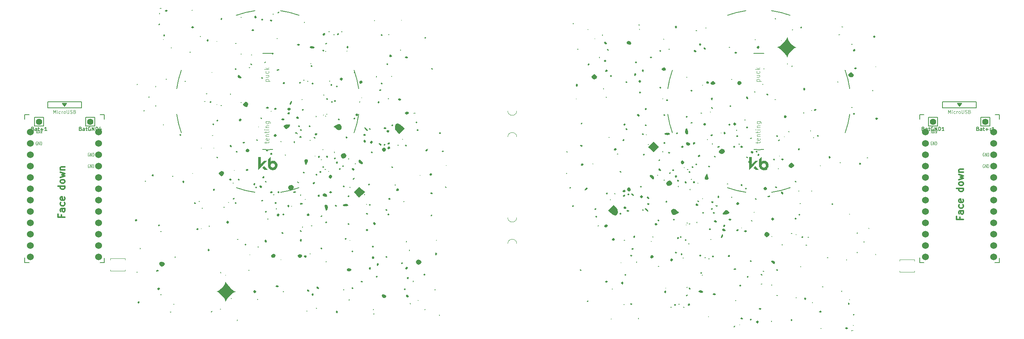
<source format=gto>
%TF.GenerationSoftware,KiCad,Pcbnew,8.0.8*%
%TF.CreationDate,2025-01-26T12:25:47-05:00*%
%TF.ProjectId,sweepv2.1,73776565-7076-4322-9e31-2e6b69636164,rev?*%
%TF.SameCoordinates,Original*%
%TF.FileFunction,Legend,Top*%
%TF.FilePolarity,Positive*%
%FSLAX46Y46*%
G04 Gerber Fmt 4.6, Leading zero omitted, Abs format (unit mm)*
G04 Created by KiCad (PCBNEW 8.0.8) date 2025-01-26 12:25:47*
%MOMM*%
%LPD*%
G01*
G04 APERTURE LIST*
%ADD10C,0.300000*%
%ADD11C,0.125000*%
%ADD12C,0.120000*%
%ADD13C,0.100000*%
%ADD14C,0.150000*%
%ADD15C,0.000000*%
%ADD16C,0.200000*%
%ADD17C,0.010000*%
%ADD18C,1.524000*%
%ADD19C,1.397000*%
G04 APERTURE END LIST*
D10*
X230270614Y-72198857D02*
X230270614Y-72698857D01*
X231056328Y-72698857D02*
X229556328Y-72698857D01*
X229556328Y-72698857D02*
X229556328Y-71984571D01*
X231056328Y-70770286D02*
X230270614Y-70770286D01*
X230270614Y-70770286D02*
X230127757Y-70841714D01*
X230127757Y-70841714D02*
X230056328Y-70984571D01*
X230056328Y-70984571D02*
X230056328Y-71270286D01*
X230056328Y-71270286D02*
X230127757Y-71413143D01*
X230984900Y-70770286D02*
X231056328Y-70913143D01*
X231056328Y-70913143D02*
X231056328Y-71270286D01*
X231056328Y-71270286D02*
X230984900Y-71413143D01*
X230984900Y-71413143D02*
X230842042Y-71484571D01*
X230842042Y-71484571D02*
X230699185Y-71484571D01*
X230699185Y-71484571D02*
X230556328Y-71413143D01*
X230556328Y-71413143D02*
X230484900Y-71270286D01*
X230484900Y-71270286D02*
X230484900Y-70913143D01*
X230484900Y-70913143D02*
X230413471Y-70770286D01*
X230984900Y-69413143D02*
X231056328Y-69556000D01*
X231056328Y-69556000D02*
X231056328Y-69841714D01*
X231056328Y-69841714D02*
X230984900Y-69984571D01*
X230984900Y-69984571D02*
X230913471Y-70056000D01*
X230913471Y-70056000D02*
X230770614Y-70127428D01*
X230770614Y-70127428D02*
X230342042Y-70127428D01*
X230342042Y-70127428D02*
X230199185Y-70056000D01*
X230199185Y-70056000D02*
X230127757Y-69984571D01*
X230127757Y-69984571D02*
X230056328Y-69841714D01*
X230056328Y-69841714D02*
X230056328Y-69556000D01*
X230056328Y-69556000D02*
X230127757Y-69413143D01*
X230984900Y-68198857D02*
X231056328Y-68341714D01*
X231056328Y-68341714D02*
X231056328Y-68627429D01*
X231056328Y-68627429D02*
X230984900Y-68770286D01*
X230984900Y-68770286D02*
X230842042Y-68841714D01*
X230842042Y-68841714D02*
X230270614Y-68841714D01*
X230270614Y-68841714D02*
X230127757Y-68770286D01*
X230127757Y-68770286D02*
X230056328Y-68627429D01*
X230056328Y-68627429D02*
X230056328Y-68341714D01*
X230056328Y-68341714D02*
X230127757Y-68198857D01*
X230127757Y-68198857D02*
X230270614Y-68127429D01*
X230270614Y-68127429D02*
X230413471Y-68127429D01*
X230413471Y-68127429D02*
X230556328Y-68841714D01*
X231056328Y-65698858D02*
X229556328Y-65698858D01*
X230984900Y-65698858D02*
X231056328Y-65841715D01*
X231056328Y-65841715D02*
X231056328Y-66127429D01*
X231056328Y-66127429D02*
X230984900Y-66270286D01*
X230984900Y-66270286D02*
X230913471Y-66341715D01*
X230913471Y-66341715D02*
X230770614Y-66413143D01*
X230770614Y-66413143D02*
X230342042Y-66413143D01*
X230342042Y-66413143D02*
X230199185Y-66341715D01*
X230199185Y-66341715D02*
X230127757Y-66270286D01*
X230127757Y-66270286D02*
X230056328Y-66127429D01*
X230056328Y-66127429D02*
X230056328Y-65841715D01*
X230056328Y-65841715D02*
X230127757Y-65698858D01*
X231056328Y-64770286D02*
X230984900Y-64913143D01*
X230984900Y-64913143D02*
X230913471Y-64984572D01*
X230913471Y-64984572D02*
X230770614Y-65056000D01*
X230770614Y-65056000D02*
X230342042Y-65056000D01*
X230342042Y-65056000D02*
X230199185Y-64984572D01*
X230199185Y-64984572D02*
X230127757Y-64913143D01*
X230127757Y-64913143D02*
X230056328Y-64770286D01*
X230056328Y-64770286D02*
X230056328Y-64556000D01*
X230056328Y-64556000D02*
X230127757Y-64413143D01*
X230127757Y-64413143D02*
X230199185Y-64341715D01*
X230199185Y-64341715D02*
X230342042Y-64270286D01*
X230342042Y-64270286D02*
X230770614Y-64270286D01*
X230770614Y-64270286D02*
X230913471Y-64341715D01*
X230913471Y-64341715D02*
X230984900Y-64413143D01*
X230984900Y-64413143D02*
X231056328Y-64556000D01*
X231056328Y-64556000D02*
X231056328Y-64770286D01*
X230056328Y-63770286D02*
X231056328Y-63484572D01*
X231056328Y-63484572D02*
X230342042Y-63198857D01*
X230342042Y-63198857D02*
X231056328Y-62913143D01*
X231056328Y-62913143D02*
X230056328Y-62627429D01*
X230056328Y-62056000D02*
X231056328Y-62056000D01*
X230199185Y-62056000D02*
X230127757Y-61984571D01*
X230127757Y-61984571D02*
X230056328Y-61841714D01*
X230056328Y-61841714D02*
X230056328Y-61627428D01*
X230056328Y-61627428D02*
X230127757Y-61484571D01*
X230127757Y-61484571D02*
X230270614Y-61413143D01*
X230270614Y-61413143D02*
X231056328Y-61413143D01*
X29610614Y-71690857D02*
X29610614Y-72190857D01*
X30396328Y-72190857D02*
X28896328Y-72190857D01*
X28896328Y-72190857D02*
X28896328Y-71476571D01*
X30396328Y-70262286D02*
X29610614Y-70262286D01*
X29610614Y-70262286D02*
X29467757Y-70333714D01*
X29467757Y-70333714D02*
X29396328Y-70476571D01*
X29396328Y-70476571D02*
X29396328Y-70762286D01*
X29396328Y-70762286D02*
X29467757Y-70905143D01*
X30324900Y-70262286D02*
X30396328Y-70405143D01*
X30396328Y-70405143D02*
X30396328Y-70762286D01*
X30396328Y-70762286D02*
X30324900Y-70905143D01*
X30324900Y-70905143D02*
X30182042Y-70976571D01*
X30182042Y-70976571D02*
X30039185Y-70976571D01*
X30039185Y-70976571D02*
X29896328Y-70905143D01*
X29896328Y-70905143D02*
X29824900Y-70762286D01*
X29824900Y-70762286D02*
X29824900Y-70405143D01*
X29824900Y-70405143D02*
X29753471Y-70262286D01*
X30324900Y-68905143D02*
X30396328Y-69048000D01*
X30396328Y-69048000D02*
X30396328Y-69333714D01*
X30396328Y-69333714D02*
X30324900Y-69476571D01*
X30324900Y-69476571D02*
X30253471Y-69548000D01*
X30253471Y-69548000D02*
X30110614Y-69619428D01*
X30110614Y-69619428D02*
X29682042Y-69619428D01*
X29682042Y-69619428D02*
X29539185Y-69548000D01*
X29539185Y-69548000D02*
X29467757Y-69476571D01*
X29467757Y-69476571D02*
X29396328Y-69333714D01*
X29396328Y-69333714D02*
X29396328Y-69048000D01*
X29396328Y-69048000D02*
X29467757Y-68905143D01*
X30324900Y-67690857D02*
X30396328Y-67833714D01*
X30396328Y-67833714D02*
X30396328Y-68119429D01*
X30396328Y-68119429D02*
X30324900Y-68262286D01*
X30324900Y-68262286D02*
X30182042Y-68333714D01*
X30182042Y-68333714D02*
X29610614Y-68333714D01*
X29610614Y-68333714D02*
X29467757Y-68262286D01*
X29467757Y-68262286D02*
X29396328Y-68119429D01*
X29396328Y-68119429D02*
X29396328Y-67833714D01*
X29396328Y-67833714D02*
X29467757Y-67690857D01*
X29467757Y-67690857D02*
X29610614Y-67619429D01*
X29610614Y-67619429D02*
X29753471Y-67619429D01*
X29753471Y-67619429D02*
X29896328Y-68333714D01*
X30396328Y-65190858D02*
X28896328Y-65190858D01*
X30324900Y-65190858D02*
X30396328Y-65333715D01*
X30396328Y-65333715D02*
X30396328Y-65619429D01*
X30396328Y-65619429D02*
X30324900Y-65762286D01*
X30324900Y-65762286D02*
X30253471Y-65833715D01*
X30253471Y-65833715D02*
X30110614Y-65905143D01*
X30110614Y-65905143D02*
X29682042Y-65905143D01*
X29682042Y-65905143D02*
X29539185Y-65833715D01*
X29539185Y-65833715D02*
X29467757Y-65762286D01*
X29467757Y-65762286D02*
X29396328Y-65619429D01*
X29396328Y-65619429D02*
X29396328Y-65333715D01*
X29396328Y-65333715D02*
X29467757Y-65190858D01*
X30396328Y-64262286D02*
X30324900Y-64405143D01*
X30324900Y-64405143D02*
X30253471Y-64476572D01*
X30253471Y-64476572D02*
X30110614Y-64548000D01*
X30110614Y-64548000D02*
X29682042Y-64548000D01*
X29682042Y-64548000D02*
X29539185Y-64476572D01*
X29539185Y-64476572D02*
X29467757Y-64405143D01*
X29467757Y-64405143D02*
X29396328Y-64262286D01*
X29396328Y-64262286D02*
X29396328Y-64048000D01*
X29396328Y-64048000D02*
X29467757Y-63905143D01*
X29467757Y-63905143D02*
X29539185Y-63833715D01*
X29539185Y-63833715D02*
X29682042Y-63762286D01*
X29682042Y-63762286D02*
X30110614Y-63762286D01*
X30110614Y-63762286D02*
X30253471Y-63833715D01*
X30253471Y-63833715D02*
X30324900Y-63905143D01*
X30324900Y-63905143D02*
X30396328Y-64048000D01*
X30396328Y-64048000D02*
X30396328Y-64262286D01*
X29396328Y-63262286D02*
X30396328Y-62976572D01*
X30396328Y-62976572D02*
X29682042Y-62690857D01*
X29682042Y-62690857D02*
X30396328Y-62405143D01*
X30396328Y-62405143D02*
X29396328Y-62119429D01*
X29396328Y-61548000D02*
X30396328Y-61548000D01*
X29539185Y-61548000D02*
X29467757Y-61476571D01*
X29467757Y-61476571D02*
X29396328Y-61333714D01*
X29396328Y-61333714D02*
X29396328Y-61119428D01*
X29396328Y-61119428D02*
X29467757Y-60976571D01*
X29467757Y-60976571D02*
X29610614Y-60905143D01*
X29610614Y-60905143D02*
X30396328Y-60905143D01*
D11*
X235657047Y-60390178D02*
X235609428Y-60354464D01*
X235609428Y-60354464D02*
X235537999Y-60354464D01*
X235537999Y-60354464D02*
X235466571Y-60390178D01*
X235466571Y-60390178D02*
X235418952Y-60461607D01*
X235418952Y-60461607D02*
X235395142Y-60533035D01*
X235395142Y-60533035D02*
X235371333Y-60675892D01*
X235371333Y-60675892D02*
X235371333Y-60783035D01*
X235371333Y-60783035D02*
X235395142Y-60925892D01*
X235395142Y-60925892D02*
X235418952Y-60997321D01*
X235418952Y-60997321D02*
X235466571Y-61068750D01*
X235466571Y-61068750D02*
X235537999Y-61104464D01*
X235537999Y-61104464D02*
X235585618Y-61104464D01*
X235585618Y-61104464D02*
X235657047Y-61068750D01*
X235657047Y-61068750D02*
X235680856Y-61033035D01*
X235680856Y-61033035D02*
X235680856Y-60783035D01*
X235680856Y-60783035D02*
X235585618Y-60783035D01*
X235895142Y-61104464D02*
X235895142Y-60354464D01*
X235895142Y-60354464D02*
X236180856Y-61104464D01*
X236180856Y-61104464D02*
X236180856Y-60354464D01*
X236418952Y-61104464D02*
X236418952Y-60354464D01*
X236418952Y-60354464D02*
X236538000Y-60354464D01*
X236538000Y-60354464D02*
X236609428Y-60390178D01*
X236609428Y-60390178D02*
X236657047Y-60461607D01*
X236657047Y-60461607D02*
X236680857Y-60533035D01*
X236680857Y-60533035D02*
X236704666Y-60675892D01*
X236704666Y-60675892D02*
X236704666Y-60783035D01*
X236704666Y-60783035D02*
X236680857Y-60925892D01*
X236680857Y-60925892D02*
X236657047Y-60997321D01*
X236657047Y-60997321D02*
X236609428Y-61068750D01*
X236609428Y-61068750D02*
X236538000Y-61104464D01*
X236538000Y-61104464D02*
X236418952Y-61104464D01*
X235677047Y-57810178D02*
X235629428Y-57774464D01*
X235629428Y-57774464D02*
X235557999Y-57774464D01*
X235557999Y-57774464D02*
X235486571Y-57810178D01*
X235486571Y-57810178D02*
X235438952Y-57881607D01*
X235438952Y-57881607D02*
X235415142Y-57953035D01*
X235415142Y-57953035D02*
X235391333Y-58095892D01*
X235391333Y-58095892D02*
X235391333Y-58203035D01*
X235391333Y-58203035D02*
X235415142Y-58345892D01*
X235415142Y-58345892D02*
X235438952Y-58417321D01*
X235438952Y-58417321D02*
X235486571Y-58488750D01*
X235486571Y-58488750D02*
X235557999Y-58524464D01*
X235557999Y-58524464D02*
X235605618Y-58524464D01*
X235605618Y-58524464D02*
X235677047Y-58488750D01*
X235677047Y-58488750D02*
X235700856Y-58453035D01*
X235700856Y-58453035D02*
X235700856Y-58203035D01*
X235700856Y-58203035D02*
X235605618Y-58203035D01*
X235915142Y-58524464D02*
X235915142Y-57774464D01*
X235915142Y-57774464D02*
X236200856Y-58524464D01*
X236200856Y-58524464D02*
X236200856Y-57774464D01*
X236438952Y-58524464D02*
X236438952Y-57774464D01*
X236438952Y-57774464D02*
X236558000Y-57774464D01*
X236558000Y-57774464D02*
X236629428Y-57810178D01*
X236629428Y-57810178D02*
X236677047Y-57881607D01*
X236677047Y-57881607D02*
X236700857Y-57953035D01*
X236700857Y-57953035D02*
X236724666Y-58095892D01*
X236724666Y-58095892D02*
X236724666Y-58203035D01*
X236724666Y-58203035D02*
X236700857Y-58345892D01*
X236700857Y-58345892D02*
X236677047Y-58417321D01*
X236677047Y-58417321D02*
X236629428Y-58488750D01*
X236629428Y-58488750D02*
X236558000Y-58524464D01*
X236558000Y-58524464D02*
X236438952Y-58524464D01*
X224162761Y-53384464D02*
X223996095Y-53027321D01*
X223877047Y-53384464D02*
X223877047Y-52634464D01*
X223877047Y-52634464D02*
X224067523Y-52634464D01*
X224067523Y-52634464D02*
X224115142Y-52670178D01*
X224115142Y-52670178D02*
X224138952Y-52705892D01*
X224138952Y-52705892D02*
X224162761Y-52777321D01*
X224162761Y-52777321D02*
X224162761Y-52884464D01*
X224162761Y-52884464D02*
X224138952Y-52955892D01*
X224138952Y-52955892D02*
X224115142Y-52991607D01*
X224115142Y-52991607D02*
X224067523Y-53027321D01*
X224067523Y-53027321D02*
X223877047Y-53027321D01*
X224353238Y-53170178D02*
X224591333Y-53170178D01*
X224305619Y-53384464D02*
X224472285Y-52634464D01*
X224472285Y-52634464D02*
X224638952Y-53384464D01*
X224757999Y-52634464D02*
X224877047Y-53384464D01*
X224877047Y-53384464D02*
X224972285Y-52848750D01*
X224972285Y-52848750D02*
X225067523Y-53384464D01*
X225067523Y-53384464D02*
X225186571Y-52634464D01*
D12*
X227681571Y-48954724D02*
X227681571Y-48204724D01*
X227681571Y-48204724D02*
X227931571Y-48740438D01*
X227931571Y-48740438D02*
X228181571Y-48204724D01*
X228181571Y-48204724D02*
X228181571Y-48954724D01*
X228538714Y-48954724D02*
X228538714Y-48454724D01*
X228538714Y-48204724D02*
X228503000Y-48240438D01*
X228503000Y-48240438D02*
X228538714Y-48276152D01*
X228538714Y-48276152D02*
X228574428Y-48240438D01*
X228574428Y-48240438D02*
X228538714Y-48204724D01*
X228538714Y-48204724D02*
X228538714Y-48276152D01*
X229217286Y-48919010D02*
X229145857Y-48954724D01*
X229145857Y-48954724D02*
X229003000Y-48954724D01*
X229003000Y-48954724D02*
X228931571Y-48919010D01*
X228931571Y-48919010D02*
X228895857Y-48883295D01*
X228895857Y-48883295D02*
X228860143Y-48811867D01*
X228860143Y-48811867D02*
X228860143Y-48597581D01*
X228860143Y-48597581D02*
X228895857Y-48526152D01*
X228895857Y-48526152D02*
X228931571Y-48490438D01*
X228931571Y-48490438D02*
X229003000Y-48454724D01*
X229003000Y-48454724D02*
X229145857Y-48454724D01*
X229145857Y-48454724D02*
X229217286Y-48490438D01*
X229538714Y-48954724D02*
X229538714Y-48454724D01*
X229538714Y-48597581D02*
X229574428Y-48526152D01*
X229574428Y-48526152D02*
X229610143Y-48490438D01*
X229610143Y-48490438D02*
X229681571Y-48454724D01*
X229681571Y-48454724D02*
X229753000Y-48454724D01*
X230110143Y-48954724D02*
X230038714Y-48919010D01*
X230038714Y-48919010D02*
X230003000Y-48883295D01*
X230003000Y-48883295D02*
X229967286Y-48811867D01*
X229967286Y-48811867D02*
X229967286Y-48597581D01*
X229967286Y-48597581D02*
X230003000Y-48526152D01*
X230003000Y-48526152D02*
X230038714Y-48490438D01*
X230038714Y-48490438D02*
X230110143Y-48454724D01*
X230110143Y-48454724D02*
X230217286Y-48454724D01*
X230217286Y-48454724D02*
X230288714Y-48490438D01*
X230288714Y-48490438D02*
X230324429Y-48526152D01*
X230324429Y-48526152D02*
X230360143Y-48597581D01*
X230360143Y-48597581D02*
X230360143Y-48811867D01*
X230360143Y-48811867D02*
X230324429Y-48883295D01*
X230324429Y-48883295D02*
X230288714Y-48919010D01*
X230288714Y-48919010D02*
X230217286Y-48954724D01*
X230217286Y-48954724D02*
X230110143Y-48954724D01*
X230681571Y-48204724D02*
X230681571Y-48811867D01*
X230681571Y-48811867D02*
X230717285Y-48883295D01*
X230717285Y-48883295D02*
X230753000Y-48919010D01*
X230753000Y-48919010D02*
X230824428Y-48954724D01*
X230824428Y-48954724D02*
X230967285Y-48954724D01*
X230967285Y-48954724D02*
X231038714Y-48919010D01*
X231038714Y-48919010D02*
X231074428Y-48883295D01*
X231074428Y-48883295D02*
X231110142Y-48811867D01*
X231110142Y-48811867D02*
X231110142Y-48204724D01*
X231431571Y-48919010D02*
X231538714Y-48954724D01*
X231538714Y-48954724D02*
X231717285Y-48954724D01*
X231717285Y-48954724D02*
X231788714Y-48919010D01*
X231788714Y-48919010D02*
X231824428Y-48883295D01*
X231824428Y-48883295D02*
X231860142Y-48811867D01*
X231860142Y-48811867D02*
X231860142Y-48740438D01*
X231860142Y-48740438D02*
X231824428Y-48669010D01*
X231824428Y-48669010D02*
X231788714Y-48633295D01*
X231788714Y-48633295D02*
X231717285Y-48597581D01*
X231717285Y-48597581D02*
X231574428Y-48561867D01*
X231574428Y-48561867D02*
X231502999Y-48526152D01*
X231502999Y-48526152D02*
X231467285Y-48490438D01*
X231467285Y-48490438D02*
X231431571Y-48419010D01*
X231431571Y-48419010D02*
X231431571Y-48347581D01*
X231431571Y-48347581D02*
X231467285Y-48276152D01*
X231467285Y-48276152D02*
X231502999Y-48240438D01*
X231502999Y-48240438D02*
X231574428Y-48204724D01*
X231574428Y-48204724D02*
X231752999Y-48204724D01*
X231752999Y-48204724D02*
X231860142Y-48240438D01*
X232431571Y-48561867D02*
X232538714Y-48597581D01*
X232538714Y-48597581D02*
X232574428Y-48633295D01*
X232574428Y-48633295D02*
X232610142Y-48704724D01*
X232610142Y-48704724D02*
X232610142Y-48811867D01*
X232610142Y-48811867D02*
X232574428Y-48883295D01*
X232574428Y-48883295D02*
X232538714Y-48919010D01*
X232538714Y-48919010D02*
X232467285Y-48954724D01*
X232467285Y-48954724D02*
X232181571Y-48954724D01*
X232181571Y-48954724D02*
X232181571Y-48204724D01*
X232181571Y-48204724D02*
X232431571Y-48204724D01*
X232431571Y-48204724D02*
X232503000Y-48240438D01*
X232503000Y-48240438D02*
X232538714Y-48276152D01*
X232538714Y-48276152D02*
X232574428Y-48347581D01*
X232574428Y-48347581D02*
X232574428Y-48419010D01*
X232574428Y-48419010D02*
X232538714Y-48490438D01*
X232538714Y-48490438D02*
X232503000Y-48526152D01*
X232503000Y-48526152D02*
X232431571Y-48561867D01*
X232431571Y-48561867D02*
X232181571Y-48561867D01*
D11*
X224027047Y-55280178D02*
X223979428Y-55244464D01*
X223979428Y-55244464D02*
X223907999Y-55244464D01*
X223907999Y-55244464D02*
X223836571Y-55280178D01*
X223836571Y-55280178D02*
X223788952Y-55351607D01*
X223788952Y-55351607D02*
X223765142Y-55423035D01*
X223765142Y-55423035D02*
X223741333Y-55565892D01*
X223741333Y-55565892D02*
X223741333Y-55673035D01*
X223741333Y-55673035D02*
X223765142Y-55815892D01*
X223765142Y-55815892D02*
X223788952Y-55887321D01*
X223788952Y-55887321D02*
X223836571Y-55958750D01*
X223836571Y-55958750D02*
X223907999Y-55994464D01*
X223907999Y-55994464D02*
X223955618Y-55994464D01*
X223955618Y-55994464D02*
X224027047Y-55958750D01*
X224027047Y-55958750D02*
X224050856Y-55923035D01*
X224050856Y-55923035D02*
X224050856Y-55673035D01*
X224050856Y-55673035D02*
X223955618Y-55673035D01*
X224265142Y-55994464D02*
X224265142Y-55244464D01*
X224265142Y-55244464D02*
X224550856Y-55994464D01*
X224550856Y-55994464D02*
X224550856Y-55244464D01*
X224788952Y-55994464D02*
X224788952Y-55244464D01*
X224788952Y-55244464D02*
X224908000Y-55244464D01*
X224908000Y-55244464D02*
X224979428Y-55280178D01*
X224979428Y-55280178D02*
X225027047Y-55351607D01*
X225027047Y-55351607D02*
X225050857Y-55423035D01*
X225050857Y-55423035D02*
X225074666Y-55565892D01*
X225074666Y-55565892D02*
X225074666Y-55673035D01*
X225074666Y-55673035D02*
X225050857Y-55815892D01*
X225050857Y-55815892D02*
X225027047Y-55887321D01*
X225027047Y-55887321D02*
X224979428Y-55958750D01*
X224979428Y-55958750D02*
X224908000Y-55994464D01*
X224908000Y-55994464D02*
X224788952Y-55994464D01*
D13*
X184892752Y-41749499D02*
X185892752Y-41749499D01*
X184940371Y-41749499D02*
X184892752Y-41654261D01*
X184892752Y-41654261D02*
X184892752Y-41463785D01*
X184892752Y-41463785D02*
X184940371Y-41368547D01*
X184940371Y-41368547D02*
X184987990Y-41320928D01*
X184987990Y-41320928D02*
X185083228Y-41273309D01*
X185083228Y-41273309D02*
X185368942Y-41273309D01*
X185368942Y-41273309D02*
X185464180Y-41320928D01*
X185464180Y-41320928D02*
X185511800Y-41368547D01*
X185511800Y-41368547D02*
X185559419Y-41463785D01*
X185559419Y-41463785D02*
X185559419Y-41654261D01*
X185559419Y-41654261D02*
X185511800Y-41749499D01*
X184892752Y-40416166D02*
X185559419Y-40416166D01*
X184892752Y-40844737D02*
X185416561Y-40844737D01*
X185416561Y-40844737D02*
X185511800Y-40797118D01*
X185511800Y-40797118D02*
X185559419Y-40701880D01*
X185559419Y-40701880D02*
X185559419Y-40559023D01*
X185559419Y-40559023D02*
X185511800Y-40463785D01*
X185511800Y-40463785D02*
X185464180Y-40416166D01*
X185511800Y-39511404D02*
X185559419Y-39606642D01*
X185559419Y-39606642D02*
X185559419Y-39797118D01*
X185559419Y-39797118D02*
X185511800Y-39892356D01*
X185511800Y-39892356D02*
X185464180Y-39939975D01*
X185464180Y-39939975D02*
X185368942Y-39987594D01*
X185368942Y-39987594D02*
X185083228Y-39987594D01*
X185083228Y-39987594D02*
X184987990Y-39939975D01*
X184987990Y-39939975D02*
X184940371Y-39892356D01*
X184940371Y-39892356D02*
X184892752Y-39797118D01*
X184892752Y-39797118D02*
X184892752Y-39606642D01*
X184892752Y-39606642D02*
X184940371Y-39511404D01*
X185559419Y-39082832D02*
X184559419Y-39082832D01*
X185178466Y-38987594D02*
X185559419Y-38701880D01*
X184892752Y-38701880D02*
X185273704Y-39082832D01*
X184956252Y-55639999D02*
X184956252Y-55259047D01*
X184622919Y-55497142D02*
X185480061Y-55497142D01*
X185480061Y-55497142D02*
X185575300Y-55449523D01*
X185575300Y-55449523D02*
X185622919Y-55354285D01*
X185622919Y-55354285D02*
X185622919Y-55259047D01*
X185575300Y-54544761D02*
X185622919Y-54639999D01*
X185622919Y-54639999D02*
X185622919Y-54830475D01*
X185622919Y-54830475D02*
X185575300Y-54925713D01*
X185575300Y-54925713D02*
X185480061Y-54973332D01*
X185480061Y-54973332D02*
X185099109Y-54973332D01*
X185099109Y-54973332D02*
X185003871Y-54925713D01*
X185003871Y-54925713D02*
X184956252Y-54830475D01*
X184956252Y-54830475D02*
X184956252Y-54639999D01*
X184956252Y-54639999D02*
X185003871Y-54544761D01*
X185003871Y-54544761D02*
X185099109Y-54497142D01*
X185099109Y-54497142D02*
X185194347Y-54497142D01*
X185194347Y-54497142D02*
X185289585Y-54973332D01*
X184956252Y-54068570D02*
X185622919Y-54068570D01*
X185051490Y-54068570D02*
X185003871Y-54020951D01*
X185003871Y-54020951D02*
X184956252Y-53925713D01*
X184956252Y-53925713D02*
X184956252Y-53782856D01*
X184956252Y-53782856D02*
X185003871Y-53687618D01*
X185003871Y-53687618D02*
X185099109Y-53639999D01*
X185099109Y-53639999D02*
X185622919Y-53639999D01*
X184956252Y-53306665D02*
X184956252Y-52925713D01*
X184622919Y-53163808D02*
X185480061Y-53163808D01*
X185480061Y-53163808D02*
X185575300Y-53116189D01*
X185575300Y-53116189D02*
X185622919Y-53020951D01*
X185622919Y-53020951D02*
X185622919Y-52925713D01*
X185622919Y-52592379D02*
X184956252Y-52592379D01*
X184622919Y-52592379D02*
X184670538Y-52639998D01*
X184670538Y-52639998D02*
X184718157Y-52592379D01*
X184718157Y-52592379D02*
X184670538Y-52544760D01*
X184670538Y-52544760D02*
X184622919Y-52592379D01*
X184622919Y-52592379D02*
X184718157Y-52592379D01*
X184956252Y-52116189D02*
X185622919Y-52116189D01*
X185051490Y-52116189D02*
X185003871Y-52068570D01*
X185003871Y-52068570D02*
X184956252Y-51973332D01*
X184956252Y-51973332D02*
X184956252Y-51830475D01*
X184956252Y-51830475D02*
X185003871Y-51735237D01*
X185003871Y-51735237D02*
X185099109Y-51687618D01*
X185099109Y-51687618D02*
X185622919Y-51687618D01*
X184956252Y-50782856D02*
X185765776Y-50782856D01*
X185765776Y-50782856D02*
X185861014Y-50830475D01*
X185861014Y-50830475D02*
X185908633Y-50878094D01*
X185908633Y-50878094D02*
X185956252Y-50973332D01*
X185956252Y-50973332D02*
X185956252Y-51116189D01*
X185956252Y-51116189D02*
X185908633Y-51211427D01*
X185575300Y-50782856D02*
X185622919Y-50878094D01*
X185622919Y-50878094D02*
X185622919Y-51068570D01*
X185622919Y-51068570D02*
X185575300Y-51163808D01*
X185575300Y-51163808D02*
X185527680Y-51211427D01*
X185527680Y-51211427D02*
X185432442Y-51259046D01*
X185432442Y-51259046D02*
X185146728Y-51259046D01*
X185146728Y-51259046D02*
X185051490Y-51211427D01*
X185051490Y-51211427D02*
X185003871Y-51163808D01*
X185003871Y-51163808D02*
X184956252Y-51068570D01*
X184956252Y-51068570D02*
X184956252Y-50878094D01*
X184956252Y-50878094D02*
X185003871Y-50782856D01*
D14*
X234282343Y-52393464D02*
X234398457Y-52432169D01*
X234398457Y-52432169D02*
X234437162Y-52470873D01*
X234437162Y-52470873D02*
X234475866Y-52548283D01*
X234475866Y-52548283D02*
X234475866Y-52664397D01*
X234475866Y-52664397D02*
X234437162Y-52741807D01*
X234437162Y-52741807D02*
X234398457Y-52780512D01*
X234398457Y-52780512D02*
X234321047Y-52819216D01*
X234321047Y-52819216D02*
X234011409Y-52819216D01*
X234011409Y-52819216D02*
X234011409Y-52006416D01*
X234011409Y-52006416D02*
X234282343Y-52006416D01*
X234282343Y-52006416D02*
X234359752Y-52045121D01*
X234359752Y-52045121D02*
X234398457Y-52083826D01*
X234398457Y-52083826D02*
X234437162Y-52161235D01*
X234437162Y-52161235D02*
X234437162Y-52238645D01*
X234437162Y-52238645D02*
X234398457Y-52316054D01*
X234398457Y-52316054D02*
X234359752Y-52354759D01*
X234359752Y-52354759D02*
X234282343Y-52393464D01*
X234282343Y-52393464D02*
X234011409Y-52393464D01*
X235172552Y-52819216D02*
X235172552Y-52393464D01*
X235172552Y-52393464D02*
X235133847Y-52316054D01*
X235133847Y-52316054D02*
X235056438Y-52277350D01*
X235056438Y-52277350D02*
X234901619Y-52277350D01*
X234901619Y-52277350D02*
X234824209Y-52316054D01*
X235172552Y-52780512D02*
X235095143Y-52819216D01*
X235095143Y-52819216D02*
X234901619Y-52819216D01*
X234901619Y-52819216D02*
X234824209Y-52780512D01*
X234824209Y-52780512D02*
X234785505Y-52703102D01*
X234785505Y-52703102D02*
X234785505Y-52625692D01*
X234785505Y-52625692D02*
X234824209Y-52548283D01*
X234824209Y-52548283D02*
X234901619Y-52509578D01*
X234901619Y-52509578D02*
X235095143Y-52509578D01*
X235095143Y-52509578D02*
X235172552Y-52470873D01*
X235443485Y-52277350D02*
X235753123Y-52277350D01*
X235559599Y-52006416D02*
X235559599Y-52703102D01*
X235559599Y-52703102D02*
X235598304Y-52780512D01*
X235598304Y-52780512D02*
X235675714Y-52819216D01*
X235675714Y-52819216D02*
X235753123Y-52819216D01*
X236024056Y-52509578D02*
X236643333Y-52509578D01*
X236333694Y-52819216D02*
X236333694Y-52199940D01*
X237030380Y-52819216D02*
X237030380Y-52277350D01*
X237030380Y-52432169D02*
X237069085Y-52354759D01*
X237069085Y-52354759D02*
X237107790Y-52316054D01*
X237107790Y-52316054D02*
X237185199Y-52277350D01*
X237185199Y-52277350D02*
X237262609Y-52277350D01*
X237959295Y-52819216D02*
X237494838Y-52819216D01*
X237727066Y-52819216D02*
X237727066Y-52006416D01*
X237727066Y-52006416D02*
X237649657Y-52122531D01*
X237649657Y-52122531D02*
X237572247Y-52199940D01*
X237572247Y-52199940D02*
X237494838Y-52238645D01*
X222114534Y-52393464D02*
X222230648Y-52432169D01*
X222230648Y-52432169D02*
X222269353Y-52470873D01*
X222269353Y-52470873D02*
X222308057Y-52548283D01*
X222308057Y-52548283D02*
X222308057Y-52664397D01*
X222308057Y-52664397D02*
X222269353Y-52741807D01*
X222269353Y-52741807D02*
X222230648Y-52780512D01*
X222230648Y-52780512D02*
X222153238Y-52819216D01*
X222153238Y-52819216D02*
X221843600Y-52819216D01*
X221843600Y-52819216D02*
X221843600Y-52006416D01*
X221843600Y-52006416D02*
X222114534Y-52006416D01*
X222114534Y-52006416D02*
X222191943Y-52045121D01*
X222191943Y-52045121D02*
X222230648Y-52083826D01*
X222230648Y-52083826D02*
X222269353Y-52161235D01*
X222269353Y-52161235D02*
X222269353Y-52238645D01*
X222269353Y-52238645D02*
X222230648Y-52316054D01*
X222230648Y-52316054D02*
X222191943Y-52354759D01*
X222191943Y-52354759D02*
X222114534Y-52393464D01*
X222114534Y-52393464D02*
X221843600Y-52393464D01*
X223004743Y-52819216D02*
X223004743Y-52393464D01*
X223004743Y-52393464D02*
X222966038Y-52316054D01*
X222966038Y-52316054D02*
X222888629Y-52277350D01*
X222888629Y-52277350D02*
X222733810Y-52277350D01*
X222733810Y-52277350D02*
X222656400Y-52316054D01*
X223004743Y-52780512D02*
X222927334Y-52819216D01*
X222927334Y-52819216D02*
X222733810Y-52819216D01*
X222733810Y-52819216D02*
X222656400Y-52780512D01*
X222656400Y-52780512D02*
X222617696Y-52703102D01*
X222617696Y-52703102D02*
X222617696Y-52625692D01*
X222617696Y-52625692D02*
X222656400Y-52548283D01*
X222656400Y-52548283D02*
X222733810Y-52509578D01*
X222733810Y-52509578D02*
X222927334Y-52509578D01*
X222927334Y-52509578D02*
X223004743Y-52470873D01*
X223275676Y-52277350D02*
X223585314Y-52277350D01*
X223391790Y-52006416D02*
X223391790Y-52703102D01*
X223391790Y-52703102D02*
X223430495Y-52780512D01*
X223430495Y-52780512D02*
X223507905Y-52819216D01*
X223507905Y-52819216D02*
X223585314Y-52819216D01*
X224282000Y-52045121D02*
X224204590Y-52006416D01*
X224204590Y-52006416D02*
X224088476Y-52006416D01*
X224088476Y-52006416D02*
X223972362Y-52045121D01*
X223972362Y-52045121D02*
X223894952Y-52122531D01*
X223894952Y-52122531D02*
X223856247Y-52199940D01*
X223856247Y-52199940D02*
X223817543Y-52354759D01*
X223817543Y-52354759D02*
X223817543Y-52470873D01*
X223817543Y-52470873D02*
X223856247Y-52625692D01*
X223856247Y-52625692D02*
X223894952Y-52703102D01*
X223894952Y-52703102D02*
X223972362Y-52780512D01*
X223972362Y-52780512D02*
X224088476Y-52819216D01*
X224088476Y-52819216D02*
X224165885Y-52819216D01*
X224165885Y-52819216D02*
X224282000Y-52780512D01*
X224282000Y-52780512D02*
X224320704Y-52741807D01*
X224320704Y-52741807D02*
X224320704Y-52470873D01*
X224320704Y-52470873D02*
X224165885Y-52470873D01*
X224669047Y-52819216D02*
X224669047Y-52006416D01*
X224669047Y-52006416D02*
X225133504Y-52819216D01*
X225133504Y-52819216D02*
X225133504Y-52006416D01*
X225520552Y-52819216D02*
X225520552Y-52006416D01*
X225520552Y-52006416D02*
X225714076Y-52006416D01*
X225714076Y-52006416D02*
X225830190Y-52045121D01*
X225830190Y-52045121D02*
X225907600Y-52122531D01*
X225907600Y-52122531D02*
X225946305Y-52199940D01*
X225946305Y-52199940D02*
X225985009Y-52354759D01*
X225985009Y-52354759D02*
X225985009Y-52470873D01*
X225985009Y-52470873D02*
X225946305Y-52625692D01*
X225946305Y-52625692D02*
X225907600Y-52703102D01*
X225907600Y-52703102D02*
X225830190Y-52780512D01*
X225830190Y-52780512D02*
X225714076Y-52819216D01*
X225714076Y-52819216D02*
X225520552Y-52819216D01*
X226759105Y-52819216D02*
X226294648Y-52819216D01*
X226526876Y-52819216D02*
X226526876Y-52006416D01*
X226526876Y-52006416D02*
X226449467Y-52122531D01*
X226449467Y-52122531D02*
X226372057Y-52199940D01*
X226372057Y-52199940D02*
X226294648Y-52238645D01*
D11*
X35805047Y-60390178D02*
X35757428Y-60354464D01*
X35757428Y-60354464D02*
X35685999Y-60354464D01*
X35685999Y-60354464D02*
X35614571Y-60390178D01*
X35614571Y-60390178D02*
X35566952Y-60461607D01*
X35566952Y-60461607D02*
X35543142Y-60533035D01*
X35543142Y-60533035D02*
X35519333Y-60675892D01*
X35519333Y-60675892D02*
X35519333Y-60783035D01*
X35519333Y-60783035D02*
X35543142Y-60925892D01*
X35543142Y-60925892D02*
X35566952Y-60997321D01*
X35566952Y-60997321D02*
X35614571Y-61068750D01*
X35614571Y-61068750D02*
X35685999Y-61104464D01*
X35685999Y-61104464D02*
X35733618Y-61104464D01*
X35733618Y-61104464D02*
X35805047Y-61068750D01*
X35805047Y-61068750D02*
X35828856Y-61033035D01*
X35828856Y-61033035D02*
X35828856Y-60783035D01*
X35828856Y-60783035D02*
X35733618Y-60783035D01*
X36043142Y-61104464D02*
X36043142Y-60354464D01*
X36043142Y-60354464D02*
X36328856Y-61104464D01*
X36328856Y-61104464D02*
X36328856Y-60354464D01*
X36566952Y-61104464D02*
X36566952Y-60354464D01*
X36566952Y-60354464D02*
X36686000Y-60354464D01*
X36686000Y-60354464D02*
X36757428Y-60390178D01*
X36757428Y-60390178D02*
X36805047Y-60461607D01*
X36805047Y-60461607D02*
X36828857Y-60533035D01*
X36828857Y-60533035D02*
X36852666Y-60675892D01*
X36852666Y-60675892D02*
X36852666Y-60783035D01*
X36852666Y-60783035D02*
X36828857Y-60925892D01*
X36828857Y-60925892D02*
X36805047Y-60997321D01*
X36805047Y-60997321D02*
X36757428Y-61068750D01*
X36757428Y-61068750D02*
X36686000Y-61104464D01*
X36686000Y-61104464D02*
X36566952Y-61104464D01*
D12*
X27829571Y-48954724D02*
X27829571Y-48204724D01*
X27829571Y-48204724D02*
X28079571Y-48740438D01*
X28079571Y-48740438D02*
X28329571Y-48204724D01*
X28329571Y-48204724D02*
X28329571Y-48954724D01*
X28686714Y-48954724D02*
X28686714Y-48454724D01*
X28686714Y-48204724D02*
X28651000Y-48240438D01*
X28651000Y-48240438D02*
X28686714Y-48276152D01*
X28686714Y-48276152D02*
X28722428Y-48240438D01*
X28722428Y-48240438D02*
X28686714Y-48204724D01*
X28686714Y-48204724D02*
X28686714Y-48276152D01*
X29365286Y-48919010D02*
X29293857Y-48954724D01*
X29293857Y-48954724D02*
X29151000Y-48954724D01*
X29151000Y-48954724D02*
X29079571Y-48919010D01*
X29079571Y-48919010D02*
X29043857Y-48883295D01*
X29043857Y-48883295D02*
X29008143Y-48811867D01*
X29008143Y-48811867D02*
X29008143Y-48597581D01*
X29008143Y-48597581D02*
X29043857Y-48526152D01*
X29043857Y-48526152D02*
X29079571Y-48490438D01*
X29079571Y-48490438D02*
X29151000Y-48454724D01*
X29151000Y-48454724D02*
X29293857Y-48454724D01*
X29293857Y-48454724D02*
X29365286Y-48490438D01*
X29686714Y-48954724D02*
X29686714Y-48454724D01*
X29686714Y-48597581D02*
X29722428Y-48526152D01*
X29722428Y-48526152D02*
X29758143Y-48490438D01*
X29758143Y-48490438D02*
X29829571Y-48454724D01*
X29829571Y-48454724D02*
X29901000Y-48454724D01*
X30258143Y-48954724D02*
X30186714Y-48919010D01*
X30186714Y-48919010D02*
X30151000Y-48883295D01*
X30151000Y-48883295D02*
X30115286Y-48811867D01*
X30115286Y-48811867D02*
X30115286Y-48597581D01*
X30115286Y-48597581D02*
X30151000Y-48526152D01*
X30151000Y-48526152D02*
X30186714Y-48490438D01*
X30186714Y-48490438D02*
X30258143Y-48454724D01*
X30258143Y-48454724D02*
X30365286Y-48454724D01*
X30365286Y-48454724D02*
X30436714Y-48490438D01*
X30436714Y-48490438D02*
X30472429Y-48526152D01*
X30472429Y-48526152D02*
X30508143Y-48597581D01*
X30508143Y-48597581D02*
X30508143Y-48811867D01*
X30508143Y-48811867D02*
X30472429Y-48883295D01*
X30472429Y-48883295D02*
X30436714Y-48919010D01*
X30436714Y-48919010D02*
X30365286Y-48954724D01*
X30365286Y-48954724D02*
X30258143Y-48954724D01*
X30829571Y-48204724D02*
X30829571Y-48811867D01*
X30829571Y-48811867D02*
X30865285Y-48883295D01*
X30865285Y-48883295D02*
X30901000Y-48919010D01*
X30901000Y-48919010D02*
X30972428Y-48954724D01*
X30972428Y-48954724D02*
X31115285Y-48954724D01*
X31115285Y-48954724D02*
X31186714Y-48919010D01*
X31186714Y-48919010D02*
X31222428Y-48883295D01*
X31222428Y-48883295D02*
X31258142Y-48811867D01*
X31258142Y-48811867D02*
X31258142Y-48204724D01*
X31579571Y-48919010D02*
X31686714Y-48954724D01*
X31686714Y-48954724D02*
X31865285Y-48954724D01*
X31865285Y-48954724D02*
X31936714Y-48919010D01*
X31936714Y-48919010D02*
X31972428Y-48883295D01*
X31972428Y-48883295D02*
X32008142Y-48811867D01*
X32008142Y-48811867D02*
X32008142Y-48740438D01*
X32008142Y-48740438D02*
X31972428Y-48669010D01*
X31972428Y-48669010D02*
X31936714Y-48633295D01*
X31936714Y-48633295D02*
X31865285Y-48597581D01*
X31865285Y-48597581D02*
X31722428Y-48561867D01*
X31722428Y-48561867D02*
X31650999Y-48526152D01*
X31650999Y-48526152D02*
X31615285Y-48490438D01*
X31615285Y-48490438D02*
X31579571Y-48419010D01*
X31579571Y-48419010D02*
X31579571Y-48347581D01*
X31579571Y-48347581D02*
X31615285Y-48276152D01*
X31615285Y-48276152D02*
X31650999Y-48240438D01*
X31650999Y-48240438D02*
X31722428Y-48204724D01*
X31722428Y-48204724D02*
X31900999Y-48204724D01*
X31900999Y-48204724D02*
X32008142Y-48240438D01*
X32579571Y-48561867D02*
X32686714Y-48597581D01*
X32686714Y-48597581D02*
X32722428Y-48633295D01*
X32722428Y-48633295D02*
X32758142Y-48704724D01*
X32758142Y-48704724D02*
X32758142Y-48811867D01*
X32758142Y-48811867D02*
X32722428Y-48883295D01*
X32722428Y-48883295D02*
X32686714Y-48919010D01*
X32686714Y-48919010D02*
X32615285Y-48954724D01*
X32615285Y-48954724D02*
X32329571Y-48954724D01*
X32329571Y-48954724D02*
X32329571Y-48204724D01*
X32329571Y-48204724D02*
X32579571Y-48204724D01*
X32579571Y-48204724D02*
X32651000Y-48240438D01*
X32651000Y-48240438D02*
X32686714Y-48276152D01*
X32686714Y-48276152D02*
X32722428Y-48347581D01*
X32722428Y-48347581D02*
X32722428Y-48419010D01*
X32722428Y-48419010D02*
X32686714Y-48490438D01*
X32686714Y-48490438D02*
X32651000Y-48526152D01*
X32651000Y-48526152D02*
X32579571Y-48561867D01*
X32579571Y-48561867D02*
X32329571Y-48561867D01*
D11*
X35825047Y-57810178D02*
X35777428Y-57774464D01*
X35777428Y-57774464D02*
X35705999Y-57774464D01*
X35705999Y-57774464D02*
X35634571Y-57810178D01*
X35634571Y-57810178D02*
X35586952Y-57881607D01*
X35586952Y-57881607D02*
X35563142Y-57953035D01*
X35563142Y-57953035D02*
X35539333Y-58095892D01*
X35539333Y-58095892D02*
X35539333Y-58203035D01*
X35539333Y-58203035D02*
X35563142Y-58345892D01*
X35563142Y-58345892D02*
X35586952Y-58417321D01*
X35586952Y-58417321D02*
X35634571Y-58488750D01*
X35634571Y-58488750D02*
X35705999Y-58524464D01*
X35705999Y-58524464D02*
X35753618Y-58524464D01*
X35753618Y-58524464D02*
X35825047Y-58488750D01*
X35825047Y-58488750D02*
X35848856Y-58453035D01*
X35848856Y-58453035D02*
X35848856Y-58203035D01*
X35848856Y-58203035D02*
X35753618Y-58203035D01*
X36063142Y-58524464D02*
X36063142Y-57774464D01*
X36063142Y-57774464D02*
X36348856Y-58524464D01*
X36348856Y-58524464D02*
X36348856Y-57774464D01*
X36586952Y-58524464D02*
X36586952Y-57774464D01*
X36586952Y-57774464D02*
X36706000Y-57774464D01*
X36706000Y-57774464D02*
X36777428Y-57810178D01*
X36777428Y-57810178D02*
X36825047Y-57881607D01*
X36825047Y-57881607D02*
X36848857Y-57953035D01*
X36848857Y-57953035D02*
X36872666Y-58095892D01*
X36872666Y-58095892D02*
X36872666Y-58203035D01*
X36872666Y-58203035D02*
X36848857Y-58345892D01*
X36848857Y-58345892D02*
X36825047Y-58417321D01*
X36825047Y-58417321D02*
X36777428Y-58488750D01*
X36777428Y-58488750D02*
X36706000Y-58524464D01*
X36706000Y-58524464D02*
X36586952Y-58524464D01*
X24310761Y-53384464D02*
X24144095Y-53027321D01*
X24025047Y-53384464D02*
X24025047Y-52634464D01*
X24025047Y-52634464D02*
X24215523Y-52634464D01*
X24215523Y-52634464D02*
X24263142Y-52670178D01*
X24263142Y-52670178D02*
X24286952Y-52705892D01*
X24286952Y-52705892D02*
X24310761Y-52777321D01*
X24310761Y-52777321D02*
X24310761Y-52884464D01*
X24310761Y-52884464D02*
X24286952Y-52955892D01*
X24286952Y-52955892D02*
X24263142Y-52991607D01*
X24263142Y-52991607D02*
X24215523Y-53027321D01*
X24215523Y-53027321D02*
X24025047Y-53027321D01*
X24501238Y-53170178D02*
X24739333Y-53170178D01*
X24453619Y-53384464D02*
X24620285Y-52634464D01*
X24620285Y-52634464D02*
X24786952Y-53384464D01*
X24905999Y-52634464D02*
X25025047Y-53384464D01*
X25025047Y-53384464D02*
X25120285Y-52848750D01*
X25120285Y-52848750D02*
X25215523Y-53384464D01*
X25215523Y-53384464D02*
X25334571Y-52634464D01*
X24175047Y-55280178D02*
X24127428Y-55244464D01*
X24127428Y-55244464D02*
X24055999Y-55244464D01*
X24055999Y-55244464D02*
X23984571Y-55280178D01*
X23984571Y-55280178D02*
X23936952Y-55351607D01*
X23936952Y-55351607D02*
X23913142Y-55423035D01*
X23913142Y-55423035D02*
X23889333Y-55565892D01*
X23889333Y-55565892D02*
X23889333Y-55673035D01*
X23889333Y-55673035D02*
X23913142Y-55815892D01*
X23913142Y-55815892D02*
X23936952Y-55887321D01*
X23936952Y-55887321D02*
X23984571Y-55958750D01*
X23984571Y-55958750D02*
X24055999Y-55994464D01*
X24055999Y-55994464D02*
X24103618Y-55994464D01*
X24103618Y-55994464D02*
X24175047Y-55958750D01*
X24175047Y-55958750D02*
X24198856Y-55923035D01*
X24198856Y-55923035D02*
X24198856Y-55673035D01*
X24198856Y-55673035D02*
X24103618Y-55673035D01*
X24413142Y-55994464D02*
X24413142Y-55244464D01*
X24413142Y-55244464D02*
X24698856Y-55994464D01*
X24698856Y-55994464D02*
X24698856Y-55244464D01*
X24936952Y-55994464D02*
X24936952Y-55244464D01*
X24936952Y-55244464D02*
X25056000Y-55244464D01*
X25056000Y-55244464D02*
X25127428Y-55280178D01*
X25127428Y-55280178D02*
X25175047Y-55351607D01*
X25175047Y-55351607D02*
X25198857Y-55423035D01*
X25198857Y-55423035D02*
X25222666Y-55565892D01*
X25222666Y-55565892D02*
X25222666Y-55673035D01*
X25222666Y-55673035D02*
X25198857Y-55815892D01*
X25198857Y-55815892D02*
X25175047Y-55887321D01*
X25175047Y-55887321D02*
X25127428Y-55958750D01*
X25127428Y-55958750D02*
X25056000Y-55994464D01*
X25056000Y-55994464D02*
X24936952Y-55994464D01*
D13*
X75228752Y-41749499D02*
X76228752Y-41749499D01*
X75276371Y-41749499D02*
X75228752Y-41654261D01*
X75228752Y-41654261D02*
X75228752Y-41463785D01*
X75228752Y-41463785D02*
X75276371Y-41368547D01*
X75276371Y-41368547D02*
X75323990Y-41320928D01*
X75323990Y-41320928D02*
X75419228Y-41273309D01*
X75419228Y-41273309D02*
X75704942Y-41273309D01*
X75704942Y-41273309D02*
X75800180Y-41320928D01*
X75800180Y-41320928D02*
X75847800Y-41368547D01*
X75847800Y-41368547D02*
X75895419Y-41463785D01*
X75895419Y-41463785D02*
X75895419Y-41654261D01*
X75895419Y-41654261D02*
X75847800Y-41749499D01*
X75228752Y-40416166D02*
X75895419Y-40416166D01*
X75228752Y-40844737D02*
X75752561Y-40844737D01*
X75752561Y-40844737D02*
X75847800Y-40797118D01*
X75847800Y-40797118D02*
X75895419Y-40701880D01*
X75895419Y-40701880D02*
X75895419Y-40559023D01*
X75895419Y-40559023D02*
X75847800Y-40463785D01*
X75847800Y-40463785D02*
X75800180Y-40416166D01*
X75847800Y-39511404D02*
X75895419Y-39606642D01*
X75895419Y-39606642D02*
X75895419Y-39797118D01*
X75895419Y-39797118D02*
X75847800Y-39892356D01*
X75847800Y-39892356D02*
X75800180Y-39939975D01*
X75800180Y-39939975D02*
X75704942Y-39987594D01*
X75704942Y-39987594D02*
X75419228Y-39987594D01*
X75419228Y-39987594D02*
X75323990Y-39939975D01*
X75323990Y-39939975D02*
X75276371Y-39892356D01*
X75276371Y-39892356D02*
X75228752Y-39797118D01*
X75228752Y-39797118D02*
X75228752Y-39606642D01*
X75228752Y-39606642D02*
X75276371Y-39511404D01*
X75895419Y-39082832D02*
X74895419Y-39082832D01*
X75514466Y-38987594D02*
X75895419Y-38701880D01*
X75228752Y-38701880D02*
X75609704Y-39082832D01*
X75292252Y-55639999D02*
X75292252Y-55259047D01*
X74958919Y-55497142D02*
X75816061Y-55497142D01*
X75816061Y-55497142D02*
X75911300Y-55449523D01*
X75911300Y-55449523D02*
X75958919Y-55354285D01*
X75958919Y-55354285D02*
X75958919Y-55259047D01*
X75911300Y-54544761D02*
X75958919Y-54639999D01*
X75958919Y-54639999D02*
X75958919Y-54830475D01*
X75958919Y-54830475D02*
X75911300Y-54925713D01*
X75911300Y-54925713D02*
X75816061Y-54973332D01*
X75816061Y-54973332D02*
X75435109Y-54973332D01*
X75435109Y-54973332D02*
X75339871Y-54925713D01*
X75339871Y-54925713D02*
X75292252Y-54830475D01*
X75292252Y-54830475D02*
X75292252Y-54639999D01*
X75292252Y-54639999D02*
X75339871Y-54544761D01*
X75339871Y-54544761D02*
X75435109Y-54497142D01*
X75435109Y-54497142D02*
X75530347Y-54497142D01*
X75530347Y-54497142D02*
X75625585Y-54973332D01*
X75292252Y-54068570D02*
X75958919Y-54068570D01*
X75387490Y-54068570D02*
X75339871Y-54020951D01*
X75339871Y-54020951D02*
X75292252Y-53925713D01*
X75292252Y-53925713D02*
X75292252Y-53782856D01*
X75292252Y-53782856D02*
X75339871Y-53687618D01*
X75339871Y-53687618D02*
X75435109Y-53639999D01*
X75435109Y-53639999D02*
X75958919Y-53639999D01*
X75292252Y-53306665D02*
X75292252Y-52925713D01*
X74958919Y-53163808D02*
X75816061Y-53163808D01*
X75816061Y-53163808D02*
X75911300Y-53116189D01*
X75911300Y-53116189D02*
X75958919Y-53020951D01*
X75958919Y-53020951D02*
X75958919Y-52925713D01*
X75958919Y-52592379D02*
X75292252Y-52592379D01*
X74958919Y-52592379D02*
X75006538Y-52639998D01*
X75006538Y-52639998D02*
X75054157Y-52592379D01*
X75054157Y-52592379D02*
X75006538Y-52544760D01*
X75006538Y-52544760D02*
X74958919Y-52592379D01*
X74958919Y-52592379D02*
X75054157Y-52592379D01*
X75292252Y-52116189D02*
X75958919Y-52116189D01*
X75387490Y-52116189D02*
X75339871Y-52068570D01*
X75339871Y-52068570D02*
X75292252Y-51973332D01*
X75292252Y-51973332D02*
X75292252Y-51830475D01*
X75292252Y-51830475D02*
X75339871Y-51735237D01*
X75339871Y-51735237D02*
X75435109Y-51687618D01*
X75435109Y-51687618D02*
X75958919Y-51687618D01*
X75292252Y-50782856D02*
X76101776Y-50782856D01*
X76101776Y-50782856D02*
X76197014Y-50830475D01*
X76197014Y-50830475D02*
X76244633Y-50878094D01*
X76244633Y-50878094D02*
X76292252Y-50973332D01*
X76292252Y-50973332D02*
X76292252Y-51116189D01*
X76292252Y-51116189D02*
X76244633Y-51211427D01*
X75911300Y-50782856D02*
X75958919Y-50878094D01*
X75958919Y-50878094D02*
X75958919Y-51068570D01*
X75958919Y-51068570D02*
X75911300Y-51163808D01*
X75911300Y-51163808D02*
X75863680Y-51211427D01*
X75863680Y-51211427D02*
X75768442Y-51259046D01*
X75768442Y-51259046D02*
X75482728Y-51259046D01*
X75482728Y-51259046D02*
X75387490Y-51211427D01*
X75387490Y-51211427D02*
X75339871Y-51163808D01*
X75339871Y-51163808D02*
X75292252Y-51068570D01*
X75292252Y-51068570D02*
X75292252Y-50878094D01*
X75292252Y-50878094D02*
X75339871Y-50782856D01*
D14*
X33900534Y-52393464D02*
X34016648Y-52432169D01*
X34016648Y-52432169D02*
X34055353Y-52470873D01*
X34055353Y-52470873D02*
X34094057Y-52548283D01*
X34094057Y-52548283D02*
X34094057Y-52664397D01*
X34094057Y-52664397D02*
X34055353Y-52741807D01*
X34055353Y-52741807D02*
X34016648Y-52780512D01*
X34016648Y-52780512D02*
X33939238Y-52819216D01*
X33939238Y-52819216D02*
X33629600Y-52819216D01*
X33629600Y-52819216D02*
X33629600Y-52006416D01*
X33629600Y-52006416D02*
X33900534Y-52006416D01*
X33900534Y-52006416D02*
X33977943Y-52045121D01*
X33977943Y-52045121D02*
X34016648Y-52083826D01*
X34016648Y-52083826D02*
X34055353Y-52161235D01*
X34055353Y-52161235D02*
X34055353Y-52238645D01*
X34055353Y-52238645D02*
X34016648Y-52316054D01*
X34016648Y-52316054D02*
X33977943Y-52354759D01*
X33977943Y-52354759D02*
X33900534Y-52393464D01*
X33900534Y-52393464D02*
X33629600Y-52393464D01*
X34790743Y-52819216D02*
X34790743Y-52393464D01*
X34790743Y-52393464D02*
X34752038Y-52316054D01*
X34752038Y-52316054D02*
X34674629Y-52277350D01*
X34674629Y-52277350D02*
X34519810Y-52277350D01*
X34519810Y-52277350D02*
X34442400Y-52316054D01*
X34790743Y-52780512D02*
X34713334Y-52819216D01*
X34713334Y-52819216D02*
X34519810Y-52819216D01*
X34519810Y-52819216D02*
X34442400Y-52780512D01*
X34442400Y-52780512D02*
X34403696Y-52703102D01*
X34403696Y-52703102D02*
X34403696Y-52625692D01*
X34403696Y-52625692D02*
X34442400Y-52548283D01*
X34442400Y-52548283D02*
X34519810Y-52509578D01*
X34519810Y-52509578D02*
X34713334Y-52509578D01*
X34713334Y-52509578D02*
X34790743Y-52470873D01*
X35061676Y-52277350D02*
X35371314Y-52277350D01*
X35177790Y-52006416D02*
X35177790Y-52703102D01*
X35177790Y-52703102D02*
X35216495Y-52780512D01*
X35216495Y-52780512D02*
X35293905Y-52819216D01*
X35293905Y-52819216D02*
X35371314Y-52819216D01*
X36068000Y-52045121D02*
X35990590Y-52006416D01*
X35990590Y-52006416D02*
X35874476Y-52006416D01*
X35874476Y-52006416D02*
X35758362Y-52045121D01*
X35758362Y-52045121D02*
X35680952Y-52122531D01*
X35680952Y-52122531D02*
X35642247Y-52199940D01*
X35642247Y-52199940D02*
X35603543Y-52354759D01*
X35603543Y-52354759D02*
X35603543Y-52470873D01*
X35603543Y-52470873D02*
X35642247Y-52625692D01*
X35642247Y-52625692D02*
X35680952Y-52703102D01*
X35680952Y-52703102D02*
X35758362Y-52780512D01*
X35758362Y-52780512D02*
X35874476Y-52819216D01*
X35874476Y-52819216D02*
X35951885Y-52819216D01*
X35951885Y-52819216D02*
X36068000Y-52780512D01*
X36068000Y-52780512D02*
X36106704Y-52741807D01*
X36106704Y-52741807D02*
X36106704Y-52470873D01*
X36106704Y-52470873D02*
X35951885Y-52470873D01*
X36455047Y-52819216D02*
X36455047Y-52006416D01*
X36455047Y-52006416D02*
X36919504Y-52819216D01*
X36919504Y-52819216D02*
X36919504Y-52006416D01*
X37306552Y-52819216D02*
X37306552Y-52006416D01*
X37306552Y-52006416D02*
X37500076Y-52006416D01*
X37500076Y-52006416D02*
X37616190Y-52045121D01*
X37616190Y-52045121D02*
X37693600Y-52122531D01*
X37693600Y-52122531D02*
X37732305Y-52199940D01*
X37732305Y-52199940D02*
X37771009Y-52354759D01*
X37771009Y-52354759D02*
X37771009Y-52470873D01*
X37771009Y-52470873D02*
X37732305Y-52625692D01*
X37732305Y-52625692D02*
X37693600Y-52703102D01*
X37693600Y-52703102D02*
X37616190Y-52780512D01*
X37616190Y-52780512D02*
X37500076Y-52819216D01*
X37500076Y-52819216D02*
X37306552Y-52819216D01*
X38467695Y-52277350D02*
X38467695Y-52819216D01*
X38274171Y-51967712D02*
X38080648Y-52548283D01*
X38080648Y-52548283D02*
X38583809Y-52548283D01*
X23205924Y-52393464D02*
X23322038Y-52432169D01*
X23322038Y-52432169D02*
X23360743Y-52470873D01*
X23360743Y-52470873D02*
X23399447Y-52548283D01*
X23399447Y-52548283D02*
X23399447Y-52664397D01*
X23399447Y-52664397D02*
X23360743Y-52741807D01*
X23360743Y-52741807D02*
X23322038Y-52780512D01*
X23322038Y-52780512D02*
X23244628Y-52819216D01*
X23244628Y-52819216D02*
X22934990Y-52819216D01*
X22934990Y-52819216D02*
X22934990Y-52006416D01*
X22934990Y-52006416D02*
X23205924Y-52006416D01*
X23205924Y-52006416D02*
X23283333Y-52045121D01*
X23283333Y-52045121D02*
X23322038Y-52083826D01*
X23322038Y-52083826D02*
X23360743Y-52161235D01*
X23360743Y-52161235D02*
X23360743Y-52238645D01*
X23360743Y-52238645D02*
X23322038Y-52316054D01*
X23322038Y-52316054D02*
X23283333Y-52354759D01*
X23283333Y-52354759D02*
X23205924Y-52393464D01*
X23205924Y-52393464D02*
X22934990Y-52393464D01*
X24096133Y-52819216D02*
X24096133Y-52393464D01*
X24096133Y-52393464D02*
X24057428Y-52316054D01*
X24057428Y-52316054D02*
X23980019Y-52277350D01*
X23980019Y-52277350D02*
X23825200Y-52277350D01*
X23825200Y-52277350D02*
X23747790Y-52316054D01*
X24096133Y-52780512D02*
X24018724Y-52819216D01*
X24018724Y-52819216D02*
X23825200Y-52819216D01*
X23825200Y-52819216D02*
X23747790Y-52780512D01*
X23747790Y-52780512D02*
X23709086Y-52703102D01*
X23709086Y-52703102D02*
X23709086Y-52625692D01*
X23709086Y-52625692D02*
X23747790Y-52548283D01*
X23747790Y-52548283D02*
X23825200Y-52509578D01*
X23825200Y-52509578D02*
X24018724Y-52509578D01*
X24018724Y-52509578D02*
X24096133Y-52470873D01*
X24367066Y-52277350D02*
X24676704Y-52277350D01*
X24483180Y-52006416D02*
X24483180Y-52703102D01*
X24483180Y-52703102D02*
X24521885Y-52780512D01*
X24521885Y-52780512D02*
X24599295Y-52819216D01*
X24599295Y-52819216D02*
X24676704Y-52819216D01*
X24947637Y-52509578D02*
X25566914Y-52509578D01*
X25257275Y-52819216D02*
X25257275Y-52199940D01*
X26379714Y-52819216D02*
X25915257Y-52819216D01*
X26147485Y-52819216D02*
X26147485Y-52006416D01*
X26147485Y-52006416D02*
X26070076Y-52122531D01*
X26070076Y-52122531D02*
X25992666Y-52199940D01*
X25992666Y-52199940D02*
X25915257Y-52238645D01*
D15*
%TO.C,G\u002A\u002A\u002A*%
G36*
X148843589Y-32215385D02*
G01*
X148735042Y-32323932D01*
X148626495Y-32215385D01*
X148735042Y-32106838D01*
X148843589Y-32215385D01*
G37*
G36*
X184664102Y-32432479D02*
G01*
X184555555Y-32541026D01*
X184447008Y-32432479D01*
X184555555Y-32323932D01*
X184664102Y-32432479D01*
G37*
G36*
X190525641Y-32649573D02*
G01*
X190417094Y-32758120D01*
X190308547Y-32649573D01*
X190417094Y-32541026D01*
X190525641Y-32649573D01*
G37*
G36*
X191828205Y-37859829D02*
G01*
X191719658Y-37968376D01*
X191611111Y-37859829D01*
X191719658Y-37751282D01*
X191828205Y-37859829D01*
G37*
G36*
X211583760Y-38511111D02*
G01*
X211475213Y-38619658D01*
X211366666Y-38511111D01*
X211475213Y-38402564D01*
X211583760Y-38511111D01*
G37*
G36*
X186617948Y-38945299D02*
G01*
X186509401Y-39053846D01*
X186400854Y-38945299D01*
X186509401Y-38836752D01*
X186617948Y-38945299D01*
G37*
G36*
X179453846Y-41333334D02*
G01*
X179345299Y-41441881D01*
X179236752Y-41333334D01*
X179345299Y-41224787D01*
X179453846Y-41333334D01*
G37*
G36*
X186400854Y-42418804D02*
G01*
X186292307Y-42527351D01*
X186183760Y-42418804D01*
X186292307Y-42310257D01*
X186400854Y-42418804D01*
G37*
G36*
X172941025Y-42635898D02*
G01*
X172832478Y-42744445D01*
X172723931Y-42635898D01*
X172832478Y-42527351D01*
X172941025Y-42635898D01*
G37*
G36*
X164040171Y-45675214D02*
G01*
X163931624Y-45783761D01*
X163823077Y-45675214D01*
X163931624Y-45566667D01*
X164040171Y-45675214D01*
G37*
G36*
X144718803Y-45675214D02*
G01*
X144610256Y-45783761D01*
X144501709Y-45675214D01*
X144610256Y-45566667D01*
X144718803Y-45675214D01*
G37*
G36*
X197255555Y-48280342D02*
G01*
X197147008Y-48388889D01*
X197038461Y-48280342D01*
X197147008Y-48171795D01*
X197255555Y-48280342D01*
G37*
G36*
X197038461Y-52839316D02*
G01*
X196929914Y-52947864D01*
X196821367Y-52839316D01*
X196929914Y-52730769D01*
X197038461Y-52839316D01*
G37*
G36*
X177065812Y-53273505D02*
G01*
X176957265Y-53382052D01*
X176848718Y-53273505D01*
X176957265Y-53164958D01*
X177065812Y-53273505D01*
G37*
G36*
X160349572Y-53707693D02*
G01*
X160241025Y-53816240D01*
X160132478Y-53707693D01*
X160241025Y-53599146D01*
X160349572Y-53707693D01*
G37*
G36*
X191176923Y-54141881D02*
G01*
X191068376Y-54250428D01*
X190959829Y-54141881D01*
X191068376Y-54033334D01*
X191176923Y-54141881D01*
G37*
G36*
X197689743Y-54358975D02*
G01*
X197581196Y-54467522D01*
X197472649Y-54358975D01*
X197581196Y-54250428D01*
X197689743Y-54358975D01*
G37*
G36*
X174026495Y-54793163D02*
G01*
X173917948Y-54901710D01*
X173809401Y-54793163D01*
X173917948Y-54684616D01*
X174026495Y-54793163D01*
G37*
G36*
X160783760Y-55878633D02*
G01*
X160675213Y-55987180D01*
X160566666Y-55878633D01*
X160675213Y-55770086D01*
X160783760Y-55878633D01*
G37*
G36*
X190091453Y-58483761D02*
G01*
X189982906Y-58592308D01*
X189874359Y-58483761D01*
X189982906Y-58375214D01*
X190091453Y-58483761D01*
G37*
G36*
X148409401Y-60220513D02*
G01*
X148300854Y-60329060D01*
X148192307Y-60220513D01*
X148300854Y-60111966D01*
X148409401Y-60220513D01*
G37*
G36*
X199209401Y-60654701D02*
G01*
X199100854Y-60763248D01*
X198992307Y-60654701D01*
X199100854Y-60546154D01*
X199209401Y-60654701D01*
G37*
G36*
X168816239Y-61088889D02*
G01*
X168707692Y-61197436D01*
X168599145Y-61088889D01*
X168707692Y-60980342D01*
X168816239Y-61088889D01*
G37*
G36*
X189874359Y-61305983D02*
G01*
X189765812Y-61414530D01*
X189657265Y-61305983D01*
X189765812Y-61197436D01*
X189874359Y-61305983D01*
G37*
G36*
X142547863Y-62391453D02*
G01*
X142439316Y-62500000D01*
X142330769Y-62391453D01*
X142439316Y-62282906D01*
X142547863Y-62391453D01*
G37*
G36*
X171855555Y-64562393D02*
G01*
X171747008Y-64670940D01*
X171638461Y-64562393D01*
X171747008Y-64453846D01*
X171855555Y-64562393D01*
G37*
G36*
X197255555Y-66299146D02*
G01*
X197147008Y-66407693D01*
X197038461Y-66299146D01*
X197147008Y-66190599D01*
X197255555Y-66299146D01*
G37*
G36*
X194433333Y-66299146D02*
G01*
X194324786Y-66407693D01*
X194216239Y-66299146D01*
X194324786Y-66190599D01*
X194433333Y-66299146D01*
G37*
G36*
X172941025Y-68035898D02*
G01*
X172832478Y-68144445D01*
X172723931Y-68035898D01*
X172832478Y-67927351D01*
X172941025Y-68035898D01*
G37*
G36*
X152317094Y-68252992D02*
G01*
X152208547Y-68361539D01*
X152100000Y-68252992D01*
X152208547Y-68144445D01*
X152317094Y-68252992D01*
G37*
G36*
X184447008Y-71075214D02*
G01*
X184338461Y-71183761D01*
X184229914Y-71075214D01*
X184338461Y-70966667D01*
X184447008Y-71075214D01*
G37*
G36*
X205722222Y-71509402D02*
G01*
X205613675Y-71617949D01*
X205505128Y-71509402D01*
X205613675Y-71400855D01*
X205722222Y-71509402D01*
G37*
G36*
X169467521Y-73463248D02*
G01*
X169358974Y-73571795D01*
X169250427Y-73463248D01*
X169358974Y-73354701D01*
X169467521Y-73463248D01*
G37*
G36*
X169250427Y-73897436D02*
G01*
X169141880Y-74005983D01*
X169033333Y-73897436D01*
X169141880Y-73788889D01*
X169250427Y-73897436D01*
G37*
G36*
X181624786Y-74548718D02*
G01*
X181516239Y-74657265D01*
X181407692Y-74548718D01*
X181516239Y-74440171D01*
X181624786Y-74548718D01*
G37*
G36*
X193782051Y-76068376D02*
G01*
X193673504Y-76176923D01*
X193564957Y-76068376D01*
X193673504Y-75959829D01*
X193782051Y-76068376D01*
G37*
G36*
X188354701Y-76502564D02*
G01*
X188246154Y-76611111D01*
X188137607Y-76502564D01*
X188246154Y-76394017D01*
X188354701Y-76502564D01*
G37*
G36*
X161435042Y-77588034D02*
G01*
X161326495Y-77696581D01*
X161217948Y-77588034D01*
X161326495Y-77479487D01*
X161435042Y-77588034D01*
G37*
G36*
X168599145Y-81278633D02*
G01*
X168490598Y-81387180D01*
X168382051Y-81278633D01*
X168490598Y-81170086D01*
X168599145Y-81278633D01*
G37*
G36*
X205070940Y-81712821D02*
G01*
X204962393Y-81821368D01*
X204853846Y-81712821D01*
X204962393Y-81604274D01*
X205070940Y-81712821D01*
G37*
G36*
X154705128Y-82364103D02*
G01*
X154596581Y-82472650D01*
X154488034Y-82364103D01*
X154596581Y-82255556D01*
X154705128Y-82364103D01*
G37*
G36*
X194867521Y-83232479D02*
G01*
X194758974Y-83341026D01*
X194650427Y-83232479D01*
X194758974Y-83123932D01*
X194867521Y-83232479D01*
G37*
G36*
X188354701Y-87357265D02*
G01*
X188246154Y-87465812D01*
X188137607Y-87357265D01*
X188246154Y-87248718D01*
X188354701Y-87357265D01*
G37*
G36*
X164691453Y-88008547D02*
G01*
X164582906Y-88117094D01*
X164474359Y-88008547D01*
X164582906Y-87900000D01*
X164691453Y-88008547D01*
G37*
G36*
X152751282Y-88225641D02*
G01*
X152642735Y-88334188D01*
X152534188Y-88225641D01*
X152642735Y-88117094D01*
X152751282Y-88225641D01*
G37*
G36*
X193782051Y-90179487D02*
G01*
X193673504Y-90288034D01*
X193564957Y-90179487D01*
X193673504Y-90070940D01*
X193782051Y-90179487D01*
G37*
G36*
X205722222Y-90613675D02*
G01*
X205613675Y-90722222D01*
X205505128Y-90613675D01*
X205613675Y-90505128D01*
X205722222Y-90613675D01*
G37*
G36*
X180322222Y-90830769D02*
G01*
X180213675Y-90939316D01*
X180105128Y-90830769D01*
X180213675Y-90722222D01*
X180322222Y-90830769D01*
G37*
G36*
X197472649Y-91264958D02*
G01*
X197364102Y-91373505D01*
X197255555Y-91264958D01*
X197364102Y-91156411D01*
X197472649Y-91264958D01*
G37*
G36*
X155356410Y-91699146D02*
G01*
X155247863Y-91807693D01*
X155139316Y-91699146D01*
X155247863Y-91590599D01*
X155356410Y-91699146D01*
G37*
G36*
X152534188Y-94955556D02*
G01*
X152425641Y-95064103D01*
X152317094Y-94955556D01*
X152425641Y-94847009D01*
X152534188Y-94955556D01*
G37*
G36*
X181190598Y-96258120D02*
G01*
X181082051Y-96366667D01*
X180973504Y-96258120D01*
X181082051Y-96149573D01*
X181190598Y-96258120D01*
G37*
G36*
X189150712Y-27620228D02*
G01*
X189176694Y-27877868D01*
X189150712Y-27909687D01*
X189021650Y-27879886D01*
X189005983Y-27764958D01*
X189085414Y-27586265D01*
X189150712Y-27620228D01*
G37*
G36*
X143995156Y-28705698D02*
G01*
X144021138Y-28963338D01*
X143995156Y-28995157D01*
X143866094Y-28965357D01*
X143850427Y-28850428D01*
X143929858Y-28671735D01*
X143995156Y-28705698D01*
G37*
G36*
X158791513Y-29146953D02*
G01*
X158757550Y-29212251D01*
X158499910Y-29238233D01*
X158468091Y-29212251D01*
X158497891Y-29083189D01*
X158612820Y-29067522D01*
X158791513Y-29146953D01*
G37*
G36*
X204164163Y-29581141D02*
G01*
X204130199Y-29646439D01*
X203872559Y-29672421D01*
X203840740Y-29646439D01*
X203870541Y-29517377D01*
X203985470Y-29501710D01*
X204164163Y-29581141D01*
G37*
G36*
X173771000Y-29798235D02*
G01*
X173737037Y-29863533D01*
X173479397Y-29889515D01*
X173447578Y-29863533D01*
X173477379Y-29734471D01*
X173592307Y-29718804D01*
X173771000Y-29798235D01*
G37*
G36*
X193092368Y-30232423D02*
G01*
X193058404Y-30297721D01*
X192800764Y-30323703D01*
X192768946Y-30297721D01*
X192798746Y-30168659D01*
X192913675Y-30152992D01*
X193092368Y-30232423D01*
G37*
G36*
X158757550Y-30008262D02*
G01*
X158783532Y-30265902D01*
X158757550Y-30297721D01*
X158628487Y-30267921D01*
X158612820Y-30152992D01*
X158692252Y-29974299D01*
X158757550Y-30008262D01*
G37*
G36*
X147251567Y-30008262D02*
G01*
X147277549Y-30265902D01*
X147251567Y-30297721D01*
X147122505Y-30267921D01*
X147106837Y-30152992D01*
X147186269Y-29974299D01*
X147251567Y-30008262D01*
G37*
G36*
X171600060Y-30449517D02*
G01*
X171566097Y-30514815D01*
X171308457Y-30540797D01*
X171276638Y-30514815D01*
X171306438Y-30385753D01*
X171421367Y-30370086D01*
X171600060Y-30449517D01*
G37*
G36*
X203512881Y-31317893D02*
G01*
X203478917Y-31383191D01*
X203221277Y-31409173D01*
X203189458Y-31383191D01*
X203219259Y-31254129D01*
X203334188Y-31238462D01*
X203512881Y-31317893D01*
G37*
G36*
X150507977Y-31310826D02*
G01*
X150533959Y-31568466D01*
X150507977Y-31600285D01*
X150378915Y-31570485D01*
X150363248Y-31455556D01*
X150442679Y-31276863D01*
X150507977Y-31310826D01*
G37*
G36*
X164184900Y-32179203D02*
G01*
X164210882Y-32436842D01*
X164184900Y-32468661D01*
X164055838Y-32438861D01*
X164040171Y-32323932D01*
X164119602Y-32145239D01*
X164184900Y-32179203D01*
G37*
G36*
X206335103Y-33488833D02*
G01*
X206301139Y-33554131D01*
X206043500Y-33580113D01*
X206011681Y-33554131D01*
X206041481Y-33425069D01*
X206156410Y-33409402D01*
X206335103Y-33488833D01*
G37*
G36*
X178981257Y-34140115D02*
G01*
X178947293Y-34205413D01*
X178689653Y-34231395D01*
X178657835Y-34205413D01*
X178687635Y-34076351D01*
X178802564Y-34060684D01*
X178981257Y-34140115D01*
G37*
G36*
X165521428Y-34574303D02*
G01*
X165487464Y-34639601D01*
X165229824Y-34665583D01*
X165198005Y-34639601D01*
X165227806Y-34510539D01*
X165342735Y-34494872D01*
X165521428Y-34574303D01*
G37*
G36*
X145114590Y-34574303D02*
G01*
X145080627Y-34639601D01*
X144822987Y-34665583D01*
X144791168Y-34639601D01*
X144820968Y-34510539D01*
X144935897Y-34494872D01*
X145114590Y-34574303D01*
G37*
G36*
X149856695Y-36303989D02*
G01*
X149882677Y-36561629D01*
X149856695Y-36593448D01*
X149727633Y-36563647D01*
X149711966Y-36448718D01*
X149791397Y-36270025D01*
X149856695Y-36303989D01*
G37*
G36*
X192841310Y-38257835D02*
G01*
X192867292Y-38515475D01*
X192841310Y-38547294D01*
X192712248Y-38517493D01*
X192696581Y-38402564D01*
X192776012Y-38223871D01*
X192841310Y-38257835D01*
G37*
G36*
X169429120Y-40870030D02*
G01*
X169395156Y-40935328D01*
X169137517Y-40961310D01*
X169105698Y-40935328D01*
X169135498Y-40806266D01*
X169250427Y-40790599D01*
X169429120Y-40870030D01*
G37*
G36*
X203044729Y-41731339D02*
G01*
X203070711Y-41988979D01*
X203044729Y-42020798D01*
X202915667Y-41990998D01*
X202900000Y-41876069D01*
X202979431Y-41697376D01*
X203044729Y-41731339D01*
G37*
G36*
X150725071Y-43250997D02*
G01*
X150751053Y-43508637D01*
X150725071Y-43540456D01*
X150596009Y-43510656D01*
X150580342Y-43395727D01*
X150659773Y-43217034D01*
X150725071Y-43250997D01*
G37*
G36*
X210860114Y-43685185D02*
G01*
X210886096Y-43942825D01*
X210860114Y-43974644D01*
X210731052Y-43944844D01*
X210715384Y-43829915D01*
X210794816Y-43651222D01*
X210860114Y-43685185D01*
G37*
G36*
X184625701Y-44126440D02*
G01*
X184591738Y-44191738D01*
X184334098Y-44217720D01*
X184302279Y-44191738D01*
X184332079Y-44062676D01*
X184447008Y-44047009D01*
X184625701Y-44126440D01*
G37*
G36*
X151376353Y-45204844D02*
G01*
X151402335Y-45462483D01*
X151376353Y-45494302D01*
X151247291Y-45464502D01*
X151231624Y-45349573D01*
X151311055Y-45170880D01*
X151376353Y-45204844D01*
G37*
G36*
X189184676Y-45863192D02*
G01*
X189150712Y-45928490D01*
X188893072Y-45954472D01*
X188861253Y-45928490D01*
X188891054Y-45799428D01*
X189005983Y-45783761D01*
X189184676Y-45863192D01*
G37*
G36*
X206335103Y-47599944D02*
G01*
X206301139Y-47665242D01*
X206043500Y-47691224D01*
X206011681Y-47665242D01*
X206041481Y-47536180D01*
X206156410Y-47520513D01*
X206335103Y-47599944D01*
G37*
G36*
X174605413Y-48461254D02*
G01*
X174631395Y-48718894D01*
X174605413Y-48750713D01*
X174476351Y-48720912D01*
X174460684Y-48605983D01*
X174540115Y-48427290D01*
X174605413Y-48461254D01*
G37*
G36*
X195446438Y-48678348D02*
G01*
X195472420Y-48935988D01*
X195446438Y-48967807D01*
X195317376Y-48938006D01*
X195301709Y-48823077D01*
X195381140Y-48644384D01*
X195446438Y-48678348D01*
G37*
G36*
X172685530Y-48902508D02*
G01*
X172651567Y-48967807D01*
X172393927Y-48993788D01*
X172362108Y-48967807D01*
X172391908Y-48838744D01*
X172506837Y-48823077D01*
X172685530Y-48902508D01*
G37*
G36*
X182454761Y-50422167D02*
G01*
X182420797Y-50487465D01*
X182163158Y-50513447D01*
X182131339Y-50487465D01*
X182161139Y-50358403D01*
X182276068Y-50342735D01*
X182454761Y-50422167D01*
G37*
G36*
X180466951Y-52586040D02*
G01*
X180492933Y-52843680D01*
X180466951Y-52875499D01*
X180337889Y-52845698D01*
X180322222Y-52730769D01*
X180401653Y-52552077D01*
X180466951Y-52586040D01*
G37*
G36*
X192223992Y-53027295D02*
G01*
X192190028Y-53092593D01*
X191932388Y-53118575D01*
X191900570Y-53092593D01*
X191930370Y-52963531D01*
X192045299Y-52947864D01*
X192223992Y-53027295D01*
G37*
G36*
X152061599Y-54329859D02*
G01*
X152027635Y-54395157D01*
X151769995Y-54421139D01*
X151738176Y-54395157D01*
X151767977Y-54266095D01*
X151882906Y-54250428D01*
X152061599Y-54329859D01*
G37*
G36*
X181152197Y-55849517D02*
G01*
X181118233Y-55914815D01*
X180860594Y-55940797D01*
X180828775Y-55914815D01*
X180858575Y-55785753D01*
X180973504Y-55770086D01*
X181152197Y-55849517D01*
G37*
G36*
X175039601Y-55625356D02*
G01*
X175065583Y-55882996D01*
X175039601Y-55914815D01*
X174910539Y-55885015D01*
X174894872Y-55770086D01*
X174974303Y-55591393D01*
X175039601Y-55625356D01*
G37*
G36*
X163967806Y-57362109D02*
G01*
X163993788Y-57619748D01*
X163967806Y-57651567D01*
X163838744Y-57621767D01*
X163823077Y-57506838D01*
X163902508Y-57328145D01*
X163967806Y-57362109D01*
G37*
G36*
X154015445Y-58020457D02*
G01*
X153981481Y-58085755D01*
X153723841Y-58111737D01*
X153692023Y-58085755D01*
X153721823Y-57956693D01*
X153836752Y-57941026D01*
X154015445Y-58020457D01*
G37*
G36*
X209808607Y-58888833D02*
G01*
X209774644Y-58954131D01*
X209517004Y-58980113D01*
X209485185Y-58954131D01*
X209514985Y-58825069D01*
X209629914Y-58809402D01*
X209808607Y-58888833D01*
G37*
G36*
X203729975Y-59974303D02*
G01*
X203696011Y-60039601D01*
X203438371Y-60065583D01*
X203406552Y-60039601D01*
X203436353Y-59910539D01*
X203551282Y-59894872D01*
X203729975Y-59974303D01*
G37*
G36*
X169646214Y-61493961D02*
G01*
X169612250Y-61559260D01*
X169354611Y-61585241D01*
X169322792Y-61559260D01*
X169352592Y-61430197D01*
X169467521Y-61414530D01*
X169646214Y-61493961D01*
G37*
G36*
X162916300Y-62796526D02*
G01*
X162882336Y-62861824D01*
X162624696Y-62887806D01*
X162592877Y-62861824D01*
X162622678Y-62732761D01*
X162737607Y-62717094D01*
X162916300Y-62796526D01*
G37*
G36*
X170514590Y-63664902D02*
G01*
X170480627Y-63730200D01*
X170222987Y-63756182D01*
X170191168Y-63730200D01*
X170220968Y-63601138D01*
X170335897Y-63585470D01*
X170514590Y-63664902D01*
G37*
G36*
X164435958Y-63881996D02*
G01*
X164401994Y-63947294D01*
X164144354Y-63973276D01*
X164112535Y-63947294D01*
X164142336Y-63818232D01*
X164257265Y-63802564D01*
X164435958Y-63881996D01*
G37*
G36*
X178547069Y-64750372D02*
G01*
X178513105Y-64815670D01*
X178255465Y-64841652D01*
X178223646Y-64815670D01*
X178253447Y-64686608D01*
X178368376Y-64670940D01*
X178547069Y-64750372D01*
G37*
G36*
X167441310Y-65177493D02*
G01*
X167467292Y-65435133D01*
X167441310Y-65466952D01*
X167312248Y-65437151D01*
X167296581Y-65322222D01*
X167376012Y-65143529D01*
X167441310Y-65177493D01*
G37*
G36*
X170046438Y-65828775D02*
G01*
X170072420Y-66086415D01*
X170046438Y-66118234D01*
X169917376Y-66088433D01*
X169901709Y-65973505D01*
X169981140Y-65794812D01*
X170046438Y-65828775D01*
G37*
G36*
X153364163Y-66921312D02*
G01*
X153330199Y-66986610D01*
X153072559Y-67012592D01*
X153040740Y-66986610D01*
X153070541Y-66857548D01*
X153185470Y-66841881D01*
X153364163Y-66921312D01*
G37*
G36*
X179381481Y-67565527D02*
G01*
X179407463Y-67823167D01*
X179381481Y-67854986D01*
X179252419Y-67825186D01*
X179236752Y-67710257D01*
X179316183Y-67531564D01*
X179381481Y-67565527D01*
G37*
G36*
X194829120Y-69092252D02*
G01*
X194795156Y-69157550D01*
X194537517Y-69183532D01*
X194505698Y-69157550D01*
X194535498Y-69028488D01*
X194650427Y-69012821D01*
X194829120Y-69092252D01*
G37*
G36*
X171566097Y-73209972D02*
G01*
X171592079Y-73467612D01*
X171566097Y-73499430D01*
X171437034Y-73469630D01*
X171421367Y-73354701D01*
X171500799Y-73176008D01*
X171566097Y-73209972D01*
G37*
G36*
X170080402Y-73651226D02*
G01*
X170046438Y-73716524D01*
X169788799Y-73742506D01*
X169756980Y-73716524D01*
X169786780Y-73587462D01*
X169901709Y-73571795D01*
X170080402Y-73651226D01*
G37*
G36*
X149853156Y-74076141D02*
G01*
X149752671Y-74154283D01*
X149413379Y-74180164D01*
X149336574Y-74137144D01*
X149401320Y-74038472D01*
X149621510Y-74023122D01*
X149853156Y-74076141D01*
G37*
G36*
X209991738Y-74512536D02*
G01*
X210017720Y-74770176D01*
X209991738Y-74801995D01*
X209862676Y-74772194D01*
X209847008Y-74657265D01*
X209926440Y-74478572D01*
X209991738Y-74512536D01*
G37*
G36*
X207386609Y-75598006D02*
G01*
X207412591Y-75855646D01*
X207386609Y-75887465D01*
X207257547Y-75857664D01*
X207241880Y-75742735D01*
X207321311Y-75564042D01*
X207386609Y-75598006D01*
G37*
G36*
X192875274Y-75822167D02*
G01*
X192841310Y-75887465D01*
X192583670Y-75913447D01*
X192551852Y-75887465D01*
X192581652Y-75758403D01*
X192696581Y-75742735D01*
X192875274Y-75822167D01*
G37*
G36*
X196565872Y-76690543D02*
G01*
X196531909Y-76755841D01*
X196274269Y-76781823D01*
X196242450Y-76755841D01*
X196272250Y-76626779D01*
X196387179Y-76611111D01*
X196565872Y-76690543D01*
G37*
G36*
X161796866Y-76466382D02*
G01*
X161822848Y-76724022D01*
X161796866Y-76755841D01*
X161667804Y-76726040D01*
X161652136Y-76611111D01*
X161731568Y-76432418D01*
X161796866Y-76466382D01*
G37*
G36*
X174856471Y-77124731D02*
G01*
X174822507Y-77190029D01*
X174564867Y-77216011D01*
X174533048Y-77190029D01*
X174562849Y-77060967D01*
X174677778Y-77045299D01*
X174856471Y-77124731D01*
G37*
G36*
X155535103Y-77341825D02*
G01*
X155501139Y-77407123D01*
X155243500Y-77433105D01*
X155211681Y-77407123D01*
X155241481Y-77278061D01*
X155356410Y-77262393D01*
X155535103Y-77341825D01*
G37*
G36*
X208906268Y-77551852D02*
G01*
X208932249Y-77809492D01*
X208906268Y-77841311D01*
X208777205Y-77811510D01*
X208761538Y-77696581D01*
X208840970Y-77517888D01*
X208906268Y-77551852D01*
G37*
G36*
X169829344Y-77986040D02*
G01*
X169855326Y-78243680D01*
X169829344Y-78275499D01*
X169700282Y-78245698D01*
X169684615Y-78130769D01*
X169764046Y-77952077D01*
X169829344Y-77986040D01*
G37*
G36*
X196131684Y-78427295D02*
G01*
X196097721Y-78492593D01*
X195840081Y-78518575D01*
X195808262Y-78492593D01*
X195838062Y-78363531D01*
X195952991Y-78347864D01*
X196131684Y-78427295D01*
G37*
G36*
X190670370Y-78203134D02*
G01*
X190696352Y-78460774D01*
X190670370Y-78492593D01*
X190541308Y-78462792D01*
X190525641Y-78347864D01*
X190605072Y-78169171D01*
X190670370Y-78203134D01*
G37*
G36*
X207386609Y-79939886D02*
G01*
X207412591Y-80197526D01*
X207386609Y-80229345D01*
X207257547Y-80199545D01*
X207241880Y-80084616D01*
X207321311Y-79905923D01*
X207386609Y-79939886D01*
G37*
G36*
X211511396Y-80374074D02*
G01*
X211537378Y-80631714D01*
X211511396Y-80663533D01*
X211382334Y-80633733D01*
X211366666Y-80518804D01*
X211446098Y-80340111D01*
X211511396Y-80374074D01*
G37*
G36*
X200907753Y-81249517D02*
G01*
X200873789Y-81314815D01*
X200616149Y-81340797D01*
X200584330Y-81314815D01*
X200614131Y-81185753D01*
X200729060Y-81170086D01*
X200907753Y-81249517D01*
G37*
G36*
X173553906Y-81249517D02*
G01*
X173519943Y-81314815D01*
X173262303Y-81340797D01*
X173230484Y-81314815D01*
X173260285Y-81185753D01*
X173375213Y-81170086D01*
X173553906Y-81249517D01*
G37*
G36*
X174422282Y-81466611D02*
G01*
X174388319Y-81531909D01*
X174130679Y-81557891D01*
X174098860Y-81531909D01*
X174128661Y-81402847D01*
X174243589Y-81387180D01*
X174422282Y-81466611D01*
G37*
G36*
X158106268Y-82110826D02*
G01*
X158132249Y-82368466D01*
X158106268Y-82400285D01*
X157977205Y-82370485D01*
X157961538Y-82255556D01*
X158040970Y-82076863D01*
X158106268Y-82110826D01*
G37*
G36*
X163133394Y-83203363D02*
G01*
X163099430Y-83268661D01*
X162841790Y-83294643D01*
X162809971Y-83268661D01*
X162839772Y-83139599D01*
X162954701Y-83123932D01*
X163133394Y-83203363D01*
G37*
G36*
X186579547Y-84288833D02*
G01*
X186545584Y-84354131D01*
X186287944Y-84380113D01*
X186256125Y-84354131D01*
X186285926Y-84225069D01*
X186400854Y-84209402D01*
X186579547Y-84288833D01*
G37*
G36*
X172902624Y-85157209D02*
G01*
X172868661Y-85222507D01*
X172611021Y-85248489D01*
X172579202Y-85222507D01*
X172609002Y-85093445D01*
X172723931Y-85077778D01*
X172902624Y-85157209D01*
G37*
G36*
X186145359Y-87111055D02*
G01*
X186111396Y-87176354D01*
X185853756Y-87202335D01*
X185821937Y-87176354D01*
X185851738Y-87047291D01*
X185966666Y-87031624D01*
X186145359Y-87111055D01*
G37*
G36*
X199822282Y-87762338D02*
G01*
X199788319Y-87827636D01*
X199530679Y-87853617D01*
X199498860Y-87827636D01*
X199528661Y-87698573D01*
X199643589Y-87682906D01*
X199822282Y-87762338D01*
G37*
G36*
X169395156Y-87755271D02*
G01*
X169421138Y-88012911D01*
X169395156Y-88044730D01*
X169266094Y-88014929D01*
X169250427Y-87900000D01*
X169329858Y-87721307D01*
X169395156Y-87755271D01*
G37*
G36*
X203913105Y-88623647D02*
G01*
X203939087Y-88881287D01*
X203913105Y-88913106D01*
X203784043Y-88883305D01*
X203768376Y-88768376D01*
X203847807Y-88589683D01*
X203913105Y-88623647D01*
G37*
G36*
X189618864Y-89716184D02*
G01*
X189584900Y-89781482D01*
X189327260Y-89807464D01*
X189295441Y-89781482D01*
X189325242Y-89652420D01*
X189440171Y-89636752D01*
X189618864Y-89716184D01*
G37*
G36*
X167692368Y-91670030D02*
G01*
X167658404Y-91735328D01*
X167400764Y-91761310D01*
X167368946Y-91735328D01*
X167398746Y-91606266D01*
X167513675Y-91590599D01*
X167692368Y-91670030D01*
G37*
G36*
X168777838Y-92321312D02*
G01*
X168743874Y-92386610D01*
X168486235Y-92412592D01*
X168454416Y-92386610D01*
X168484216Y-92257548D01*
X168599145Y-92241881D01*
X168777838Y-92321312D01*
G37*
G36*
X165955616Y-92321312D02*
G01*
X165921652Y-92386610D01*
X165664012Y-92412592D01*
X165632193Y-92386610D01*
X165661994Y-92257548D01*
X165776923Y-92241881D01*
X165955616Y-92321312D01*
G37*
G36*
X174171225Y-94268091D02*
G01*
X174197207Y-94525731D01*
X174171225Y-94557550D01*
X174042163Y-94527750D01*
X174026495Y-94412821D01*
X174105927Y-94234128D01*
X174171225Y-94268091D01*
G37*
G36*
X158540456Y-94702279D02*
G01*
X158566437Y-94959919D01*
X158540456Y-94991738D01*
X158411393Y-94961938D01*
X158395726Y-94847009D01*
X158475158Y-94668316D01*
X158540456Y-94702279D01*
G37*
G36*
X188282336Y-95353562D02*
G01*
X188308318Y-95611201D01*
X188282336Y-95643020D01*
X188153274Y-95613220D01*
X188137607Y-95498291D01*
X188217038Y-95319598D01*
X188282336Y-95353562D01*
G37*
G36*
X206518233Y-96221938D02*
G01*
X206544215Y-96479577D01*
X206518233Y-96511396D01*
X206389171Y-96481596D01*
X206373504Y-96366667D01*
X206452935Y-96187974D01*
X206518233Y-96221938D01*
G37*
G36*
X199388094Y-97097380D02*
G01*
X199354131Y-97162678D01*
X199096491Y-97188660D01*
X199064672Y-97162678D01*
X199094473Y-97033616D01*
X199209401Y-97017949D01*
X199388094Y-97097380D01*
G37*
G36*
X206514695Y-97522295D02*
G01*
X206414209Y-97600437D01*
X206074917Y-97626318D01*
X205998112Y-97583298D01*
X206062858Y-97484626D01*
X206283048Y-97469276D01*
X206514695Y-97522295D01*
G37*
G36*
X173418264Y-34209387D02*
G01*
X173490498Y-34288680D01*
X173541132Y-34596880D01*
X173331127Y-34679887D01*
X173135585Y-34559176D01*
X173028722Y-34287129D01*
X173124203Y-34190193D01*
X173418264Y-34209387D01*
G37*
G36*
X206954976Y-34621419D02*
G01*
X206917066Y-34881805D01*
X206631303Y-35096403D01*
X206409850Y-35001918D01*
X206373504Y-34838604D01*
X206548298Y-34539548D01*
X206717236Y-34494872D01*
X206954976Y-34621419D01*
G37*
G36*
X151654957Y-34527436D02*
G01*
X151887904Y-34710088D01*
X151899188Y-34771667D01*
X151757560Y-34940682D01*
X151540425Y-34818331D01*
X151481282Y-34701111D01*
X151549568Y-34515906D01*
X151654957Y-34527436D01*
G37*
G36*
X171376692Y-34886760D02*
G01*
X171421367Y-35055698D01*
X171294820Y-35293438D01*
X171034434Y-35255528D01*
X170819836Y-34969765D01*
X170914321Y-34748312D01*
X171077635Y-34711966D01*
X171376692Y-34886760D01*
G37*
G36*
X161562904Y-36338435D02*
G01*
X161541401Y-36452259D01*
X161281226Y-36577495D01*
X161202948Y-36547994D01*
X161010450Y-36338421D01*
X161229700Y-36235871D01*
X161339308Y-36231624D01*
X161562904Y-36338435D01*
G37*
G36*
X207183959Y-38706467D02*
G01*
X207219609Y-38921081D01*
X206979574Y-39034268D01*
X206777680Y-39007660D01*
X206614261Y-38888090D01*
X206778555Y-38746213D01*
X207098157Y-38666553D01*
X207183959Y-38706467D01*
G37*
G36*
X182743796Y-45179841D02*
G01*
X182990310Y-45395951D01*
X183010956Y-45670794D01*
X182818803Y-45795228D01*
X182595178Y-45627060D01*
X182526702Y-45444585D01*
X182580379Y-45178326D01*
X182743796Y-45179841D01*
G37*
G36*
X174884017Y-47553077D02*
G01*
X175109047Y-47743233D01*
X175056375Y-47938813D01*
X174954572Y-47970983D01*
X174751488Y-47818194D01*
X174710342Y-47726752D01*
X174778628Y-47541547D01*
X174884017Y-47553077D01*
G37*
G36*
X158723118Y-49306005D02*
G01*
X158759569Y-49566142D01*
X158522364Y-49691453D01*
X158223308Y-49516659D01*
X158178632Y-49347721D01*
X158304859Y-49094526D01*
X158436431Y-49089922D01*
X158723118Y-49306005D01*
G37*
G36*
X175054044Y-53685954D02*
G01*
X175089695Y-53900568D01*
X174849660Y-54013755D01*
X174647765Y-53987147D01*
X174484346Y-53867577D01*
X174648640Y-53725700D01*
X174968243Y-53646040D01*
X175054044Y-53685954D01*
G37*
G36*
X171172194Y-55597078D02*
G01*
X171051483Y-55792620D01*
X170779436Y-55899483D01*
X170682500Y-55804002D01*
X170701694Y-55509941D01*
X170780988Y-55437707D01*
X171089188Y-55387073D01*
X171172194Y-55597078D01*
G37*
G36*
X176573703Y-56291082D02*
G01*
X176609353Y-56505696D01*
X176369318Y-56618883D01*
X176167423Y-56592275D01*
X176004004Y-56472706D01*
X176168298Y-56330829D01*
X176487901Y-56251168D01*
X176573703Y-56291082D01*
G37*
G36*
X184123118Y-57555578D02*
G01*
X184159569Y-57815715D01*
X183922364Y-57941026D01*
X183623308Y-57766232D01*
X183578632Y-57597294D01*
X183704859Y-57344099D01*
X183836431Y-57339495D01*
X184123118Y-57555578D01*
G37*
G36*
X172257664Y-58419300D02*
G01*
X172136953Y-58614842D01*
X171864906Y-58721706D01*
X171767970Y-58626225D01*
X171787164Y-58332163D01*
X171866458Y-58259929D01*
X172174658Y-58209295D01*
X172257664Y-58419300D01*
G37*
G36*
X183546553Y-59721864D02*
G01*
X183425842Y-59917406D01*
X183153795Y-60024270D01*
X183056859Y-59928789D01*
X183076053Y-59634727D01*
X183155346Y-59562493D01*
X183463547Y-59511859D01*
X183546553Y-59721864D01*
G37*
G36*
X146184106Y-60238193D02*
G01*
X146188711Y-60369765D01*
X145972627Y-60656452D01*
X145712490Y-60692903D01*
X145587179Y-60455698D01*
X145761973Y-60156642D01*
X145930911Y-60111966D01*
X146184106Y-60238193D01*
G37*
G36*
X163499187Y-61463270D02*
G01*
X163535637Y-61723407D01*
X163298433Y-61848718D01*
X162999376Y-61673924D01*
X162954701Y-61504986D01*
X163080928Y-61251791D01*
X163212500Y-61247187D01*
X163499187Y-61463270D01*
G37*
G36*
X190559181Y-66455055D02*
G01*
X190805694Y-66671165D01*
X190826340Y-66946008D01*
X190634188Y-67070442D01*
X190410562Y-66902273D01*
X190342087Y-66719798D01*
X190395764Y-66453540D01*
X190559181Y-66455055D01*
G37*
G36*
X155541425Y-67320155D02*
G01*
X155420713Y-67515697D01*
X155148667Y-67622560D01*
X155051731Y-67527079D01*
X155070925Y-67233018D01*
X155150218Y-67160784D01*
X155458418Y-67110150D01*
X155541425Y-67320155D01*
G37*
G36*
X187862591Y-67362877D02*
G01*
X187898242Y-67577491D01*
X187658207Y-67690678D01*
X187456312Y-67664070D01*
X187292893Y-67544500D01*
X187457187Y-67402623D01*
X187776790Y-67322963D01*
X187862591Y-67362877D01*
G37*
G36*
X176418071Y-67386804D02*
G01*
X176543306Y-67646979D01*
X176513806Y-67725257D01*
X176304232Y-67917756D01*
X176201682Y-67698506D01*
X176197436Y-67588897D01*
X176304247Y-67365301D01*
X176418071Y-67386804D01*
G37*
G36*
X160894058Y-67758997D02*
G01*
X160930509Y-68019134D01*
X160693305Y-68144445D01*
X160394248Y-67969651D01*
X160349572Y-67800713D01*
X160475799Y-67547518D01*
X160607372Y-67542913D01*
X160894058Y-67758997D01*
G37*
G36*
X177902109Y-74050070D02*
G01*
X177781397Y-74245611D01*
X177509350Y-74352475D01*
X177412414Y-74256994D01*
X177431609Y-73962933D01*
X177510902Y-73890698D01*
X177819102Y-73840065D01*
X177902109Y-74050070D01*
G37*
G36*
X153204757Y-77054424D02*
G01*
X153189146Y-77302407D01*
X152914102Y-77438159D01*
X152591247Y-77353488D01*
X152534188Y-77153846D01*
X152689976Y-76879126D01*
X152871296Y-76866561D01*
X153204757Y-77054424D01*
G37*
G36*
X157356982Y-79144188D02*
G01*
X157416615Y-79212698D01*
X157369448Y-79401493D01*
X157214521Y-79433334D01*
X156900857Y-79361789D01*
X156994885Y-79173809D01*
X157078161Y-79116964D01*
X157356982Y-79144188D01*
G37*
G36*
X168168498Y-80195351D02*
G01*
X168293734Y-80455526D01*
X168264233Y-80533804D01*
X168054659Y-80726303D01*
X167952109Y-80507053D01*
X167947863Y-80397444D01*
X168054674Y-80173848D01*
X168168498Y-80195351D01*
G37*
G36*
X180264301Y-83644928D02*
G01*
X180299951Y-83859542D01*
X180059916Y-83972730D01*
X179858022Y-83946121D01*
X179694603Y-83826552D01*
X179858897Y-83684675D01*
X180178499Y-83605014D01*
X180264301Y-83644928D01*
G37*
G36*
X169890854Y-87932564D02*
G01*
X170123801Y-88115216D01*
X170135085Y-88176795D01*
X169993458Y-88345810D01*
X169776323Y-88223459D01*
X169717179Y-88106240D01*
X169785465Y-87921034D01*
X169890854Y-87932564D01*
G37*
G36*
X205508669Y-91267146D02*
G01*
X205633905Y-91527321D01*
X205604404Y-91605599D01*
X205394830Y-91798097D01*
X205292280Y-91578847D01*
X205288034Y-91469239D01*
X205394845Y-91245643D01*
X205508669Y-91267146D01*
G37*
G36*
X192700122Y-94957744D02*
G01*
X192825358Y-95217920D01*
X192795857Y-95296198D01*
X192586283Y-95488696D01*
X192483733Y-95269446D01*
X192479487Y-95159838D01*
X192586298Y-94936241D01*
X192700122Y-94957744D01*
G37*
G36*
X195009990Y-29634710D02*
G01*
X194976068Y-29718804D01*
X194780986Y-29925908D01*
X194746162Y-29935898D01*
X194652916Y-29767934D01*
X194650427Y-29718804D01*
X194817319Y-29510052D01*
X194880333Y-29501710D01*
X195009990Y-29634710D01*
G37*
G36*
X167054994Y-29460452D02*
G01*
X167079487Y-29610257D01*
X166962262Y-29899159D01*
X166862393Y-29935898D01*
X166669792Y-29760061D01*
X166645299Y-29610257D01*
X166762523Y-29321355D01*
X166862393Y-29284616D01*
X167054994Y-29460452D01*
G37*
G36*
X211390148Y-31721289D02*
G01*
X211399231Y-31781197D01*
X211230218Y-32035747D01*
X211165854Y-32065228D01*
X210967900Y-31960433D01*
X210932478Y-31781197D01*
X211042632Y-31511008D01*
X211165854Y-31497165D01*
X211390148Y-31721289D01*
G37*
G36*
X151123077Y-32896707D02*
G01*
X151411534Y-33166244D01*
X151448718Y-33317268D01*
X151298141Y-33514072D01*
X151123077Y-33487909D01*
X150834620Y-33218372D01*
X150797436Y-33067348D01*
X150948012Y-32870544D01*
X151123077Y-32896707D01*
G37*
G36*
X172530319Y-33458042D02*
G01*
X172539401Y-33517949D01*
X172370389Y-33772499D01*
X172306025Y-33801980D01*
X172108071Y-33697185D01*
X172072649Y-33517949D01*
X172182803Y-33247760D01*
X172306025Y-33233918D01*
X172530319Y-33458042D01*
G37*
G36*
X185494654Y-34017367D02*
G01*
X185532478Y-34169231D01*
X185358702Y-34457048D01*
X185206837Y-34494872D01*
X184919021Y-34321095D01*
X184881196Y-34169231D01*
X185054973Y-33881414D01*
X185206837Y-33843590D01*
X185494654Y-34017367D01*
G37*
G36*
X163599674Y-34877169D02*
G01*
X163605983Y-34929060D01*
X163440780Y-35139846D01*
X163388889Y-35146154D01*
X163178103Y-34980951D01*
X163171795Y-34929060D01*
X163336998Y-34718275D01*
X163388889Y-34711966D01*
X163599674Y-34877169D01*
G37*
G36*
X180502577Y-35263379D02*
G01*
X180539316Y-35363248D01*
X180363479Y-35555849D01*
X180213675Y-35580342D01*
X179924773Y-35463118D01*
X179888034Y-35363248D01*
X180063871Y-35170647D01*
X180213675Y-35146154D01*
X180502577Y-35263379D01*
G37*
G36*
X151255105Y-37148640D02*
G01*
X151264188Y-37208547D01*
X151095176Y-37463097D01*
X151030812Y-37492579D01*
X150832857Y-37387783D01*
X150797436Y-37208547D01*
X150907589Y-36938358D01*
X151030812Y-36924516D01*
X151255105Y-37148640D01*
G37*
G36*
X158172324Y-37482297D02*
G01*
X158178632Y-37534188D01*
X158013429Y-37744974D01*
X157961538Y-37751282D01*
X157750753Y-37586079D01*
X157744444Y-37534188D01*
X157909647Y-37323403D01*
X157961538Y-37317094D01*
X158172324Y-37482297D01*
G37*
G36*
X147534717Y-37916485D02*
G01*
X147541025Y-37968376D01*
X147375822Y-38179162D01*
X147323931Y-38185470D01*
X147113146Y-38020267D01*
X147106837Y-37968376D01*
X147272040Y-37757591D01*
X147323931Y-37751282D01*
X147534717Y-37916485D01*
G37*
G36*
X151474317Y-39182040D02*
G01*
X151586489Y-39411548D01*
X151515180Y-39566301D01*
X151216240Y-39700705D01*
X151022075Y-39561691D01*
X151014530Y-39500847D01*
X151171482Y-39204735D01*
X151216623Y-39171664D01*
X151474317Y-39182040D01*
G37*
G36*
X159673798Y-39229683D02*
G01*
X159698290Y-39379487D01*
X159581066Y-39668389D01*
X159481196Y-39705128D01*
X159288595Y-39529292D01*
X159264102Y-39379487D01*
X159381327Y-39090585D01*
X159481196Y-39053846D01*
X159673798Y-39229683D01*
G37*
G36*
X157937046Y-40098059D02*
G01*
X157961538Y-40247864D01*
X157844314Y-40536765D01*
X157744444Y-40573505D01*
X157551843Y-40397668D01*
X157527350Y-40247864D01*
X157644575Y-39958962D01*
X157744444Y-39922222D01*
X157937046Y-40098059D01*
G37*
G36*
X152527879Y-40521614D02*
G01*
X152534188Y-40573505D01*
X152368985Y-40784290D01*
X152317094Y-40790599D01*
X152106308Y-40625395D01*
X152100000Y-40573505D01*
X152265203Y-40362719D01*
X152317094Y-40356411D01*
X152527879Y-40521614D01*
G37*
G36*
X159040707Y-41681007D02*
G01*
X159047008Y-41767522D01*
X158936581Y-42056524D01*
X158842727Y-42093163D01*
X158559241Y-41949521D01*
X158491353Y-41671089D01*
X158546358Y-41580708D01*
X158861495Y-41448644D01*
X159040707Y-41681007D01*
G37*
G36*
X155790598Y-41767522D02*
G01*
X155997702Y-41962604D01*
X156007692Y-41997428D01*
X155839728Y-42090674D01*
X155790598Y-42093163D01*
X155581847Y-41926271D01*
X155573504Y-41863256D01*
X155706504Y-41733600D01*
X155790598Y-41767522D01*
G37*
G36*
X174221176Y-41985737D02*
G01*
X174243589Y-42105975D01*
X174067560Y-42287273D01*
X173917948Y-42310257D01*
X173618545Y-42176932D01*
X173672193Y-41877200D01*
X173731135Y-41809606D01*
X174001754Y-41765701D01*
X174221176Y-41985737D01*
G37*
G36*
X175435216Y-41874085D02*
G01*
X175651929Y-42212468D01*
X175480124Y-42458668D01*
X175111966Y-42527351D01*
X174672206Y-42414973D01*
X174585811Y-42139369D01*
X174788715Y-41874085D01*
X175136695Y-41715498D01*
X175435216Y-41874085D01*
G37*
G36*
X144911404Y-42486094D02*
G01*
X144935897Y-42635898D01*
X144818673Y-42924800D01*
X144718803Y-42961539D01*
X144526202Y-42785702D01*
X144501709Y-42635898D01*
X144618934Y-42346996D01*
X144718803Y-42310257D01*
X144911404Y-42486094D01*
G37*
G36*
X163599674Y-43126742D02*
G01*
X163605983Y-43178633D01*
X163440780Y-43389418D01*
X163388889Y-43395727D01*
X163178103Y-43230524D01*
X163171795Y-43178633D01*
X163336998Y-42967847D01*
X163388889Y-42961539D01*
X163599674Y-43126742D01*
G37*
G36*
X195711404Y-43354470D02*
G01*
X195735897Y-43504274D01*
X195618673Y-43793176D01*
X195518803Y-43829915D01*
X195326202Y-43654078D01*
X195301709Y-43504274D01*
X195418934Y-43215372D01*
X195518803Y-43178633D01*
X195711404Y-43354470D01*
G37*
G36*
X170546683Y-43778024D02*
G01*
X170552991Y-43829915D01*
X170387788Y-44040700D01*
X170335897Y-44047009D01*
X170125112Y-43881806D01*
X170118803Y-43829915D01*
X170284006Y-43619129D01*
X170335897Y-43612821D01*
X170546683Y-43778024D01*
G37*
G36*
X159040700Y-44212212D02*
G01*
X159047008Y-44264103D01*
X158881805Y-44474888D01*
X158829914Y-44481197D01*
X158619129Y-44315994D01*
X158612820Y-44264103D01*
X158778023Y-44053317D01*
X158829914Y-44047009D01*
X159040700Y-44212212D01*
G37*
G36*
X187480016Y-44646400D02*
G01*
X187486325Y-44698291D01*
X187321121Y-44909076D01*
X187269231Y-44915385D01*
X187058445Y-44750182D01*
X187052136Y-44698291D01*
X187217340Y-44487505D01*
X187269231Y-44481197D01*
X187480016Y-44646400D01*
G37*
G36*
X175087473Y-45525410D02*
G01*
X175111966Y-45675214D01*
X174994741Y-45964116D01*
X174894872Y-46000855D01*
X174702270Y-45825018D01*
X174677778Y-45675214D01*
X174795002Y-45386312D01*
X174894872Y-45349573D01*
X175087473Y-45525410D01*
G37*
G36*
X165119332Y-45948964D02*
G01*
X165125641Y-46000855D01*
X164960438Y-46211640D01*
X164908547Y-46217949D01*
X164697761Y-46052746D01*
X164691453Y-46000855D01*
X164856656Y-45790069D01*
X164908547Y-45783761D01*
X165119332Y-45948964D01*
G37*
G36*
X179230443Y-47251528D02*
G01*
X179236752Y-47303419D01*
X179071549Y-47514205D01*
X179019658Y-47520513D01*
X178808872Y-47355310D01*
X178802564Y-47303419D01*
X178967767Y-47092634D01*
X179019658Y-47086325D01*
X179230443Y-47251528D01*
G37*
G36*
X160343264Y-47902810D02*
G01*
X160349572Y-47954701D01*
X160184369Y-48165487D01*
X160132478Y-48171795D01*
X159921693Y-48006592D01*
X159915384Y-47954701D01*
X160080587Y-47743916D01*
X160132478Y-47737607D01*
X160343264Y-47902810D01*
G37*
G36*
X198252901Y-48059947D02*
G01*
X198232478Y-48171795D01*
X197954933Y-48380608D01*
X197894025Y-48388889D01*
X197695590Y-48223302D01*
X197689743Y-48171795D01*
X197866450Y-47981271D01*
X198028197Y-47954701D01*
X198252901Y-48059947D01*
G37*
G36*
X206801384Y-48988280D02*
G01*
X206807692Y-49040171D01*
X206642489Y-49250957D01*
X206590598Y-49257265D01*
X206379813Y-49092062D01*
X206373504Y-49040171D01*
X206538707Y-48829386D01*
X206590598Y-48823077D01*
X206801384Y-48988280D01*
G37*
G36*
X164257265Y-49148718D02*
G01*
X164464369Y-49343800D01*
X164474359Y-49378624D01*
X164306395Y-49471870D01*
X164257265Y-49474359D01*
X164048513Y-49307468D01*
X164040171Y-49244453D01*
X164173171Y-49114797D01*
X164257265Y-49148718D01*
G37*
G36*
X169461213Y-49639562D02*
G01*
X169467521Y-49691453D01*
X169302318Y-49902239D01*
X169250427Y-49908547D01*
X169039642Y-49743344D01*
X169033333Y-49691453D01*
X169198536Y-49480668D01*
X169250427Y-49474359D01*
X169461213Y-49639562D01*
G37*
G36*
X191419276Y-49389185D02*
G01*
X191556766Y-49650174D01*
X191500375Y-49912088D01*
X191250364Y-50027622D01*
X191007308Y-49864269D01*
X190959829Y-49691453D01*
X191116129Y-49408376D01*
X191161922Y-49375083D01*
X191419276Y-49389185D01*
G37*
G36*
X211962496Y-50018701D02*
G01*
X211976339Y-50141923D01*
X211752215Y-50366217D01*
X211692307Y-50375299D01*
X211437757Y-50206287D01*
X211408276Y-50141923D01*
X211513072Y-49943969D01*
X211692307Y-49908547D01*
X211962496Y-50018701D01*
G37*
G36*
X170535946Y-50902683D02*
G01*
X170552991Y-50981205D01*
X170395400Y-51202277D01*
X170335897Y-51211111D01*
X170124447Y-51137042D01*
X170118803Y-51115377D01*
X170270929Y-50930028D01*
X170335897Y-50885470D01*
X170535946Y-50902683D01*
G37*
G36*
X145946742Y-51127017D02*
G01*
X145912820Y-51211111D01*
X145717738Y-51418216D01*
X145682914Y-51428205D01*
X145589668Y-51260242D01*
X145587179Y-51211111D01*
X145754071Y-51002360D01*
X145817085Y-50994017D01*
X145946742Y-51127017D01*
G37*
G36*
X180284397Y-51167794D02*
G01*
X180322222Y-51319658D01*
X180148445Y-51607475D01*
X179996581Y-51645299D01*
X179708764Y-51471523D01*
X179670940Y-51319658D01*
X179844717Y-51031842D01*
X179996581Y-50994017D01*
X180284397Y-51167794D01*
G37*
G36*
X173569894Y-51320780D02*
G01*
X173592307Y-51441018D01*
X173416278Y-51622315D01*
X173266666Y-51645299D01*
X172967263Y-51511975D01*
X173020911Y-51212243D01*
X173079853Y-51144649D01*
X173350472Y-51100744D01*
X173569894Y-51320780D01*
G37*
G36*
X179013349Y-51376314D02*
G01*
X179019658Y-51428205D01*
X178854455Y-51638991D01*
X178802564Y-51645299D01*
X178591778Y-51480096D01*
X178585470Y-51428205D01*
X178750673Y-51217420D01*
X178802564Y-51211111D01*
X179013349Y-51376314D01*
G37*
G36*
X155567195Y-51376314D02*
G01*
X155573504Y-51428205D01*
X155408301Y-51638991D01*
X155356410Y-51645299D01*
X155145625Y-51480096D01*
X155139316Y-51428205D01*
X155304519Y-51217420D01*
X155356410Y-51211111D01*
X155567195Y-51376314D01*
G37*
G36*
X160341230Y-51595097D02*
G01*
X160349572Y-51658112D01*
X160216572Y-51787768D01*
X160132478Y-51753846D01*
X159925374Y-51558764D01*
X159915384Y-51523940D01*
X160083348Y-51430694D01*
X160132478Y-51428205D01*
X160341230Y-51595097D01*
G37*
G36*
X182921042Y-52027596D02*
G01*
X182927350Y-52079487D01*
X182762147Y-52290273D01*
X182710256Y-52296581D01*
X182499471Y-52131378D01*
X182493162Y-52079487D01*
X182658365Y-51868702D01*
X182710256Y-51862393D01*
X182921042Y-52027596D01*
G37*
G36*
X155999350Y-52463473D02*
G01*
X156007692Y-52526488D01*
X155874692Y-52656144D01*
X155790598Y-52622222D01*
X155583494Y-52427140D01*
X155573504Y-52392316D01*
X155741468Y-52299070D01*
X155790598Y-52296581D01*
X155999350Y-52463473D01*
G37*
G36*
X167290272Y-53330161D02*
G01*
X167296581Y-53382052D01*
X167131378Y-53592837D01*
X167079487Y-53599146D01*
X166868701Y-53433942D01*
X166862393Y-53382052D01*
X167027596Y-53171266D01*
X167079487Y-53164958D01*
X167290272Y-53330161D01*
G37*
G36*
X177717094Y-53056411D02*
G01*
X177925907Y-53333956D01*
X177934188Y-53394864D01*
X177768601Y-53593298D01*
X177717094Y-53599146D01*
X177526569Y-53422439D01*
X177500000Y-53260692D01*
X177605245Y-53035988D01*
X177717094Y-53056411D01*
G37*
G36*
X159691982Y-53547255D02*
G01*
X159698290Y-53599146D01*
X159533087Y-53809931D01*
X159481196Y-53816240D01*
X159270411Y-53651036D01*
X159264102Y-53599146D01*
X159429305Y-53388360D01*
X159481196Y-53382052D01*
X159691982Y-53547255D01*
G37*
G36*
X198766871Y-53983131D02*
G01*
X198775213Y-54046146D01*
X198642213Y-54175802D01*
X198558119Y-54141881D01*
X198351015Y-53946798D01*
X198341025Y-53911974D01*
X198508989Y-53818729D01*
X198558119Y-53816240D01*
X198766871Y-53983131D01*
G37*
G36*
X189650956Y-53981443D02*
G01*
X189657265Y-54033334D01*
X189492062Y-54244119D01*
X189440171Y-54250428D01*
X189229385Y-54085225D01*
X189223077Y-54033334D01*
X189388280Y-53822548D01*
X189440171Y-53816240D01*
X189650956Y-53981443D01*
G37*
G36*
X180750101Y-53981443D02*
G01*
X180756410Y-54033334D01*
X180591207Y-54244119D01*
X180539316Y-54250428D01*
X180328531Y-54085225D01*
X180322222Y-54033334D01*
X180487425Y-53822548D01*
X180539316Y-53816240D01*
X180750101Y-53981443D01*
G37*
G36*
X183778681Y-54376187D02*
G01*
X183795726Y-54454709D01*
X183638135Y-54675781D01*
X183578632Y-54684616D01*
X183367182Y-54610546D01*
X183361538Y-54588881D01*
X183513664Y-54403533D01*
X183578632Y-54358975D01*
X183778681Y-54376187D01*
G37*
G36*
X190074407Y-54810375D02*
G01*
X190091453Y-54888897D01*
X189933862Y-55109969D01*
X189874359Y-55118804D01*
X189662909Y-55044734D01*
X189657265Y-55023069D01*
X189809390Y-54837721D01*
X189874359Y-54793163D01*
X190074407Y-54810375D01*
G37*
G36*
X155350101Y-54849819D02*
G01*
X155356410Y-54901710D01*
X155191207Y-55112495D01*
X155139316Y-55118804D01*
X154928531Y-54953601D01*
X154922222Y-54901710D01*
X155087425Y-54690924D01*
X155139316Y-54684616D01*
X155350101Y-54849819D01*
G37*
G36*
X164468050Y-55501101D02*
G01*
X164474359Y-55552992D01*
X164309156Y-55763777D01*
X164257265Y-55770086D01*
X164046479Y-55604883D01*
X164040171Y-55552992D01*
X164205374Y-55342206D01*
X164257265Y-55335898D01*
X164468050Y-55501101D01*
G37*
G36*
X145979945Y-56100524D02*
G01*
X146021367Y-56204274D01*
X145865553Y-56415154D01*
X145817085Y-56421368D01*
X145523067Y-56263563D01*
X145478632Y-56204274D01*
X145527847Y-56018419D01*
X145682914Y-55987180D01*
X145979945Y-56100524D01*
G37*
G36*
X181805141Y-56321498D02*
G01*
X181841880Y-56421368D01*
X181666043Y-56613969D01*
X181516239Y-56638462D01*
X181227337Y-56521237D01*
X181190598Y-56421368D01*
X181366435Y-56228766D01*
X181516239Y-56204274D01*
X181805141Y-56321498D01*
G37*
G36*
X168562406Y-56321498D02*
G01*
X168599145Y-56421368D01*
X168423308Y-56613969D01*
X168273504Y-56638462D01*
X167984602Y-56521237D01*
X167947863Y-56421368D01*
X168123700Y-56228766D01*
X168273504Y-56204274D01*
X168562406Y-56321498D01*
G37*
G36*
X180098819Y-56369477D02*
G01*
X180105128Y-56421368D01*
X179939925Y-56632153D01*
X179888034Y-56638462D01*
X179677248Y-56473259D01*
X179670940Y-56421368D01*
X179836143Y-56210582D01*
X179888034Y-56204274D01*
X180098819Y-56369477D01*
G37*
G36*
X162465760Y-55833748D02*
G01*
X163053380Y-56421368D01*
X162477619Y-56997128D01*
X161901858Y-57572889D01*
X161249045Y-57023582D01*
X160596231Y-56474276D01*
X161237186Y-55860202D01*
X161878141Y-55246129D01*
X162465760Y-55833748D01*
G37*
G36*
X194481532Y-56780132D02*
G01*
X194530420Y-56837014D01*
X194508757Y-57120848D01*
X194451875Y-57169737D01*
X194168041Y-57148074D01*
X194119152Y-57091192D01*
X194140815Y-56807357D01*
X194197697Y-56758468D01*
X194481532Y-56780132D01*
G37*
G36*
X153612378Y-56870859D02*
G01*
X153619658Y-56964103D01*
X153445881Y-57251919D01*
X153294017Y-57289744D01*
X152995020Y-57157504D01*
X153048916Y-56857261D01*
X153113105Y-56783191D01*
X153430859Y-56644906D01*
X153612378Y-56870859D01*
G37*
G36*
X185091982Y-57454947D02*
G01*
X185098290Y-57506838D01*
X184933087Y-57717623D01*
X184881196Y-57723932D01*
X184670411Y-57558729D01*
X184664102Y-57506838D01*
X184829305Y-57296052D01*
X184881196Y-57289744D01*
X185091982Y-57454947D01*
G37*
G36*
X142547863Y-57398291D02*
G01*
X142754967Y-57593373D01*
X142764957Y-57628197D01*
X142596993Y-57721443D01*
X142547863Y-57723932D01*
X142339111Y-57557040D01*
X142330769Y-57494026D01*
X142463769Y-57364369D01*
X142547863Y-57398291D01*
G37*
G36*
X165553520Y-57672041D02*
G01*
X165559829Y-57723932D01*
X165394626Y-57934717D01*
X165342735Y-57941026D01*
X165131949Y-57775823D01*
X165125641Y-57723932D01*
X165290844Y-57513146D01*
X165342735Y-57506838D01*
X165553520Y-57672041D01*
G37*
G36*
X159909076Y-58106229D02*
G01*
X159915384Y-58158120D01*
X159750181Y-58368905D01*
X159698290Y-58375214D01*
X159487505Y-58210011D01*
X159481196Y-58158120D01*
X159646399Y-57947334D01*
X159698290Y-57941026D01*
X159909076Y-58106229D01*
G37*
G36*
X185526264Y-58096840D02*
G01*
X185532478Y-58145308D01*
X185374673Y-58439326D01*
X185315384Y-58483761D01*
X185129530Y-58434546D01*
X185098290Y-58279479D01*
X185211635Y-57982448D01*
X185315384Y-57941026D01*
X185526264Y-58096840D01*
G37*
G36*
X175546154Y-58483761D02*
G01*
X175753258Y-58678843D01*
X175763248Y-58713667D01*
X175595284Y-58806913D01*
X175546154Y-58809402D01*
X175337402Y-58642510D01*
X175329060Y-58579496D01*
X175462060Y-58449839D01*
X175546154Y-58483761D01*
G37*
G36*
X182919008Y-58759199D02*
G01*
X182927350Y-58822214D01*
X182794350Y-58951871D01*
X182710256Y-58917949D01*
X182503152Y-58722867D01*
X182493162Y-58688043D01*
X182661126Y-58594797D01*
X182710256Y-58592308D01*
X182919008Y-58759199D01*
G37*
G36*
X201163248Y-58483761D02*
G01*
X201372060Y-58761306D01*
X201380342Y-58822214D01*
X201214755Y-59020649D01*
X201163248Y-59026496D01*
X200972723Y-58849790D01*
X200946154Y-58688043D01*
X201051399Y-58463338D01*
X201163248Y-58483761D01*
G37*
G36*
X188999674Y-59191699D02*
G01*
X189005983Y-59243590D01*
X188840780Y-59454375D01*
X188788889Y-59460684D01*
X188578103Y-59295481D01*
X188571795Y-59243590D01*
X188736998Y-59032805D01*
X188788889Y-59026496D01*
X188999674Y-59191699D01*
G37*
G36*
X163314263Y-59376590D02*
G01*
X163280342Y-59460684D01*
X163085259Y-59667788D01*
X163050435Y-59677778D01*
X162957190Y-59509814D01*
X162954701Y-59460684D01*
X163121592Y-59251933D01*
X163184607Y-59243590D01*
X163314263Y-59376590D01*
G37*
G36*
X190904377Y-59136649D02*
G01*
X190918219Y-59259872D01*
X190694095Y-59484165D01*
X190634188Y-59493248D01*
X190379638Y-59324236D01*
X190350156Y-59259872D01*
X190454952Y-59061917D01*
X190634188Y-59026496D01*
X190904377Y-59136649D01*
G37*
G36*
X168650749Y-59716078D02*
G01*
X168707692Y-59894872D01*
X168527219Y-60201406D01*
X168327778Y-60287732D01*
X168020056Y-60212214D01*
X167947863Y-59894872D01*
X168057739Y-59538563D01*
X168327778Y-59502012D01*
X168650749Y-59716078D01*
G37*
G36*
X208158455Y-60036542D02*
G01*
X208207344Y-60093424D01*
X208185680Y-60377259D01*
X208128798Y-60426147D01*
X207844964Y-60404484D01*
X207796075Y-60347602D01*
X207817738Y-60063768D01*
X207874620Y-60014879D01*
X208158455Y-60036542D01*
G37*
G36*
X171632153Y-60277169D02*
G01*
X171638461Y-60329060D01*
X171473258Y-60539846D01*
X171421367Y-60546154D01*
X171210582Y-60380951D01*
X171204273Y-60329060D01*
X171369476Y-60118275D01*
X171421367Y-60111966D01*
X171632153Y-60277169D01*
G37*
G36*
X174243589Y-60654701D02*
G01*
X174450694Y-60849783D01*
X174460684Y-60884607D01*
X174292720Y-60977853D01*
X174243589Y-60980342D01*
X174034838Y-60813451D01*
X174026495Y-60750436D01*
X174159495Y-60620780D01*
X174243589Y-60654701D01*
G37*
G36*
X170763777Y-60928451D02*
G01*
X170770085Y-60980342D01*
X170604882Y-61191128D01*
X170552991Y-61197436D01*
X170342206Y-61032233D01*
X170335897Y-60980342D01*
X170501100Y-60769557D01*
X170552991Y-60763248D01*
X170763777Y-60928451D01*
G37*
G36*
X187232491Y-61314661D02*
G01*
X187269231Y-61414530D01*
X187093394Y-61607131D01*
X186943589Y-61631624D01*
X186654688Y-61514400D01*
X186617948Y-61414530D01*
X186793785Y-61221929D01*
X186943589Y-61197436D01*
X187232491Y-61314661D01*
G37*
G36*
X166421896Y-61579733D02*
G01*
X166428205Y-61631624D01*
X166263002Y-61842410D01*
X166211111Y-61848718D01*
X166000325Y-61683515D01*
X165994017Y-61631624D01*
X166159220Y-61420839D01*
X166211111Y-61414530D01*
X166421896Y-61579733D01*
G37*
G36*
X154696785Y-62015610D02*
G01*
X154705128Y-62078624D01*
X154572128Y-62208281D01*
X154488034Y-62174359D01*
X154280930Y-61979277D01*
X154270940Y-61944453D01*
X154438904Y-61851207D01*
X154488034Y-61848718D01*
X154696785Y-62015610D01*
G37*
G36*
X170112495Y-62013921D02*
G01*
X170118803Y-62065812D01*
X169953600Y-62276598D01*
X169901709Y-62282906D01*
X169690924Y-62117703D01*
X169684615Y-62065812D01*
X169849818Y-61855027D01*
X169901709Y-61848718D01*
X170112495Y-62013921D01*
G37*
G36*
X165702297Y-62198812D02*
G01*
X165668376Y-62282906D01*
X165473294Y-62490010D01*
X165438470Y-62500000D01*
X165345224Y-62332036D01*
X165342735Y-62282906D01*
X165509626Y-62074155D01*
X165572641Y-62065812D01*
X165702297Y-62198812D01*
G37*
G36*
X167102968Y-62982828D02*
G01*
X167112051Y-63042735D01*
X166943039Y-63297285D01*
X166878675Y-63326767D01*
X166680720Y-63221971D01*
X166645299Y-63042735D01*
X166755452Y-62772546D01*
X166878675Y-62758704D01*
X167102968Y-62982828D01*
G37*
G36*
X173985810Y-62934188D02*
G01*
X174113093Y-63492847D01*
X173941440Y-63763085D01*
X173700854Y-63802564D01*
X173342278Y-63678388D01*
X173326464Y-63299070D01*
X173487611Y-62931464D01*
X173779009Y-62391453D01*
X173985810Y-62934188D01*
G37*
G36*
X167507366Y-63967767D02*
G01*
X167513675Y-64019658D01*
X167348472Y-64230444D01*
X167296581Y-64236752D01*
X167085795Y-64071549D01*
X167079487Y-64019658D01*
X167244690Y-63808873D01*
X167296581Y-63802564D01*
X167507366Y-63967767D01*
G37*
G36*
X193773709Y-64186550D02*
G01*
X193782051Y-64249565D01*
X193649051Y-64379221D01*
X193564957Y-64345299D01*
X193357853Y-64150217D01*
X193347863Y-64115393D01*
X193515827Y-64022147D01*
X193564957Y-64019658D01*
X193773709Y-64186550D01*
G37*
G36*
X171035378Y-64161328D02*
G01*
X171084267Y-64218210D01*
X171062603Y-64502045D01*
X171005721Y-64550934D01*
X170721887Y-64529270D01*
X170672998Y-64472388D01*
X170694661Y-64188554D01*
X170751543Y-64139665D01*
X171035378Y-64161328D01*
G37*
G36*
X169033333Y-64128205D02*
G01*
X169242146Y-64405751D01*
X169250427Y-64466659D01*
X169084840Y-64665093D01*
X169033333Y-64670940D01*
X168842809Y-64494234D01*
X168816239Y-64332487D01*
X168921484Y-64107782D01*
X169033333Y-64128205D01*
G37*
G36*
X181672985Y-64812610D02*
G01*
X181721873Y-64869492D01*
X181700210Y-65153327D01*
X181643328Y-65202216D01*
X181359494Y-65180553D01*
X181310605Y-65123670D01*
X181332268Y-64839836D01*
X181389150Y-64790947D01*
X181672985Y-64812610D01*
G37*
G36*
X159257794Y-65270332D02*
G01*
X159264102Y-65322222D01*
X159098899Y-65533008D01*
X159047008Y-65539316D01*
X158836223Y-65374113D01*
X158829914Y-65322222D01*
X158995117Y-65111437D01*
X159047008Y-65105128D01*
X159257794Y-65270332D01*
G37*
G36*
X189431828Y-65489114D02*
G01*
X189440171Y-65552129D01*
X189307171Y-65681785D01*
X189223077Y-65647864D01*
X189015972Y-65452781D01*
X189005983Y-65417957D01*
X189173946Y-65324711D01*
X189223077Y-65322222D01*
X189431828Y-65489114D01*
G37*
G36*
X143399194Y-65447982D02*
G01*
X143416239Y-65526504D01*
X143258648Y-65747576D01*
X143199145Y-65756411D01*
X142987695Y-65682341D01*
X142982051Y-65660676D01*
X143134177Y-65475328D01*
X143199145Y-65430769D01*
X143399194Y-65447982D01*
G37*
G36*
X182703948Y-65704520D02*
G01*
X182710256Y-65756411D01*
X182545053Y-65967196D01*
X182493162Y-65973505D01*
X182282377Y-65808301D01*
X182276068Y-65756411D01*
X182441271Y-65545625D01*
X182493162Y-65539316D01*
X182703948Y-65704520D01*
G37*
G36*
X156648860Y-65635677D02*
G01*
X156798235Y-66043956D01*
X156606831Y-66344290D01*
X156343747Y-66407693D01*
X156017881Y-66242744D01*
X155923395Y-65884534D01*
X156100340Y-65552512D01*
X156419443Y-65450763D01*
X156648860Y-65635677D01*
G37*
G36*
X155566224Y-66205902D02*
G01*
X155573504Y-66299146D01*
X155399727Y-66586962D01*
X155247863Y-66624787D01*
X154948866Y-66492547D01*
X155002762Y-66192304D01*
X155066951Y-66118234D01*
X155384705Y-65979948D01*
X155566224Y-66205902D01*
G37*
G36*
X151659503Y-66789990D02*
G01*
X151665812Y-66841881D01*
X151500609Y-67052666D01*
X151448718Y-67058975D01*
X151237932Y-66893772D01*
X151231624Y-66841881D01*
X151396827Y-66631095D01*
X151448718Y-66624787D01*
X151659503Y-66789990D01*
G37*
G36*
X156435572Y-67007084D02*
G01*
X156441880Y-67058975D01*
X156276677Y-67269760D01*
X156224786Y-67276069D01*
X156014001Y-67110866D01*
X156007692Y-67058975D01*
X156172895Y-66848189D01*
X156224786Y-66841881D01*
X156435572Y-67007084D01*
G37*
G36*
X157133867Y-66891631D02*
G01*
X157441780Y-67157323D01*
X157477649Y-67235511D01*
X157409824Y-67398968D01*
X157219850Y-67361537D01*
X156947099Y-67160245D01*
X156884842Y-66944632D01*
X157062052Y-66873055D01*
X157133867Y-66891631D01*
G37*
G36*
X159443372Y-67449845D02*
G01*
X159481196Y-67601710D01*
X159307420Y-67889526D01*
X159155555Y-67927351D01*
X158867739Y-67753574D01*
X158829914Y-67601710D01*
X159003691Y-67313893D01*
X159155555Y-67276069D01*
X159443372Y-67449845D01*
G37*
G36*
X184872854Y-68094242D02*
G01*
X184881196Y-68157257D01*
X184748196Y-68286913D01*
X184664102Y-68252992D01*
X184456998Y-68057909D01*
X184447008Y-68023085D01*
X184614972Y-67929840D01*
X184664102Y-67927351D01*
X184872854Y-68094242D01*
G37*
G36*
X171855555Y-68470086D02*
G01*
X172062660Y-68665168D01*
X172072649Y-68699992D01*
X171904686Y-68793238D01*
X171855555Y-68795727D01*
X171646804Y-68628835D01*
X171638461Y-68565820D01*
X171771461Y-68436164D01*
X171855555Y-68470086D01*
G37*
G36*
X164875374Y-68521638D02*
G01*
X164908547Y-68687180D01*
X164806434Y-68921661D01*
X164691453Y-68904274D01*
X164484575Y-68718581D01*
X164474359Y-68687180D01*
X164625773Y-68514580D01*
X164691453Y-68470086D01*
X164875374Y-68521638D01*
G37*
G36*
X175273607Y-68688786D02*
G01*
X175287450Y-68812009D01*
X175063326Y-69036302D01*
X175003419Y-69045385D01*
X174748869Y-68876373D01*
X174719387Y-68812009D01*
X174824183Y-68614054D01*
X175003419Y-68578633D01*
X175273607Y-68688786D01*
G37*
G36*
X180935680Y-68969503D02*
G01*
X180973504Y-69121368D01*
X180799727Y-69409184D01*
X180647863Y-69447009D01*
X180360046Y-69273232D01*
X180322222Y-69121368D01*
X180495999Y-68833551D01*
X180647863Y-68795727D01*
X180935680Y-68969503D01*
G37*
G36*
X202025315Y-69178024D02*
G01*
X202031624Y-69229915D01*
X201866421Y-69440700D01*
X201814530Y-69447009D01*
X201603744Y-69281806D01*
X201597436Y-69229915D01*
X201762639Y-69019129D01*
X201814530Y-69012821D01*
X202025315Y-69178024D01*
G37*
G36*
X160945402Y-69122974D02*
G01*
X160959245Y-69246197D01*
X160735121Y-69470490D01*
X160675213Y-69479573D01*
X160420663Y-69310561D01*
X160391182Y-69246197D01*
X160495978Y-69048242D01*
X160675213Y-69012821D01*
X160945402Y-69122974D01*
G37*
G36*
X171833142Y-69339583D02*
G01*
X171855555Y-69459821D01*
X171679526Y-69641119D01*
X171529914Y-69664103D01*
X171230511Y-69530778D01*
X171284159Y-69231046D01*
X171343101Y-69163452D01*
X171613720Y-69119547D01*
X171833142Y-69339583D01*
G37*
G36*
X144061213Y-69612212D02*
G01*
X144067521Y-69664103D01*
X143902318Y-69874888D01*
X143850427Y-69881197D01*
X143639642Y-69715994D01*
X143633333Y-69664103D01*
X143798536Y-69453317D01*
X143850427Y-69447009D01*
X144061213Y-69612212D01*
G37*
G36*
X155768184Y-69990865D02*
G01*
X155790598Y-70111103D01*
X155614568Y-70292401D01*
X155464957Y-70315385D01*
X155165554Y-70182060D01*
X155219201Y-69882328D01*
X155278143Y-69814734D01*
X155548763Y-69770829D01*
X155768184Y-69990865D01*
G37*
G36*
X175105657Y-70263494D02*
G01*
X175111966Y-70315385D01*
X174946762Y-70526170D01*
X174894872Y-70532479D01*
X174684086Y-70367276D01*
X174677778Y-70315385D01*
X174842981Y-70104599D01*
X174894872Y-70098291D01*
X175105657Y-70263494D01*
G37*
G36*
X149054375Y-70263494D02*
G01*
X149060684Y-70315385D01*
X148895480Y-70526170D01*
X148843589Y-70532479D01*
X148632804Y-70367276D01*
X148626495Y-70315385D01*
X148791699Y-70104599D01*
X148843589Y-70098291D01*
X149054375Y-70263494D01*
G37*
G36*
X159481196Y-70423932D02*
G01*
X159688301Y-70619014D01*
X159698290Y-70653838D01*
X159530327Y-70747084D01*
X159481196Y-70749573D01*
X159272445Y-70582681D01*
X159264102Y-70519667D01*
X159397102Y-70390010D01*
X159481196Y-70423932D01*
G37*
G36*
X156405141Y-70649703D02*
G01*
X156441880Y-70749573D01*
X156266043Y-70942174D01*
X156116239Y-70966667D01*
X155827337Y-70849442D01*
X155790598Y-70749573D01*
X155966435Y-70556972D01*
X156116239Y-70532479D01*
X156405141Y-70649703D01*
G37*
G36*
X175539845Y-71131870D02*
G01*
X175546154Y-71183761D01*
X175380951Y-71394546D01*
X175329060Y-71400855D01*
X175118274Y-71235652D01*
X175111966Y-71183761D01*
X175277169Y-70972975D01*
X175329060Y-70966667D01*
X175539845Y-71131870D01*
G37*
G36*
X173151811Y-71131870D02*
G01*
X173158119Y-71183761D01*
X172992916Y-71394546D01*
X172941025Y-71400855D01*
X172730240Y-71235652D01*
X172723931Y-71183761D01*
X172889134Y-70972975D01*
X172941025Y-70966667D01*
X173151811Y-71131870D01*
G37*
G36*
X154698819Y-71348964D02*
G01*
X154705128Y-71400855D01*
X154539925Y-71611640D01*
X154488034Y-71617949D01*
X154277248Y-71452746D01*
X154270940Y-71400855D01*
X154436143Y-71190069D01*
X154488034Y-71183761D01*
X154698819Y-71348964D01*
G37*
G36*
X194644119Y-71566058D02*
G01*
X194650427Y-71617949D01*
X194485224Y-71828734D01*
X194433333Y-71835043D01*
X194222548Y-71669840D01*
X194216239Y-71617949D01*
X194381442Y-71407163D01*
X194433333Y-71400855D01*
X194644119Y-71566058D01*
G37*
G36*
X149271469Y-72000246D02*
G01*
X149277778Y-72052137D01*
X149112574Y-72262922D01*
X149060684Y-72269231D01*
X148849898Y-72104028D01*
X148843589Y-72052137D01*
X149008793Y-71841352D01*
X149060684Y-71835043D01*
X149271469Y-72000246D01*
G37*
G36*
X193775742Y-72434434D02*
G01*
X193782051Y-72486325D01*
X193616848Y-72697111D01*
X193564957Y-72703419D01*
X193354172Y-72538216D01*
X193347863Y-72486325D01*
X193513066Y-72275540D01*
X193564957Y-72269231D01*
X193775742Y-72434434D01*
G37*
G36*
X188751064Y-72443008D02*
G01*
X188788889Y-72594872D01*
X188615112Y-72882689D01*
X188463248Y-72920513D01*
X188175431Y-72746736D01*
X188137607Y-72594872D01*
X188311383Y-72307056D01*
X188463248Y-72269231D01*
X188751064Y-72443008D01*
G37*
G36*
X179200013Y-72603550D02*
G01*
X179236752Y-72703419D01*
X179060915Y-72896020D01*
X178911111Y-72920513D01*
X178622209Y-72803289D01*
X178585470Y-72703419D01*
X178761307Y-72510818D01*
X178911111Y-72486325D01*
X179200013Y-72603550D01*
G37*
G36*
X166638990Y-72651528D02*
G01*
X166645299Y-72703419D01*
X166480096Y-72914205D01*
X166428205Y-72920513D01*
X166217419Y-72755310D01*
X166211111Y-72703419D01*
X166376314Y-72492634D01*
X166428205Y-72486325D01*
X166638990Y-72651528D01*
G37*
G36*
X163165486Y-72868622D02*
G01*
X163171795Y-72920513D01*
X163006592Y-73131299D01*
X162954701Y-73137607D01*
X162743915Y-72972404D01*
X162737607Y-72920513D01*
X162902810Y-72709728D01*
X162954701Y-72703419D01*
X163165486Y-72868622D01*
G37*
G36*
X183795726Y-72811966D02*
G01*
X184002830Y-73007048D01*
X184012820Y-73041872D01*
X183844856Y-73135118D01*
X183795726Y-73137607D01*
X183586975Y-72970716D01*
X183578632Y-72907701D01*
X183711632Y-72778044D01*
X183795726Y-72811966D01*
G37*
G36*
X175957928Y-73030181D02*
G01*
X175980342Y-73150419D01*
X175804312Y-73331717D01*
X175654701Y-73354701D01*
X175355297Y-73221377D01*
X175408945Y-72921644D01*
X175467887Y-72854050D01*
X175738506Y-72810146D01*
X175957928Y-73030181D01*
G37*
G36*
X162715193Y-73681463D02*
G01*
X162737607Y-73801701D01*
X162561577Y-73982999D01*
X162411966Y-74005983D01*
X162112562Y-73872659D01*
X162166210Y-73572926D01*
X162225152Y-73505332D01*
X162495771Y-73461428D01*
X162715193Y-73681463D01*
G37*
G36*
X151592910Y-73913059D02*
G01*
X151665812Y-74114530D01*
X151484821Y-74379731D01*
X151231624Y-74440171D01*
X150853419Y-74331527D01*
X150841113Y-74061229D01*
X150942165Y-73933618D01*
X151289865Y-73787504D01*
X151592910Y-73913059D01*
G37*
G36*
X174671469Y-74822468D02*
G01*
X174677778Y-74874359D01*
X174512574Y-75085145D01*
X174460684Y-75091453D01*
X174249898Y-74926250D01*
X174243589Y-74874359D01*
X174408793Y-74663574D01*
X174460684Y-74657265D01*
X174671469Y-74822468D01*
G37*
G36*
X180885380Y-74979605D02*
G01*
X180864957Y-75091453D01*
X180587412Y-75300266D01*
X180526504Y-75308547D01*
X180328069Y-75142960D01*
X180322222Y-75091453D01*
X180498928Y-74900929D01*
X180660675Y-74874359D01*
X180885380Y-74979605D01*
G37*
G36*
X177907493Y-74975085D02*
G01*
X177934188Y-75104265D01*
X177774135Y-75281365D01*
X177446651Y-75280726D01*
X177183630Y-75106454D01*
X177210854Y-74827634D01*
X177279365Y-74768001D01*
X177640583Y-74738940D01*
X177907493Y-74975085D01*
G37*
G36*
X182673517Y-75208678D02*
G01*
X182710256Y-75308547D01*
X182534419Y-75501149D01*
X182384615Y-75525641D01*
X182095713Y-75408417D01*
X182058974Y-75308547D01*
X182234811Y-75115946D01*
X182384615Y-75091453D01*
X182673517Y-75208678D01*
G37*
G36*
X157713204Y-76334685D02*
G01*
X157744444Y-76489752D01*
X157631100Y-76786783D01*
X157527350Y-76828205D01*
X157316470Y-76672391D01*
X157310256Y-76623924D01*
X157468061Y-76329905D01*
X157527350Y-76285470D01*
X157713204Y-76334685D01*
G37*
G36*
X195295401Y-76559220D02*
G01*
X195301709Y-76611111D01*
X195136506Y-76821897D01*
X195084615Y-76828205D01*
X194873830Y-76663002D01*
X194867521Y-76611111D01*
X195032724Y-76400326D01*
X195084615Y-76394017D01*
X195295401Y-76559220D01*
G37*
G36*
X168158648Y-76559220D02*
G01*
X168164957Y-76611111D01*
X167999754Y-76821897D01*
X167947863Y-76828205D01*
X167737078Y-76663002D01*
X167730769Y-76611111D01*
X167895972Y-76400326D01*
X167947863Y-76394017D01*
X168158648Y-76559220D01*
G37*
G36*
X167507366Y-76776314D02*
G01*
X167513675Y-76828205D01*
X167348472Y-77038991D01*
X167296581Y-77045299D01*
X167085795Y-76880096D01*
X167079487Y-76828205D01*
X167244690Y-76617420D01*
X167296581Y-76611111D01*
X167507366Y-76776314D01*
G37*
G36*
X169244119Y-77210502D02*
G01*
X169250427Y-77262393D01*
X169085224Y-77473179D01*
X169033333Y-77479487D01*
X168822548Y-77314284D01*
X168816239Y-77262393D01*
X168981442Y-77051608D01*
X169033333Y-77045299D01*
X169244119Y-77210502D01*
G37*
G36*
X167073178Y-80032725D02*
G01*
X167079487Y-80084616D01*
X166914284Y-80295401D01*
X166862393Y-80301710D01*
X166651607Y-80136507D01*
X166645299Y-80084616D01*
X166810502Y-79873830D01*
X166862393Y-79867522D01*
X167073178Y-80032725D01*
G37*
G36*
X172500529Y-80684007D02*
G01*
X172506837Y-80735898D01*
X172341634Y-80946683D01*
X172289743Y-80952992D01*
X172078958Y-80787789D01*
X172072649Y-80735898D01*
X172237852Y-80525112D01*
X172289743Y-80518804D01*
X172500529Y-80684007D01*
G37*
G36*
X157086854Y-80684007D02*
G01*
X157093162Y-80735898D01*
X156927959Y-80946683D01*
X156876068Y-80952992D01*
X156665283Y-80787789D01*
X156658974Y-80735898D01*
X156824177Y-80525112D01*
X156876068Y-80518804D01*
X157086854Y-80684007D01*
G37*
G36*
X178850762Y-80660474D02*
G01*
X178899651Y-80717356D01*
X178877988Y-81001190D01*
X178821106Y-81050079D01*
X178537271Y-81028416D01*
X178488382Y-80971534D01*
X178510046Y-80687699D01*
X178566928Y-80638810D01*
X178850762Y-80660474D01*
G37*
G36*
X175322751Y-80901101D02*
G01*
X175329060Y-80952992D01*
X175163856Y-81163777D01*
X175111966Y-81170086D01*
X174901180Y-81004883D01*
X174894872Y-80952992D01*
X175060075Y-80742206D01*
X175111966Y-80735898D01*
X175322751Y-80901101D01*
G37*
G36*
X161848415Y-80897077D02*
G01*
X161869231Y-81097721D01*
X161708965Y-81337393D01*
X161379692Y-81370064D01*
X161124604Y-81194684D01*
X161162719Y-80913823D01*
X161294587Y-80762379D01*
X161645512Y-80639600D01*
X161848415Y-80897077D01*
G37*
G36*
X166173286Y-81560956D02*
G01*
X166211111Y-81712821D01*
X166037334Y-82000637D01*
X165885470Y-82038462D01*
X165597653Y-81864685D01*
X165559829Y-81712821D01*
X165733605Y-81425004D01*
X165885470Y-81387180D01*
X166173286Y-81560956D01*
G37*
G36*
X183787384Y-81988259D02*
G01*
X183795726Y-82051274D01*
X183662726Y-82180930D01*
X183578632Y-82147009D01*
X183371528Y-81951927D01*
X183361538Y-81917103D01*
X183529502Y-81823857D01*
X183578632Y-81821368D01*
X183787384Y-81988259D01*
G37*
G36*
X189650956Y-83940417D02*
G01*
X189657265Y-83992308D01*
X189492062Y-84203093D01*
X189440171Y-84209402D01*
X189229385Y-84044199D01*
X189223077Y-83992308D01*
X189388280Y-83781522D01*
X189440171Y-83775214D01*
X189650956Y-83940417D01*
G37*
G36*
X145587179Y-83883761D02*
G01*
X145794283Y-84078843D01*
X145804273Y-84113667D01*
X145636309Y-84206913D01*
X145587179Y-84209402D01*
X145378428Y-84042510D01*
X145370085Y-83979496D01*
X145503085Y-83849839D01*
X145587179Y-83883761D01*
G37*
G36*
X172717623Y-84591699D02*
G01*
X172723931Y-84643590D01*
X172558728Y-84854375D01*
X172506837Y-84860684D01*
X172296052Y-84695481D01*
X172289743Y-84643590D01*
X172454946Y-84432805D01*
X172506837Y-84426496D01*
X172717623Y-84591699D01*
G37*
G36*
X186175418Y-85027576D02*
G01*
X186183760Y-85090590D01*
X186050760Y-85220247D01*
X185966666Y-85186325D01*
X185759562Y-84991243D01*
X185749572Y-84956419D01*
X185917536Y-84863173D01*
X185966666Y-84860684D01*
X186175418Y-85027576D01*
G37*
G36*
X155784290Y-85025887D02*
G01*
X155790598Y-85077778D01*
X155625395Y-85288564D01*
X155573504Y-85294872D01*
X155362719Y-85129669D01*
X155356410Y-85077778D01*
X155521613Y-84866993D01*
X155573504Y-84860684D01*
X155784290Y-85025887D01*
G37*
G36*
X183069819Y-85427872D02*
G01*
X183035897Y-85511966D01*
X182840815Y-85719070D01*
X182805991Y-85729060D01*
X182712745Y-85561096D01*
X182710256Y-85511966D01*
X182877148Y-85303215D01*
X182940162Y-85294872D01*
X183069819Y-85427872D01*
G37*
G36*
X151629073Y-86497567D02*
G01*
X151665812Y-86597436D01*
X151489975Y-86790037D01*
X151340171Y-86814530D01*
X151051269Y-86697306D01*
X151014530Y-86597436D01*
X151190367Y-86404835D01*
X151340171Y-86380342D01*
X151629073Y-86497567D01*
G37*
G36*
X155133015Y-86836562D02*
G01*
X155139316Y-86923077D01*
X155028889Y-87212080D01*
X154935034Y-87248718D01*
X154651549Y-87105076D01*
X154583660Y-86826645D01*
X154638665Y-86736263D01*
X154953802Y-86604200D01*
X155133015Y-86836562D01*
G37*
G36*
X181401384Y-87413921D02*
G01*
X181407692Y-87465812D01*
X181242489Y-87676598D01*
X181190598Y-87682906D01*
X180979813Y-87517703D01*
X180973504Y-87465812D01*
X181138707Y-87255027D01*
X181190598Y-87248718D01*
X181401384Y-87413921D01*
G37*
G36*
X172828274Y-88646345D02*
G01*
X172937507Y-88869012D01*
X172743522Y-89081909D01*
X172395195Y-89119714D01*
X172021134Y-88974422D01*
X171855555Y-88745150D01*
X172041476Y-88599372D01*
X172398290Y-88551282D01*
X172828274Y-88646345D01*
G37*
G36*
X164666960Y-88727119D02*
G01*
X164691453Y-88876923D01*
X164574228Y-89165825D01*
X164474359Y-89202564D01*
X164281757Y-89026728D01*
X164257265Y-88876923D01*
X164374489Y-88588021D01*
X164474359Y-88551282D01*
X164666960Y-88727119D01*
G37*
G36*
X175726509Y-89319789D02*
G01*
X175763248Y-89419658D01*
X175587411Y-89612260D01*
X175437607Y-89636752D01*
X175148705Y-89519528D01*
X175111966Y-89419658D01*
X175287802Y-89227057D01*
X175437607Y-89202564D01*
X175726509Y-89319789D01*
G37*
G36*
X169450476Y-89545418D02*
G01*
X169467521Y-89623940D01*
X169309930Y-89845012D01*
X169250427Y-89853846D01*
X169038977Y-89779777D01*
X169033333Y-89758112D01*
X169185459Y-89572763D01*
X169250427Y-89528205D01*
X169450476Y-89545418D01*
G37*
G36*
X195976472Y-90336674D02*
G01*
X195985555Y-90396581D01*
X195816543Y-90651131D01*
X195752179Y-90680613D01*
X195554224Y-90575817D01*
X195518803Y-90396581D01*
X195628957Y-90126393D01*
X195752179Y-90112550D01*
X195976472Y-90336674D01*
G37*
G36*
X147306886Y-90847982D02*
G01*
X147323931Y-90926504D01*
X147166340Y-91147576D01*
X147106837Y-91156411D01*
X146895388Y-91082341D01*
X146889743Y-91060676D01*
X147041869Y-90875328D01*
X147106837Y-90830769D01*
X147306886Y-90847982D01*
G37*
G36*
X157086854Y-91538708D02*
G01*
X157093162Y-91590599D01*
X156927959Y-91801384D01*
X156876068Y-91807693D01*
X156665283Y-91642489D01*
X156658974Y-91590599D01*
X156824177Y-91379813D01*
X156876068Y-91373505D01*
X157086854Y-91538708D01*
G37*
G36*
X169927308Y-91501698D02*
G01*
X170039480Y-91731206D01*
X169968172Y-91885959D01*
X169669232Y-92020363D01*
X169475066Y-91881349D01*
X169467521Y-91820505D01*
X169624473Y-91524393D01*
X169669614Y-91491323D01*
X169927308Y-91501698D01*
G37*
G36*
X166856084Y-91755802D02*
G01*
X166862393Y-91807693D01*
X166697190Y-92018478D01*
X166645299Y-92024787D01*
X166434513Y-91859583D01*
X166428205Y-91807693D01*
X166593408Y-91596907D01*
X166645299Y-91590599D01*
X166856084Y-91755802D01*
G37*
G36*
X185911214Y-92569128D02*
G01*
X185925057Y-92692351D01*
X185700933Y-92916644D01*
X185641025Y-92925727D01*
X185386475Y-92756715D01*
X185356994Y-92692351D01*
X185461790Y-92494396D01*
X185641025Y-92458975D01*
X185911214Y-92569128D01*
G37*
G36*
X199389756Y-93227481D02*
G01*
X199426495Y-93327351D01*
X199250659Y-93519952D01*
X199100854Y-93544445D01*
X198811952Y-93427220D01*
X198775213Y-93327351D01*
X198951050Y-93134749D01*
X199100854Y-93110257D01*
X199389756Y-93227481D01*
G37*
G36*
X206733067Y-93894539D02*
G01*
X206699145Y-93978633D01*
X206504063Y-94185737D01*
X206469239Y-94195727D01*
X206375993Y-94027763D01*
X206373504Y-93978633D01*
X206540396Y-93769881D01*
X206603410Y-93761539D01*
X206733067Y-93894539D01*
G37*
G36*
X181800458Y-94743259D02*
G01*
X181841880Y-94847009D01*
X181686066Y-95057889D01*
X181637598Y-95064103D01*
X181343580Y-94906298D01*
X181299145Y-94847009D01*
X181348360Y-94661155D01*
X181503427Y-94629915D01*
X181800458Y-94743259D01*
G37*
G36*
X183789418Y-95012212D02*
G01*
X183795726Y-95064103D01*
X183630523Y-95274888D01*
X183578632Y-95281197D01*
X183367847Y-95115994D01*
X183361538Y-95064103D01*
X183526741Y-94853317D01*
X183578632Y-94847009D01*
X183789418Y-95012212D01*
G37*
G36*
X185309083Y-95520323D02*
G01*
X185315384Y-95606838D01*
X185204957Y-95895840D01*
X185111103Y-95932479D01*
X184827617Y-95788837D01*
X184759729Y-95510405D01*
X184814734Y-95420024D01*
X185129871Y-95287961D01*
X185309083Y-95520323D01*
G37*
G36*
X180088083Y-96492426D02*
G01*
X180105128Y-96570949D01*
X179947537Y-96792020D01*
X179888034Y-96800855D01*
X179676584Y-96726786D01*
X179670940Y-96705120D01*
X179823066Y-96519772D01*
X179888034Y-96475214D01*
X180088083Y-96492426D01*
G37*
G36*
X205251295Y-96918080D02*
G01*
X205288034Y-97017949D01*
X205112197Y-97210550D01*
X204962393Y-97235043D01*
X204673491Y-97117818D01*
X204636752Y-97017949D01*
X204812589Y-96825348D01*
X204962393Y-96800855D01*
X205251295Y-96918080D01*
G37*
G36*
X156701786Y-32856713D02*
G01*
X156876009Y-33199898D01*
X156876068Y-33207407D01*
X156769014Y-33546854D01*
X156404611Y-33587322D01*
X155969932Y-33407676D01*
X155826986Y-33109962D01*
X155930805Y-32907372D01*
X156322114Y-32738698D01*
X156701786Y-32856713D01*
G37*
G36*
X181302240Y-41741090D02*
G01*
X181456503Y-41838042D01*
X181547496Y-42160835D01*
X181358524Y-42476874D01*
X181016283Y-42627273D01*
X180849085Y-42599767D01*
X180571511Y-42320767D01*
X180610496Y-41955527D01*
X180879550Y-41731882D01*
X181302240Y-41741090D01*
G37*
G36*
X169504790Y-55375072D02*
G01*
X169919828Y-55541005D01*
X170065578Y-55715698D01*
X169996496Y-56001553D01*
X169695000Y-56143547D01*
X169354217Y-56084037D01*
X169231841Y-55964541D01*
X169049250Y-55539767D01*
X169214555Y-55365700D01*
X169504790Y-55375072D01*
G37*
G36*
X161687251Y-62869726D02*
G01*
X161962197Y-63210587D01*
X161989020Y-63564128D01*
X161974915Y-63590103D01*
X161733148Y-63673214D01*
X161413490Y-63457419D01*
X161060025Y-63042559D01*
X161058712Y-62782723D01*
X161299913Y-62717094D01*
X161687251Y-62869726D01*
G37*
G36*
X187190077Y-65623408D02*
G01*
X187163255Y-65938456D01*
X187114471Y-65998007D01*
X186772137Y-66119554D01*
X186469529Y-65961212D01*
X186400854Y-65756411D01*
X186558993Y-65477979D01*
X186636864Y-65419079D01*
X186967949Y-65393718D01*
X187190077Y-65623408D01*
G37*
G36*
X147044007Y-65577760D02*
G01*
X147106837Y-65733184D01*
X146934071Y-65970508D01*
X146781196Y-66052011D01*
X146507484Y-66136469D01*
X146472694Y-66129512D01*
X146556458Y-65917315D01*
X146599332Y-65810684D01*
X146814110Y-65573268D01*
X147044007Y-65577760D01*
G37*
G36*
X160296264Y-70234985D02*
G01*
X160573499Y-70530475D01*
X160726043Y-70812875D01*
X160711396Y-70894302D01*
X160483618Y-70862165D01*
X160251363Y-70682377D01*
X159953115Y-70305842D01*
X159966191Y-70111474D01*
X160039438Y-70098291D01*
X160296264Y-70234985D01*
G37*
G36*
X164607839Y-38899302D02*
G01*
X164601788Y-39210370D01*
X164532370Y-39299767D01*
X164175350Y-39437501D01*
X163794839Y-39342089D01*
X163606488Y-39070777D01*
X163605983Y-39053846D01*
X163780222Y-38785781D01*
X163946216Y-38692566D01*
X164347515Y-38683400D01*
X164607839Y-38899302D01*
G37*
G36*
X206264957Y-39922222D02*
G01*
X206561438Y-40340363D01*
X206482816Y-40714828D01*
X206237441Y-40879664D01*
X205820994Y-40869947D01*
X205433983Y-40643532D01*
X205288034Y-40356411D01*
X205435420Y-40097084D01*
X205613675Y-39922222D01*
X205961143Y-39761404D01*
X206264957Y-39922222D01*
G37*
G36*
X165297762Y-53290677D02*
G01*
X165550315Y-53453989D01*
X165559829Y-53503605D01*
X165384029Y-53726877D01*
X164988989Y-53816021D01*
X164573244Y-53755151D01*
X164365812Y-53599146D01*
X164284087Y-53377957D01*
X164298726Y-53357298D01*
X164825123Y-53252014D01*
X165297762Y-53290677D01*
G37*
G36*
X165909799Y-64258537D02*
G01*
X165994017Y-64598174D01*
X165816714Y-64946707D01*
X165423652Y-65148004D01*
X165023100Y-65112327D01*
X164941805Y-65051549D01*
X164704187Y-64594438D01*
X164886946Y-64181432D01*
X165092383Y-64037457D01*
X165564063Y-63979503D01*
X165909799Y-64258537D01*
G37*
G36*
X175689525Y-69442934D02*
G01*
X175925953Y-69572203D01*
X175998884Y-69544096D01*
X176182898Y-69585464D01*
X176197436Y-69669382D01*
X176073073Y-69839284D01*
X175824519Y-69767815D01*
X175638569Y-69516597D01*
X175630278Y-69482287D01*
X175645255Y-69370574D01*
X175689525Y-69442934D01*
G37*
G36*
X177377501Y-76133125D02*
G01*
X177345809Y-76394017D01*
X177173975Y-76745954D01*
X177040492Y-76828205D01*
X176872335Y-76782551D01*
X176873901Y-76773932D01*
X176942514Y-76547169D01*
X176998366Y-76339744D01*
X177167447Y-76017977D01*
X177278500Y-75959829D01*
X177377501Y-76133125D01*
G37*
G36*
X188481003Y-81906688D02*
G01*
X188827074Y-82021632D01*
X188915191Y-82038462D01*
X188995943Y-82215702D01*
X189005983Y-82364103D01*
X188892286Y-82659713D01*
X188591129Y-82592070D01*
X188398119Y-82429231D01*
X188159602Y-82078603D01*
X188216590Y-81879846D01*
X188481003Y-81906688D01*
G37*
G36*
X177597169Y-57049775D02*
G01*
X177689745Y-57148244D01*
X177768813Y-57500056D01*
X177558378Y-57832735D01*
X177192820Y-58033125D01*
X176806521Y-57988070D01*
X176744243Y-57944405D01*
X176445826Y-57598186D01*
X176530337Y-57277800D01*
X176675042Y-57116069D01*
X177145508Y-56869151D01*
X177597169Y-57049775D01*
G37*
G36*
X193014728Y-60244033D02*
G01*
X193255880Y-60557493D01*
X193165086Y-60814638D01*
X193054562Y-60932495D01*
X192647241Y-61133134D01*
X192252421Y-61055630D01*
X192048487Y-60743177D01*
X192045299Y-60688097D01*
X192198554Y-60295159D01*
X192347940Y-60131055D01*
X192664434Y-60009173D01*
X193014728Y-60244033D01*
G37*
G36*
X153486508Y-69945405D02*
G01*
X153857397Y-70484422D01*
X153891590Y-71125292D01*
X153889135Y-71142369D01*
X153686573Y-71678820D01*
X153303858Y-71826943D01*
X152756881Y-71585814D01*
X152333981Y-71232558D01*
X151703538Y-70630073D01*
X152342878Y-70035594D01*
X152982218Y-69441116D01*
X153486508Y-69945405D01*
G37*
G36*
X169406277Y-52480928D02*
G01*
X169545308Y-52984006D01*
X169549664Y-53002137D01*
X169602252Y-53434434D01*
X169429622Y-53588361D01*
X169277529Y-53599146D01*
X168964606Y-53481452D01*
X168892041Y-53064938D01*
X168893478Y-53036001D01*
X168978419Y-52572927D01*
X169102050Y-52362981D01*
X169280891Y-52305857D01*
X169406277Y-52480928D01*
G37*
G36*
X178312965Y-70622897D02*
G01*
X178537954Y-70826208D01*
X178782213Y-71130139D01*
X178699903Y-71325662D01*
X178585470Y-71405382D01*
X178163113Y-71563757D01*
X177691803Y-71608517D01*
X177350636Y-71535656D01*
X177282906Y-71434502D01*
X177428153Y-71167266D01*
X177723851Y-70852004D01*
X178067944Y-70586543D01*
X178312965Y-70622897D01*
G37*
G36*
X187516564Y-75661613D02*
G01*
X187528537Y-75672390D01*
X187795719Y-75971927D01*
X187732109Y-76229074D01*
X187563676Y-76428488D01*
X187218224Y-76688773D01*
X186911415Y-76584408D01*
X186910636Y-76583763D01*
X186634771Y-76143401D01*
X186785870Y-75672691D01*
X186875497Y-75572024D01*
X187158159Y-75443595D01*
X187516564Y-75661613D01*
G37*
G36*
X148949193Y-40370660D02*
G01*
X149009552Y-40429333D01*
X149252944Y-40734533D01*
X149166444Y-40985501D01*
X149009552Y-41151864D01*
X148674612Y-41387767D01*
X148368108Y-41278792D01*
X148311750Y-41233829D01*
X148033629Y-40931097D01*
X147975213Y-40790599D01*
X148122843Y-40532602D01*
X148311750Y-40347368D01*
X148631445Y-40188360D01*
X148949193Y-40370660D01*
G37*
G36*
X166755266Y-70402947D02*
G01*
X167000980Y-70641026D01*
X167299959Y-70928528D01*
X167482628Y-70967478D01*
X167562196Y-71057553D01*
X167291514Y-71296074D01*
X167113057Y-71411066D01*
X166574859Y-71683395D01*
X166227141Y-71690317D01*
X166081860Y-71600767D01*
X165824550Y-71185235D01*
X165798751Y-70699374D01*
X165921652Y-70460114D01*
X166308984Y-70314922D01*
X166755266Y-70402947D01*
G37*
G36*
X191814786Y-31991907D02*
G01*
X191821603Y-32229713D01*
X191983388Y-32615044D01*
X192382241Y-33126895D01*
X192900809Y-33640983D01*
X193421733Y-34033027D01*
X193620017Y-34134263D01*
X193760366Y-34232272D01*
X193597521Y-34260639D01*
X193221573Y-34438677D01*
X192735004Y-34853331D01*
X192259708Y-35374533D01*
X191917577Y-35872216D01*
X191821603Y-36155641D01*
X191797167Y-36427587D01*
X191685129Y-36327962D01*
X191570817Y-36136422D01*
X191222936Y-35664830D01*
X190714667Y-35109797D01*
X190175559Y-34600163D01*
X189735157Y-34264770D01*
X189640983Y-34217125D01*
X189458576Y-34113217D01*
X189668952Y-34077823D01*
X190025303Y-33907141D01*
X190520426Y-33494533D01*
X191040463Y-32951197D01*
X191471557Y-32388331D01*
X191575922Y-32215385D01*
X191758642Y-31910702D01*
X191814786Y-31991907D01*
G37*
G36*
X115660889Y-65442960D02*
G01*
X115669231Y-65505974D01*
X115536231Y-65635631D01*
X115452137Y-65601709D01*
X115245033Y-65406627D01*
X115235043Y-65371803D01*
X115403007Y-65278557D01*
X115452137Y-65276068D01*
X115660889Y-65442960D01*
G37*
G36*
X115669231Y-60608547D02*
G01*
X115560684Y-60717094D01*
X115452137Y-60608547D01*
X115560684Y-60500000D01*
X115669231Y-60608547D01*
G37*
G36*
X115012305Y-57317659D02*
G01*
X115017949Y-57339324D01*
X114865823Y-57524672D01*
X114800855Y-57569231D01*
X114600806Y-57552018D01*
X114583761Y-57473496D01*
X114741352Y-57252424D01*
X114800855Y-57243589D01*
X115012305Y-57317659D01*
G37*
G36*
X114360358Y-53284006D02*
G01*
X114366667Y-53335897D01*
X114201464Y-53546683D01*
X114149573Y-53552991D01*
X113938787Y-53387788D01*
X113932479Y-53335897D01*
X114097682Y-53125112D01*
X114149573Y-53118803D01*
X114360358Y-53284006D01*
G37*
G36*
X114133906Y-94034643D02*
G01*
X114149573Y-94149572D01*
X114070142Y-94328265D01*
X114004844Y-94294302D01*
X113978862Y-94036662D01*
X114004844Y-94004843D01*
X114133906Y-94034643D01*
G37*
G36*
X113473798Y-80214298D02*
G01*
X113498291Y-80364102D01*
X113381066Y-80653004D01*
X113281197Y-80689743D01*
X113088596Y-80513906D01*
X113064103Y-80364102D01*
X113181327Y-80075200D01*
X113281197Y-80038461D01*
X113473798Y-80214298D01*
G37*
G36*
X113498291Y-77324786D02*
G01*
X113389744Y-77433333D01*
X113281197Y-77324786D01*
X113389744Y-77216239D01*
X113498291Y-77324786D01*
G37*
G36*
X113208832Y-88360399D02*
G01*
X113179032Y-88489461D01*
X113064103Y-88505128D01*
X112885410Y-88425697D01*
X112919373Y-88360399D01*
X113177013Y-88334417D01*
X113208832Y-88360399D01*
G37*
G36*
X112476933Y-66736437D02*
G01*
X112521368Y-66795726D01*
X112472153Y-66981581D01*
X112317086Y-67012820D01*
X112020055Y-66899476D01*
X111978633Y-66795726D01*
X112134447Y-66584846D01*
X112182915Y-66578632D01*
X112476933Y-66736437D01*
G37*
G36*
X112621572Y-38957490D02*
G01*
X112629915Y-39020504D01*
X112496915Y-39150161D01*
X112412821Y-39116239D01*
X112205717Y-38921157D01*
X112195727Y-38886333D01*
X112363691Y-38793087D01*
X112412821Y-38790598D01*
X112621572Y-38957490D01*
G37*
G36*
X112410332Y-71739758D02*
G01*
X112412821Y-71788889D01*
X112245929Y-71997640D01*
X112182915Y-72005983D01*
X112053258Y-71872983D01*
X112087180Y-71788889D01*
X112282262Y-71581784D01*
X112317086Y-71571795D01*
X112410332Y-71739758D01*
G37*
G36*
X112412821Y-62544302D02*
G01*
X112238027Y-62843358D01*
X112069089Y-62888034D01*
X111815894Y-62761807D01*
X111811289Y-62630235D01*
X112027373Y-62343548D01*
X112287510Y-62307097D01*
X112412821Y-62544302D01*
G37*
G36*
X111527306Y-56870488D02*
G01*
X111443542Y-57082685D01*
X111400668Y-57189316D01*
X111185890Y-57426732D01*
X110955993Y-57422240D01*
X110893163Y-57266816D01*
X111065929Y-57029492D01*
X111218804Y-56947989D01*
X111492516Y-56863531D01*
X111527306Y-56870488D01*
G37*
G36*
X111104612Y-31917659D02*
G01*
X111110257Y-31939324D01*
X110958131Y-32124672D01*
X110893163Y-32169231D01*
X110693114Y-32152018D01*
X110676069Y-32073496D01*
X110833660Y-31852424D01*
X110893163Y-31843589D01*
X111104612Y-31917659D01*
G37*
G36*
X110877495Y-92732079D02*
G01*
X110893163Y-92847008D01*
X110813731Y-93025701D01*
X110748433Y-92991738D01*
X110722451Y-92734098D01*
X110748433Y-92702279D01*
X110877495Y-92732079D01*
G37*
G36*
X110886854Y-84979733D02*
G01*
X110893163Y-85031624D01*
X110727960Y-85242409D01*
X110676069Y-85248718D01*
X110465283Y-85083515D01*
X110458975Y-85031624D01*
X110624178Y-84820838D01*
X110676069Y-84814530D01*
X110886854Y-84979733D01*
G37*
G36*
X109631892Y-81721208D02*
G01*
X109688250Y-81766171D01*
X109966371Y-82068903D01*
X110024787Y-82209401D01*
X109877157Y-82467398D01*
X109688250Y-82652632D01*
X109368555Y-82811640D01*
X109050807Y-82629340D01*
X108990448Y-82570667D01*
X108747056Y-82265467D01*
X108833556Y-82014499D01*
X108990448Y-81848136D01*
X109325388Y-81612233D01*
X109631892Y-81721208D01*
G37*
G36*
X109807693Y-62779487D02*
G01*
X109699146Y-62888034D01*
X109590599Y-62779487D01*
X109699146Y-62670940D01*
X109807693Y-62779487D01*
G37*
G36*
X109373505Y-90784615D02*
G01*
X109264958Y-90893162D01*
X109156411Y-90784615D01*
X109264958Y-90676068D01*
X109373505Y-90784615D01*
G37*
G36*
X109367196Y-52632724D02*
G01*
X109373505Y-52684615D01*
X109208301Y-52895401D01*
X109156411Y-52901709D01*
X108945625Y-52736506D01*
X108939316Y-52684615D01*
X109104520Y-52473830D01*
X109156411Y-52467521D01*
X109367196Y-52632724D01*
G37*
G36*
X109150102Y-50895972D02*
G01*
X109156411Y-50947863D01*
X108991207Y-51158648D01*
X108939316Y-51164957D01*
X108728531Y-50999754D01*
X108722222Y-50947863D01*
X108887426Y-50737078D01*
X108939316Y-50730769D01*
X109150102Y-50895972D01*
G37*
G36*
X108663426Y-48862856D02*
G01*
X108598680Y-48961528D01*
X108378490Y-48976878D01*
X108146844Y-48923859D01*
X108247329Y-48845717D01*
X108586621Y-48819836D01*
X108663426Y-48862856D01*
G37*
G36*
X108272367Y-86436353D02*
G01*
X108288034Y-86551282D01*
X108208603Y-86729975D01*
X108143305Y-86696011D01*
X108117323Y-86438371D01*
X108143305Y-86406552D01*
X108272367Y-86436353D01*
G37*
G36*
X107621085Y-91429515D02*
G01*
X107636752Y-91544444D01*
X107557321Y-91723137D01*
X107492023Y-91689174D01*
X107466041Y-91431534D01*
X107492023Y-91399715D01*
X107621085Y-91429515D01*
G37*
G36*
X107403991Y-79489344D02*
G01*
X107419658Y-79604273D01*
X107340227Y-79782966D01*
X107274929Y-79749003D01*
X107248947Y-79491363D01*
X107274929Y-79459544D01*
X107403991Y-79489344D01*
G37*
G36*
X106876923Y-89512091D02*
G01*
X107165380Y-89781628D01*
X107202564Y-89932652D01*
X107051988Y-90129456D01*
X106876923Y-90103293D01*
X106588466Y-89833756D01*
X106551282Y-89682732D01*
X106701859Y-89485928D01*
X106876923Y-89512091D01*
G37*
G36*
X107167143Y-85612217D02*
G01*
X107202564Y-85791453D01*
X107092411Y-86061642D01*
X106969188Y-86075484D01*
X106744895Y-85851360D01*
X106735812Y-85791453D01*
X106904824Y-85536903D01*
X106969188Y-85507421D01*
X107167143Y-85612217D01*
G37*
G36*
X107146581Y-48668473D02*
G01*
X107158887Y-48938771D01*
X107057835Y-49066382D01*
X106710135Y-49212496D01*
X106407090Y-49086941D01*
X106334188Y-48885470D01*
X106515179Y-48620269D01*
X106768376Y-48559829D01*
X107146581Y-48668473D01*
G37*
G36*
X106977925Y-83438309D02*
G01*
X106985470Y-83499153D01*
X106828518Y-83795265D01*
X106783377Y-83828336D01*
X106525683Y-83817960D01*
X106413511Y-83588452D01*
X106484820Y-83433699D01*
X106783760Y-83299295D01*
X106977925Y-83438309D01*
G37*
G36*
X106948731Y-36302694D02*
G01*
X106985470Y-36402564D01*
X106809633Y-36595165D01*
X106659829Y-36619658D01*
X106370927Y-36502433D01*
X106334188Y-36402564D01*
X106510025Y-36209963D01*
X106659829Y-36185470D01*
X106948731Y-36302694D01*
G37*
G36*
X106752709Y-77535498D02*
G01*
X106768376Y-77650427D01*
X106688945Y-77829120D01*
X106623647Y-77795156D01*
X106597665Y-77537517D01*
X106623647Y-77505698D01*
X106752709Y-77535498D01*
G37*
G36*
X106762068Y-56106228D02*
G01*
X106768376Y-56158119D01*
X106603173Y-56368905D01*
X106551282Y-56375213D01*
X106340497Y-56210010D01*
X106334188Y-56158119D01*
X106499391Y-55947334D01*
X106551282Y-55941025D01*
X106762068Y-56106228D01*
G37*
G36*
X106459575Y-88181669D02*
G01*
X106518718Y-88298889D01*
X106450432Y-88484094D01*
X106345043Y-88472564D01*
X106112096Y-88289912D01*
X106100812Y-88228333D01*
X106242440Y-88059318D01*
X106459575Y-88181669D01*
G37*
G36*
X106261824Y-68604843D02*
G01*
X106232023Y-68733905D01*
X106117094Y-68749572D01*
X105938401Y-68670141D01*
X105972365Y-68604843D01*
X106230005Y-68578861D01*
X106261824Y-68604843D01*
G37*
G36*
X105243119Y-51414186D02*
G01*
X105666019Y-51767442D01*
X106296462Y-52369927D01*
X105657122Y-52964406D01*
X105017782Y-53558884D01*
X104513492Y-53054595D01*
X104142603Y-52515578D01*
X104108410Y-51874708D01*
X104110865Y-51857631D01*
X104313427Y-51321180D01*
X104696142Y-51173057D01*
X105243119Y-51414186D01*
G37*
G36*
X105893692Y-82374605D02*
G01*
X105900000Y-82426495D01*
X105734797Y-82637281D01*
X105682906Y-82643589D01*
X105472121Y-82478386D01*
X105465812Y-82426495D01*
X105631015Y-82215710D01*
X105682906Y-82209401D01*
X105893692Y-82374605D01*
G37*
G36*
X105900000Y-54747008D02*
G01*
X105791453Y-54855555D01*
X105682906Y-54747008D01*
X105791453Y-54638461D01*
X105900000Y-54747008D01*
G37*
G36*
X105682906Y-28044444D02*
G01*
X105574359Y-28152991D01*
X105465812Y-28044444D01*
X105574359Y-27935897D01*
X105682906Y-28044444D01*
G37*
G36*
X105408753Y-45646512D02*
G01*
X105465812Y-45846154D01*
X105310024Y-46120874D01*
X105128704Y-46133439D01*
X104795243Y-45945576D01*
X104810854Y-45697593D01*
X105085898Y-45561841D01*
X105408753Y-45646512D01*
G37*
G36*
X105465812Y-34774359D02*
G01*
X105357265Y-34882906D01*
X105248718Y-34774359D01*
X105357265Y-34665812D01*
X105465812Y-34774359D01*
G37*
G36*
X105004980Y-65842496D02*
G01*
X104951084Y-66142739D01*
X104886895Y-66216809D01*
X104569141Y-66355094D01*
X104387622Y-66129141D01*
X104380342Y-66035897D01*
X104554119Y-65748081D01*
X104705983Y-65710256D01*
X105004980Y-65842496D01*
G37*
G36*
X104959260Y-56013390D02*
G01*
X104929459Y-56142452D01*
X104814530Y-56158119D01*
X104635837Y-56078688D01*
X104669801Y-56013390D01*
X104927441Y-55987408D01*
X104959260Y-56013390D01*
G37*
G36*
X104307977Y-64914245D02*
G01*
X104278177Y-65043307D01*
X104163248Y-65058974D01*
X103984555Y-64979543D01*
X104018519Y-64914245D01*
X104276159Y-64888263D01*
X104307977Y-64914245D01*
G37*
G36*
X103511966Y-60825641D02*
G01*
X103719070Y-61020723D01*
X103729060Y-61055547D01*
X103561096Y-61148793D01*
X103511966Y-61151282D01*
X103303215Y-60984390D01*
X103294872Y-60921376D01*
X103427872Y-60791719D01*
X103511966Y-60825641D01*
G37*
G36*
X103722752Y-51547254D02*
G01*
X103729060Y-51599145D01*
X103563857Y-51809931D01*
X103511966Y-51816239D01*
X103301181Y-51651036D01*
X103294872Y-51599145D01*
X103460075Y-51388360D01*
X103511966Y-51382051D01*
X103722752Y-51547254D01*
G37*
G36*
X103511966Y-40635897D02*
G01*
X103403419Y-40744444D01*
X103294872Y-40635897D01*
X103403419Y-40527350D01*
X103511966Y-40635897D01*
G37*
G36*
X103348451Y-35894924D02*
G01*
X103416340Y-36173355D01*
X103361335Y-36263737D01*
X103046198Y-36395800D01*
X102866985Y-36163438D01*
X102860684Y-36076923D01*
X102971111Y-35787920D01*
X103064966Y-35751282D01*
X103348451Y-35894924D01*
G37*
G36*
X103071469Y-68046399D02*
G01*
X103077778Y-68098290D01*
X102912575Y-68309076D01*
X102860684Y-68315384D01*
X102649899Y-68150181D01*
X102643590Y-68098290D01*
X102808793Y-67887505D01*
X102860684Y-67881196D01*
X103071469Y-68046399D01*
G37*
G36*
X103051134Y-56507453D02*
G01*
X102997238Y-56807696D01*
X102933049Y-56881766D01*
X102615295Y-57020052D01*
X102433776Y-56794098D01*
X102426496Y-56700854D01*
X102600273Y-56413038D01*
X102752137Y-56375213D01*
X103051134Y-56507453D01*
G37*
G36*
X102948269Y-55472921D02*
G01*
X102929075Y-55766982D01*
X102849782Y-55839216D01*
X102541582Y-55889850D01*
X102458575Y-55679845D01*
X102579287Y-55484303D01*
X102851333Y-55377440D01*
X102948269Y-55472921D01*
G37*
G36*
X102854375Y-71519904D02*
G01*
X102860684Y-71571795D01*
X102695481Y-71782580D01*
X102643590Y-71788889D01*
X102432805Y-71623686D01*
X102426496Y-71571795D01*
X102591699Y-71361009D01*
X102643590Y-71354701D01*
X102854375Y-71519904D01*
G37*
G36*
X102834446Y-52817940D02*
G01*
X102780799Y-53117672D01*
X102721857Y-53185266D01*
X102451237Y-53229171D01*
X102231816Y-53009135D01*
X102209402Y-52888897D01*
X102385432Y-52707599D01*
X102535043Y-52684615D01*
X102834446Y-52817940D01*
G37*
G36*
X102788319Y-45592877D02*
G01*
X102758519Y-45721939D01*
X102643590Y-45737607D01*
X102464897Y-45658175D01*
X102498861Y-45592877D01*
X102756500Y-45566895D01*
X102788319Y-45592877D01*
G37*
G36*
X102860684Y-31300854D02*
G01*
X102752137Y-31409401D01*
X102643590Y-31300854D01*
X102752137Y-31192307D01*
X102860684Y-31300854D01*
G37*
G36*
X102637281Y-37870331D02*
G01*
X102643590Y-37922222D01*
X102478387Y-38133007D01*
X102426496Y-38139316D01*
X102215710Y-37974113D01*
X102209402Y-37922222D01*
X102374605Y-37711436D01*
X102426496Y-37705128D01*
X102637281Y-37870331D01*
G37*
G36*
X102418153Y-81073729D02*
G01*
X102426496Y-81136744D01*
X102293496Y-81266400D01*
X102209402Y-81232478D01*
X102002298Y-81037396D01*
X101992308Y-81002572D01*
X102160272Y-80909326D01*
X102209402Y-80906837D01*
X102418153Y-81073729D01*
G37*
G36*
X102209402Y-70377778D02*
G01*
X102416506Y-70572860D01*
X102426496Y-70607684D01*
X102258532Y-70700930D01*
X102209402Y-70703419D01*
X102000650Y-70536527D01*
X101992308Y-70473512D01*
X102125308Y-70343856D01*
X102209402Y-70377778D01*
G37*
G36*
X102030068Y-89592324D02*
G01*
X102173014Y-89890038D01*
X102069195Y-90092628D01*
X101677886Y-90261302D01*
X101298214Y-90143287D01*
X101123991Y-89800102D01*
X101123932Y-89792593D01*
X101230986Y-89453146D01*
X101595389Y-89412678D01*
X102030068Y-89592324D01*
G37*
G36*
X101982119Y-56757256D02*
G01*
X102076605Y-57115466D01*
X101899660Y-57447488D01*
X101580557Y-57549237D01*
X101351140Y-57364323D01*
X101201765Y-56956044D01*
X101393169Y-56655710D01*
X101656253Y-56592307D01*
X101982119Y-56757256D01*
G37*
G36*
X102172663Y-52150558D02*
G01*
X102209402Y-52250427D01*
X102033565Y-52443028D01*
X101883761Y-52467521D01*
X101594859Y-52350297D01*
X101558120Y-52250427D01*
X101733957Y-52057826D01*
X101883761Y-52033333D01*
X102172663Y-52150558D01*
G37*
G36*
X101985999Y-55889134D02*
G01*
X101992308Y-55941025D01*
X101827105Y-56151811D01*
X101775214Y-56158119D01*
X101564428Y-55992916D01*
X101558120Y-55941025D01*
X101723323Y-55730240D01*
X101775214Y-55723931D01*
X101985999Y-55889134D01*
G37*
G36*
X101334717Y-42212211D02*
G01*
X101341026Y-42264102D01*
X101175823Y-42474888D01*
X101123932Y-42481196D01*
X100913146Y-42315993D01*
X100906838Y-42264102D01*
X101072041Y-42053317D01*
X101123932Y-42047008D01*
X101334717Y-42212211D01*
G37*
G36*
X101334717Y-31357511D02*
G01*
X101341026Y-31409401D01*
X101175823Y-31620187D01*
X101123932Y-31626495D01*
X100913146Y-31461292D01*
X100906838Y-31409401D01*
X101072041Y-31198616D01*
X101123932Y-31192307D01*
X101334717Y-31357511D01*
G37*
G36*
X100780150Y-55638463D02*
G01*
X101052901Y-55839755D01*
X101115158Y-56055368D01*
X100937948Y-56126945D01*
X100866133Y-56108369D01*
X100558220Y-55842677D01*
X100522351Y-55764489D01*
X100590176Y-55601032D01*
X100780150Y-55638463D01*
G37*
G36*
X101099143Y-43638211D02*
G01*
X101005115Y-43826191D01*
X100921839Y-43883036D01*
X100643018Y-43855812D01*
X100583385Y-43787302D01*
X100630552Y-43598507D01*
X100785479Y-43566666D01*
X101099143Y-43638211D01*
G37*
G36*
X100683530Y-46327609D02*
G01*
X100689744Y-46376076D01*
X100531939Y-46670095D01*
X100472650Y-46714530D01*
X100286796Y-46665315D01*
X100255556Y-46510248D01*
X100368900Y-46213217D01*
X100472650Y-46171795D01*
X100683530Y-46327609D01*
G37*
G36*
X100448157Y-82602332D02*
G01*
X100472650Y-82752136D01*
X100355425Y-83041038D01*
X100255556Y-83077778D01*
X100062954Y-82901941D01*
X100038462Y-82752136D01*
X100155686Y-82463235D01*
X100255556Y-82426495D01*
X100448157Y-82602332D01*
G37*
G36*
X100249247Y-85413921D02*
G01*
X100255556Y-85465812D01*
X100090353Y-85676597D01*
X100038462Y-85682906D01*
X99827676Y-85517703D01*
X99821368Y-85465812D01*
X99986571Y-85255026D01*
X100038462Y-85248718D01*
X100249247Y-85413921D01*
G37*
G36*
X100022795Y-40629515D02*
G01*
X100038462Y-40744444D01*
X99959030Y-40923137D01*
X99893732Y-40889174D01*
X99867751Y-40631534D01*
X99893732Y-40599715D01*
X100022795Y-40629515D01*
G37*
G36*
X99776692Y-73483341D02*
G01*
X99821368Y-73652279D01*
X99695141Y-73905474D01*
X99563569Y-73910078D01*
X99276882Y-73693995D01*
X99240431Y-73433858D01*
X99477636Y-73308547D01*
X99776692Y-73483341D01*
G37*
G36*
X99531909Y-93787749D02*
G01*
X99502109Y-93916811D01*
X99387180Y-93932478D01*
X99208487Y-93853047D01*
X99242450Y-93787749D01*
X99500090Y-93761767D01*
X99531909Y-93787749D01*
G37*
G36*
X99440759Y-81050479D02*
G01*
X99508647Y-81328911D01*
X99453642Y-81419292D01*
X99138505Y-81551356D01*
X98959293Y-81318993D01*
X98952992Y-81232478D01*
X99063419Y-80943476D01*
X99157273Y-80906837D01*
X99440759Y-81050479D01*
G37*
G36*
X99588607Y-28038062D02*
G01*
X99604274Y-28152991D01*
X99524842Y-28331684D01*
X99459544Y-28297721D01*
X99433563Y-28040081D01*
X99459544Y-28008262D01*
X99588607Y-28038062D01*
G37*
G36*
X99371513Y-92732079D02*
G01*
X99387180Y-92847008D01*
X99307748Y-93025701D01*
X99242450Y-92991738D01*
X99216468Y-92734098D01*
X99242450Y-92702279D01*
X99371513Y-92732079D01*
G37*
G36*
X99380871Y-78684006D02*
G01*
X99387180Y-78735897D01*
X99221977Y-78946683D01*
X99170086Y-78952991D01*
X98959300Y-78787788D01*
X98952992Y-78735897D01*
X99118195Y-78525112D01*
X99170086Y-78518803D01*
X99380871Y-78684006D01*
G37*
G36*
X99163777Y-57625887D02*
G01*
X99170086Y-57677778D01*
X99004883Y-57888563D01*
X98952992Y-57894872D01*
X98742206Y-57729668D01*
X98735898Y-57677778D01*
X98901101Y-57466992D01*
X98952992Y-57460684D01*
X99163777Y-57625887D01*
G37*
G36*
X99132261Y-55246426D02*
G01*
X99170086Y-55398290D01*
X98996309Y-55686107D01*
X98844445Y-55723931D01*
X98556628Y-55550155D01*
X98518804Y-55398290D01*
X98692580Y-55110474D01*
X98844445Y-55072649D01*
X99132261Y-55246426D01*
G37*
G36*
X98711405Y-83470708D02*
G01*
X98735898Y-83620513D01*
X98618673Y-83909415D01*
X98518804Y-83946154D01*
X98326202Y-83770317D01*
X98301710Y-83620513D01*
X98418934Y-83331611D01*
X98518804Y-83294872D01*
X98711405Y-83470708D01*
G37*
G36*
X98729589Y-69348964D02*
G01*
X98735898Y-69400854D01*
X98570695Y-69611640D01*
X98518804Y-69617948D01*
X98308018Y-69452745D01*
X98301710Y-69400854D01*
X98466913Y-69190069D01*
X98518804Y-69183760D01*
X98729589Y-69348964D01*
G37*
G36*
X98727555Y-52417319D02*
G01*
X98735898Y-52480333D01*
X98602898Y-52609990D01*
X98518804Y-52576068D01*
X98311699Y-52380986D01*
X98301710Y-52346162D01*
X98469673Y-52252916D01*
X98518804Y-52250427D01*
X98727555Y-52417319D01*
G37*
G36*
X98512495Y-64789989D02*
G01*
X98518804Y-64841880D01*
X98353601Y-65052666D01*
X98301710Y-65058974D01*
X98090924Y-64893771D01*
X98084616Y-64841880D01*
X98249819Y-64631095D01*
X98301710Y-64624786D01*
X98512495Y-64789989D01*
G37*
G36*
X98078307Y-74993408D02*
G01*
X98084616Y-75045299D01*
X97919413Y-75256084D01*
X97867522Y-75262393D01*
X97656736Y-75097190D01*
X97650428Y-75045299D01*
X97815631Y-74834513D01*
X97867522Y-74828205D01*
X98078307Y-74993408D01*
G37*
G36*
X97867522Y-71246154D02*
G01*
X98074626Y-71441236D01*
X98084616Y-71476060D01*
X97916652Y-71569306D01*
X97867522Y-71571795D01*
X97658770Y-71404903D01*
X97650428Y-71341888D01*
X97783428Y-71212232D01*
X97867522Y-71246154D01*
G37*
G36*
X97516382Y-52137835D02*
G01*
X97748637Y-52317623D01*
X98046885Y-52694158D01*
X98033809Y-52888526D01*
X97960562Y-52901709D01*
X97703736Y-52765015D01*
X97426501Y-52469525D01*
X97273957Y-52187125D01*
X97288604Y-52105698D01*
X97516382Y-52137835D01*
G37*
G36*
X97867522Y-69292307D02*
G01*
X97758975Y-69400854D01*
X97650428Y-69292307D01*
X97758975Y-69183760D01*
X97867522Y-69292307D01*
G37*
G36*
X97605752Y-55030349D02*
G01*
X97650428Y-55199287D01*
X97524201Y-55452482D01*
X97392628Y-55457087D01*
X97105942Y-55241003D01*
X97069491Y-54980866D01*
X97306695Y-54855555D01*
X97605752Y-55030349D01*
G37*
G36*
X97579337Y-53689439D02*
G01*
X97608818Y-53753803D01*
X97504022Y-53951758D01*
X97324787Y-53987179D01*
X97054598Y-53877026D01*
X97040755Y-53753803D01*
X97264879Y-53529510D01*
X97324787Y-53520427D01*
X97579337Y-53689439D01*
G37*
G36*
X97433334Y-67121367D02*
G01*
X97324787Y-67229914D01*
X97216240Y-67121367D01*
X97324787Y-67012820D01*
X97433334Y-67121367D01*
G37*
G36*
X96750955Y-65976418D02*
G01*
X97403769Y-66525724D01*
X96762814Y-67139798D01*
X96121859Y-67753871D01*
X95534240Y-67166252D01*
X94946620Y-66578632D01*
X95522381Y-66002872D01*
X96098142Y-65427111D01*
X96750955Y-65976418D01*
G37*
G36*
X96797052Y-86452006D02*
G01*
X96989550Y-86661579D01*
X96770300Y-86764129D01*
X96660692Y-86768376D01*
X96437096Y-86661565D01*
X96458599Y-86547741D01*
X96718774Y-86422505D01*
X96797052Y-86452006D01*
G37*
G36*
X96586510Y-59542581D02*
G01*
X96939975Y-59957441D01*
X96941288Y-60217277D01*
X96700087Y-60282906D01*
X96312749Y-60130274D01*
X96037803Y-59789413D01*
X96010980Y-59435872D01*
X96025085Y-59409897D01*
X96266852Y-59326786D01*
X96586510Y-59542581D01*
G37*
G36*
X96875396Y-41805316D02*
G01*
X96837281Y-42086177D01*
X96705413Y-42237621D01*
X96354488Y-42360400D01*
X96151585Y-42102923D01*
X96130769Y-41902279D01*
X96291035Y-41662607D01*
X96620308Y-41629936D01*
X96875396Y-41805316D01*
G37*
G36*
X96782052Y-45411966D02*
G01*
X96673505Y-45520513D01*
X96564958Y-45411966D01*
X96673505Y-45303419D01*
X96782052Y-45411966D01*
G37*
G36*
X96332196Y-46273960D02*
G01*
X96347864Y-46388889D01*
X96268432Y-46567582D01*
X96203134Y-46533618D01*
X96177152Y-46275978D01*
X96203134Y-46244159D01*
X96332196Y-46273960D01*
G37*
G36*
X95887438Y-49127341D02*
G01*
X95833790Y-49427074D01*
X95774848Y-49494668D01*
X95504229Y-49538572D01*
X95284807Y-49318537D01*
X95262393Y-49198299D01*
X95438423Y-49017001D01*
X95588034Y-48994017D01*
X95887438Y-49127341D01*
G37*
G36*
X95407123Y-60138176D02*
G01*
X95377322Y-60267239D01*
X95262393Y-60282906D01*
X95083700Y-60203474D01*
X95117664Y-60138176D01*
X95375304Y-60112194D01*
X95407123Y-60138176D01*
G37*
G36*
X95256085Y-50027596D02*
G01*
X95262393Y-50079487D01*
X95097190Y-50290272D01*
X95045299Y-50296581D01*
X94834514Y-50131378D01*
X94828205Y-50079487D01*
X94993408Y-49868701D01*
X95045299Y-49862393D01*
X95256085Y-50027596D01*
G37*
G36*
X95190029Y-39731339D02*
G01*
X95160228Y-39860401D01*
X95045299Y-39876068D01*
X94866606Y-39796637D01*
X94900570Y-39731339D01*
X95158210Y-39705357D01*
X95190029Y-39731339D01*
G37*
G36*
X95042810Y-63490186D02*
G01*
X95045299Y-63539316D01*
X94878408Y-63748067D01*
X94815393Y-63756410D01*
X94685737Y-63623410D01*
X94719658Y-63539316D01*
X94914741Y-63332212D01*
X94949565Y-63322222D01*
X95042810Y-63490186D01*
G37*
G36*
X95000624Y-61326076D02*
G01*
X95045299Y-61495014D01*
X94919072Y-61748209D01*
X94787500Y-61752813D01*
X94500813Y-61536730D01*
X94464363Y-61276593D01*
X94701567Y-61151282D01*
X95000624Y-61326076D01*
G37*
G36*
X94821897Y-88019049D02*
G01*
X94828205Y-88070940D01*
X94663002Y-88281725D01*
X94611111Y-88288034D01*
X94400326Y-88122831D01*
X94394017Y-88070940D01*
X94559220Y-87860154D01*
X94611111Y-87853846D01*
X94821897Y-88019049D01*
G37*
G36*
X94821897Y-79769476D02*
G01*
X94828205Y-79821367D01*
X94663002Y-80032153D01*
X94611111Y-80038461D01*
X94400326Y-79873258D01*
X94394017Y-79821367D01*
X94559220Y-79610582D01*
X94611111Y-79604273D01*
X94821897Y-79769476D01*
G37*
G36*
X94205161Y-83657911D02*
G01*
X94393512Y-83929223D01*
X94394017Y-83946154D01*
X94219778Y-84214219D01*
X94053784Y-84307434D01*
X93652485Y-84316600D01*
X93392161Y-84100698D01*
X93398212Y-83789630D01*
X93467630Y-83700233D01*
X93824650Y-83562499D01*
X94205161Y-83657911D01*
G37*
G36*
X94176923Y-77324786D02*
G01*
X94068376Y-77433333D01*
X93959829Y-77324786D01*
X94068376Y-77216239D01*
X94176923Y-77324786D01*
G37*
G36*
X94161256Y-65378233D02*
G01*
X94176923Y-65493162D01*
X94097492Y-65671855D01*
X94032194Y-65637891D01*
X94006212Y-65380252D01*
X94032194Y-65348433D01*
X94161256Y-65378233D01*
G37*
G36*
X93944162Y-90561139D02*
G01*
X93959829Y-90676068D01*
X93880398Y-90854761D01*
X93815100Y-90820797D01*
X93789118Y-90563158D01*
X93815100Y-90531339D01*
X93944162Y-90561139D01*
G37*
G36*
X93951487Y-73692532D02*
G01*
X93959829Y-73755547D01*
X93826829Y-73885203D01*
X93742735Y-73851282D01*
X93535631Y-73656200D01*
X93525641Y-73621376D01*
X93693605Y-73528130D01*
X93742735Y-73525641D01*
X93951487Y-73692532D01*
G37*
G36*
X93953521Y-67395117D02*
G01*
X93959829Y-67447008D01*
X93794626Y-67657794D01*
X93742735Y-67664102D01*
X93531950Y-67498899D01*
X93525641Y-67447008D01*
X93690844Y-67236223D01*
X93742735Y-67229914D01*
X93953521Y-67395117D01*
G37*
G36*
X93887465Y-59052706D02*
G01*
X93857664Y-59181768D01*
X93742735Y-59197436D01*
X93564042Y-59118004D01*
X93598006Y-59052706D01*
X93855646Y-59026724D01*
X93887465Y-59052706D01*
G37*
G36*
X93426756Y-69244849D02*
G01*
X93634188Y-69400854D01*
X93715913Y-69622043D01*
X93701274Y-69642702D01*
X93174877Y-69747986D01*
X92702238Y-69709323D01*
X92449685Y-69546011D01*
X92440171Y-69496395D01*
X92615971Y-69273123D01*
X93011011Y-69183979D01*
X93426756Y-69244849D01*
G37*
G36*
X93718243Y-33973272D02*
G01*
X93742735Y-34123077D01*
X93625511Y-34411979D01*
X93525641Y-34448718D01*
X93333040Y-34272881D01*
X93308547Y-34123077D01*
X93425772Y-33834175D01*
X93525641Y-33797436D01*
X93718243Y-33973272D01*
G37*
G36*
X93308547Y-54095726D02*
G01*
X93515425Y-54281419D01*
X93525641Y-54312820D01*
X93374227Y-54485420D01*
X93308547Y-54529914D01*
X93124626Y-54478362D01*
X93091453Y-54312820D01*
X93193566Y-54078339D01*
X93308547Y-54095726D01*
G37*
G36*
X93525641Y-34991453D02*
G01*
X93417094Y-35100000D01*
X93308547Y-34991453D01*
X93417094Y-34882906D01*
X93525641Y-34991453D01*
G37*
G36*
X93302239Y-76947254D02*
G01*
X93308547Y-76999145D01*
X93143344Y-77209931D01*
X93091453Y-77216239D01*
X92880668Y-77051036D01*
X92874359Y-76999145D01*
X93039562Y-76788360D01*
X93091453Y-76782051D01*
X93302239Y-76947254D01*
G37*
G36*
X92976900Y-57887673D02*
G01*
X93058195Y-57948451D01*
X93295813Y-58405562D01*
X93113054Y-58818568D01*
X92907617Y-58962543D01*
X92435937Y-59020497D01*
X92090201Y-58741463D01*
X92005983Y-58401826D01*
X92183286Y-58053293D01*
X92576348Y-57851996D01*
X92976900Y-57887673D01*
G37*
G36*
X92801995Y-88360399D02*
G01*
X92772194Y-88489461D01*
X92657265Y-88505128D01*
X92478572Y-88425697D01*
X92512536Y-88360399D01*
X92770176Y-88334417D01*
X92801995Y-88360399D01*
G37*
G36*
X92868051Y-65224177D02*
G01*
X92874359Y-65276068D01*
X92709156Y-65486854D01*
X92657265Y-65493162D01*
X92446480Y-65327959D01*
X92440171Y-65276068D01*
X92605374Y-65065283D01*
X92657265Y-65058974D01*
X92868051Y-65224177D01*
G37*
G36*
X92654776Y-60667964D02*
G01*
X92657265Y-60717094D01*
X92490374Y-60925845D01*
X92427359Y-60934188D01*
X92297703Y-60801188D01*
X92331624Y-60717094D01*
X92526706Y-60509990D01*
X92561530Y-60500000D01*
X92654776Y-60667964D01*
G37*
G36*
X92402347Y-41135315D02*
G01*
X92440171Y-41287179D01*
X92266395Y-41574996D01*
X92114530Y-41612820D01*
X91826714Y-41439044D01*
X91788889Y-41287179D01*
X91962666Y-40999363D01*
X92114530Y-40961538D01*
X92402347Y-41135315D01*
G37*
G36*
X92367807Y-30613390D02*
G01*
X92338006Y-30742452D01*
X92223077Y-30758119D01*
X92044384Y-30678688D01*
X92078348Y-30613390D01*
X92335988Y-30587408D01*
X92367807Y-30613390D01*
G37*
G36*
X91918140Y-51399233D02*
G01*
X92175450Y-51814765D01*
X92201249Y-52300626D01*
X92078348Y-52539886D01*
X91691016Y-52685078D01*
X91244734Y-52597053D01*
X90999020Y-52358974D01*
X90700041Y-52071472D01*
X90517372Y-52032522D01*
X90437804Y-51942447D01*
X90708486Y-51703926D01*
X90886943Y-51588934D01*
X91425141Y-51316605D01*
X91772859Y-51309683D01*
X91918140Y-51399233D01*
G37*
G36*
X91999675Y-61316485D02*
G01*
X92005983Y-61368376D01*
X91840780Y-61579161D01*
X91788889Y-61585470D01*
X91578104Y-61420267D01*
X91571795Y-61368376D01*
X91736998Y-61157590D01*
X91788889Y-61151282D01*
X91999675Y-61316485D01*
G37*
G36*
X91782581Y-50244690D02*
G01*
X91788889Y-50296581D01*
X91623686Y-50507366D01*
X91571795Y-50513675D01*
X91361010Y-50348472D01*
X91354701Y-50296581D01*
X91519904Y-50085795D01*
X91571795Y-50079487D01*
X91782581Y-50244690D01*
G37*
G36*
X91565487Y-31140417D02*
G01*
X91571795Y-31192307D01*
X91406592Y-31403093D01*
X91354701Y-31409401D01*
X91143916Y-31244198D01*
X91137607Y-31192307D01*
X91302810Y-30981522D01*
X91354701Y-30975213D01*
X91565487Y-31140417D01*
G37*
G36*
X91330208Y-93239939D02*
G01*
X91354701Y-93389743D01*
X91237477Y-93678645D01*
X91137607Y-93715384D01*
X90945006Y-93539548D01*
X90920513Y-93389743D01*
X91037738Y-93100841D01*
X91137607Y-93064102D01*
X91330208Y-93239939D01*
G37*
G36*
X91319280Y-59778029D02*
G01*
X91354701Y-59957265D01*
X91244548Y-60227454D01*
X91121325Y-60241296D01*
X90897032Y-60017172D01*
X90887949Y-59957265D01*
X91056961Y-59702715D01*
X91121325Y-59673233D01*
X91319280Y-59778029D01*
G37*
G36*
X91348393Y-42863493D02*
G01*
X91354701Y-42915384D01*
X91189498Y-43126170D01*
X91137607Y-43132478D01*
X90926822Y-42967275D01*
X90920513Y-42915384D01*
X91085716Y-42704599D01*
X91137607Y-42698290D01*
X91348393Y-42863493D01*
G37*
G36*
X91131299Y-69566058D02*
G01*
X91137607Y-69617948D01*
X90972404Y-69828734D01*
X90920513Y-69835042D01*
X90709728Y-69669839D01*
X90703419Y-69617948D01*
X90868622Y-69407163D01*
X90920513Y-69400854D01*
X91131299Y-69566058D01*
G37*
G36*
X90914205Y-58928451D02*
G01*
X90920513Y-58980342D01*
X90755310Y-59191127D01*
X90703419Y-59197436D01*
X90492634Y-59032233D01*
X90486325Y-58980342D01*
X90651528Y-58769556D01*
X90703419Y-58763248D01*
X90914205Y-58928451D01*
G37*
G36*
X90914205Y-46119904D02*
G01*
X90920513Y-46171795D01*
X90755310Y-46382580D01*
X90703419Y-46388889D01*
X90492634Y-46223686D01*
X90486325Y-46171795D01*
X90651528Y-45961009D01*
X90703419Y-45954701D01*
X90914205Y-46119904D01*
G37*
G36*
X90687752Y-57562849D02*
G01*
X90703419Y-57677778D01*
X90623988Y-57856471D01*
X90558690Y-57822507D01*
X90532708Y-57564867D01*
X90558690Y-57533048D01*
X90687752Y-57562849D01*
G37*
G36*
X90631054Y-31264672D02*
G01*
X90601254Y-31393734D01*
X90486325Y-31409401D01*
X90307632Y-31329970D01*
X90341596Y-31264672D01*
X90599236Y-31238690D01*
X90631054Y-31264672D01*
G37*
G36*
X90262922Y-46336998D02*
G01*
X90269231Y-46388889D01*
X90104028Y-46599674D01*
X90052137Y-46605983D01*
X89841352Y-46440780D01*
X89835043Y-46388889D01*
X90000246Y-46178103D01*
X90052137Y-46171795D01*
X90262922Y-46336998D01*
G37*
G36*
X90015398Y-66478763D02*
G01*
X90052137Y-66578632D01*
X89876300Y-66771234D01*
X89726496Y-66795726D01*
X89437594Y-66678502D01*
X89400855Y-66578632D01*
X89576692Y-66386031D01*
X89726496Y-66361538D01*
X90015398Y-66478763D01*
G37*
G36*
X89979944Y-62787786D02*
G01*
X90052137Y-63105128D01*
X89942261Y-63461437D01*
X89672222Y-63497988D01*
X89349251Y-63283922D01*
X89292308Y-63105128D01*
X89472781Y-62798594D01*
X89672222Y-62712268D01*
X89979944Y-62787786D01*
G37*
G36*
X90047891Y-42492947D02*
G01*
X90052137Y-42602556D01*
X89945326Y-42826152D01*
X89831502Y-42804649D01*
X89706266Y-42544474D01*
X89735767Y-42466196D01*
X89945341Y-42273697D01*
X90047891Y-42492947D01*
G37*
G36*
X89617949Y-41721367D02*
G01*
X89509402Y-41829914D01*
X89400855Y-41721367D01*
X89509402Y-41612820D01*
X89617949Y-41721367D01*
G37*
G36*
X89545584Y-30613390D02*
G01*
X89515784Y-30742452D01*
X89400855Y-30758119D01*
X89222162Y-30678688D01*
X89256126Y-30613390D01*
X89513765Y-30587408D01*
X89545584Y-30613390D01*
G37*
G36*
X89400855Y-61911111D02*
G01*
X89292308Y-62019658D01*
X89183761Y-61911111D01*
X89292308Y-61802564D01*
X89400855Y-61911111D01*
G37*
G36*
X89035394Y-69518548D02*
G01*
X89107959Y-69935062D01*
X89106522Y-69963999D01*
X89021581Y-70427073D01*
X88897950Y-70637019D01*
X88719109Y-70694143D01*
X88593723Y-70519072D01*
X88454692Y-70015994D01*
X88450336Y-69997863D01*
X88397748Y-69565566D01*
X88570378Y-69411639D01*
X88722471Y-69400854D01*
X89035394Y-69518548D01*
G37*
G36*
X89157191Y-58505766D02*
G01*
X89183761Y-58667513D01*
X89078516Y-58892218D01*
X88966667Y-58871795D01*
X88757854Y-58594249D01*
X88749573Y-58533341D01*
X88915160Y-58334907D01*
X88966667Y-58329060D01*
X89157191Y-58505766D01*
G37*
G36*
X89177452Y-45685716D02*
G01*
X89183761Y-45737607D01*
X89018558Y-45948392D01*
X88966667Y-45954701D01*
X88755881Y-45789498D01*
X88749573Y-45737607D01*
X88914776Y-45526821D01*
X88966667Y-45520513D01*
X89177452Y-45685716D01*
G37*
G36*
X88894302Y-82064672D02*
G01*
X88864502Y-82193734D01*
X88749573Y-82209401D01*
X88570880Y-82129970D01*
X88604844Y-82064672D01*
X88862483Y-82038690D01*
X88894302Y-82064672D01*
G37*
G36*
X88960358Y-73256656D02*
G01*
X88966667Y-73308547D01*
X88801464Y-73519332D01*
X88749573Y-73525641D01*
X88538787Y-73360438D01*
X88532479Y-73308547D01*
X88697682Y-73097761D01*
X88749573Y-73091453D01*
X88960358Y-73256656D01*
G37*
G36*
X88645783Y-66915963D02*
G01*
X88768159Y-67035459D01*
X88950750Y-67460233D01*
X88785445Y-67634300D01*
X88495210Y-67624928D01*
X88080172Y-67458995D01*
X87934422Y-67284302D01*
X88003504Y-66998447D01*
X88305000Y-66856453D01*
X88645783Y-66915963D01*
G37*
G36*
X88966667Y-49102564D02*
G01*
X88858120Y-49211111D01*
X88749573Y-49102564D01*
X88858120Y-48994017D01*
X88966667Y-49102564D01*
G37*
G36*
X88961023Y-33220223D02*
G01*
X88966667Y-33241888D01*
X88814541Y-33427237D01*
X88749573Y-33471795D01*
X88549524Y-33454582D01*
X88532479Y-33376060D01*
X88690070Y-33154988D01*
X88749573Y-33146154D01*
X88961023Y-33220223D01*
G37*
G36*
X88677208Y-61440740D02*
G01*
X88647408Y-61569803D01*
X88532479Y-61585470D01*
X88353786Y-61506039D01*
X88387750Y-61440740D01*
X88645389Y-61414759D01*
X88677208Y-61440740D01*
G37*
G36*
X88749573Y-49536752D02*
G01*
X88641026Y-49645299D01*
X88532479Y-49536752D01*
X88641026Y-49428205D01*
X88749573Y-49536752D01*
G37*
G36*
X88733906Y-34985071D02*
G01*
X88749573Y-35100000D01*
X88670142Y-35278693D01*
X88604844Y-35244729D01*
X88578862Y-34987089D01*
X88604844Y-34955270D01*
X88733906Y-34985071D01*
G37*
G36*
X88524934Y-31118651D02*
G01*
X88532479Y-31179495D01*
X88375527Y-31475607D01*
X88330386Y-31508677D01*
X88072692Y-31498302D01*
X87960520Y-31268794D01*
X88031828Y-31114041D01*
X88330768Y-30979637D01*
X88524934Y-31118651D01*
G37*
G36*
X88309076Y-60882297D02*
G01*
X88315385Y-60934188D01*
X88150182Y-61144973D01*
X88098291Y-61151282D01*
X87887505Y-60986079D01*
X87881197Y-60934188D01*
X88046400Y-60723402D01*
X88098291Y-60717094D01*
X88309076Y-60882297D01*
G37*
G36*
X88243020Y-49283476D02*
G01*
X88213220Y-49412538D01*
X88098291Y-49428205D01*
X87919598Y-49348774D01*
X87953562Y-49283476D01*
X88211201Y-49257494D01*
X88243020Y-49283476D01*
G37*
G36*
X88299718Y-44754302D02*
G01*
X88315385Y-44869231D01*
X88235954Y-45047923D01*
X88170656Y-45013960D01*
X88144674Y-44756320D01*
X88170656Y-44724501D01*
X88299718Y-44754302D01*
G37*
G36*
X88223677Y-34776541D02*
G01*
X88282821Y-34893760D01*
X88214535Y-35078966D01*
X88109146Y-35067436D01*
X87876199Y-34884784D01*
X87864915Y-34823205D01*
X88006542Y-34654190D01*
X88223677Y-34776541D01*
G37*
G36*
X88082624Y-56911567D02*
G01*
X88098291Y-57026495D01*
X88018860Y-57205188D01*
X87953562Y-57171225D01*
X87927580Y-56913585D01*
X87953562Y-56881766D01*
X88082624Y-56911567D01*
G37*
G36*
X87874888Y-79118194D02*
G01*
X87881197Y-79170085D01*
X87715994Y-79380871D01*
X87664103Y-79387179D01*
X87453317Y-79221976D01*
X87447009Y-79170085D01*
X87612212Y-78959300D01*
X87664103Y-78952991D01*
X87874888Y-79118194D01*
G37*
G36*
X87875553Y-71862958D02*
G01*
X87881197Y-71884623D01*
X87729071Y-72069972D01*
X87664103Y-72114530D01*
X87464054Y-72097317D01*
X87447009Y-72018795D01*
X87604600Y-71797723D01*
X87664103Y-71788889D01*
X87875553Y-71862958D01*
G37*
G36*
X87808832Y-59269800D02*
G01*
X87779032Y-59398862D01*
X87664103Y-59414530D01*
X87485410Y-59335098D01*
X87519373Y-59269800D01*
X87777013Y-59243818D01*
X87808832Y-59269800D01*
G37*
G36*
X87657794Y-61967767D02*
G01*
X87664103Y-62019658D01*
X87498900Y-62230443D01*
X87447009Y-62236752D01*
X87236223Y-62071549D01*
X87229915Y-62019658D01*
X87395118Y-61808872D01*
X87447009Y-61802564D01*
X87657794Y-61967767D01*
G37*
G36*
X87317500Y-67195998D02*
G01*
X87298306Y-67490059D01*
X87219012Y-67562293D01*
X86910812Y-67612927D01*
X86827806Y-67402922D01*
X86948517Y-67207380D01*
X87220564Y-67100517D01*
X87317500Y-67195998D01*
G37*
G36*
X87278113Y-58470730D02*
G01*
X87327002Y-58527612D01*
X87305339Y-58811446D01*
X87248457Y-58860335D01*
X86964622Y-58838672D01*
X86915733Y-58781790D01*
X86937397Y-58497955D01*
X86994279Y-58449066D01*
X87278113Y-58470730D01*
G37*
G36*
X86965566Y-87744472D02*
G01*
X87180164Y-88030235D01*
X87085679Y-88251688D01*
X86922365Y-88288034D01*
X86623308Y-88113240D01*
X86578633Y-87944302D01*
X86705180Y-87706562D01*
X86965566Y-87744472D01*
G37*
G36*
X86723362Y-92485185D02*
G01*
X86693562Y-92614247D01*
X86578633Y-92629914D01*
X86399940Y-92550483D01*
X86433903Y-92485185D01*
X86691543Y-92459203D01*
X86723362Y-92485185D01*
G37*
G36*
X86789418Y-62619049D02*
G01*
X86795727Y-62670940D01*
X86630524Y-62881725D01*
X86578633Y-62888034D01*
X86367847Y-62722831D01*
X86361539Y-62670940D01*
X86526742Y-62460154D01*
X86578633Y-62453846D01*
X86789418Y-62619049D01*
G37*
G36*
X86769489Y-53469222D02*
G01*
X86715841Y-53768954D01*
X86656899Y-53836548D01*
X86386280Y-53880453D01*
X86166858Y-53660417D01*
X86144445Y-53540179D01*
X86320474Y-53358881D01*
X86470086Y-53335897D01*
X86769489Y-53469222D01*
G37*
G36*
X86562966Y-49530370D02*
G01*
X86578633Y-49645299D01*
X86499201Y-49823992D01*
X86433903Y-49790028D01*
X86407921Y-49532388D01*
X86433903Y-49500570D01*
X86562966Y-49530370D01*
G37*
G36*
X86232030Y-64373775D02*
G01*
X86212836Y-64667837D01*
X86133542Y-64740071D01*
X85825342Y-64790705D01*
X85742336Y-64580700D01*
X85863047Y-64385158D01*
X86135094Y-64278294D01*
X86232030Y-64373775D01*
G37*
G36*
X86361539Y-58437607D02*
G01*
X86252992Y-58546154D01*
X86144445Y-58437607D01*
X86252992Y-58329060D01*
X86361539Y-58437607D01*
G37*
G36*
X86353196Y-54371165D02*
G01*
X86361539Y-54434180D01*
X86228539Y-54563836D01*
X86144445Y-54529914D01*
X85937340Y-54334832D01*
X85927351Y-54300008D01*
X86095314Y-54206762D01*
X86144445Y-54204273D01*
X86353196Y-54371165D01*
G37*
G36*
X85978866Y-34025578D02*
G01*
X86144445Y-34254850D01*
X85958524Y-34400628D01*
X85601710Y-34448718D01*
X85171726Y-34353655D01*
X85062493Y-34130988D01*
X85256478Y-33918091D01*
X85604805Y-33880286D01*
X85978866Y-34025578D01*
G37*
G36*
X85891929Y-89302815D02*
G01*
X85927351Y-89482051D01*
X85817197Y-89752240D01*
X85693975Y-89766082D01*
X85469681Y-89541958D01*
X85460599Y-89482051D01*
X85629611Y-89227501D01*
X85693975Y-89198020D01*
X85891929Y-89302815D01*
G37*
G36*
X85921042Y-42212211D02*
G01*
X85927351Y-42264102D01*
X85762148Y-42474888D01*
X85710257Y-42481196D01*
X85499471Y-42315993D01*
X85493163Y-42264102D01*
X85658366Y-42053317D01*
X85710257Y-42047008D01*
X85921042Y-42212211D01*
G37*
G36*
X85637892Y-74032193D02*
G01*
X85608092Y-74161256D01*
X85493163Y-74176923D01*
X85314470Y-74097492D01*
X85348433Y-74032193D01*
X85606073Y-74006212D01*
X85637892Y-74032193D01*
G37*
G36*
X85703948Y-38304519D02*
G01*
X85710257Y-38356410D01*
X85545054Y-38567195D01*
X85493163Y-38573504D01*
X85282377Y-38408301D01*
X85276069Y-38356410D01*
X85441272Y-38145625D01*
X85493163Y-38139316D01*
X85703948Y-38304519D01*
G37*
G36*
X85420798Y-37777493D02*
G01*
X85390998Y-37906555D01*
X85276069Y-37922222D01*
X85097376Y-37842791D01*
X85131339Y-37777493D01*
X85388979Y-37751511D01*
X85420798Y-37777493D01*
G37*
G36*
X85276069Y-80364102D02*
G01*
X85167522Y-80472649D01*
X85058975Y-80364102D01*
X85167522Y-80255555D01*
X85276069Y-80364102D01*
G37*
G36*
X85276069Y-54964102D02*
G01*
X85167522Y-55072649D01*
X85058975Y-54964102D01*
X85167522Y-54855555D01*
X85276069Y-54964102D01*
G37*
G36*
X85269760Y-51764348D02*
G01*
X85276069Y-51816239D01*
X85110866Y-52027025D01*
X85058975Y-52033333D01*
X84848189Y-51868130D01*
X84841881Y-51816239D01*
X85007084Y-51605454D01*
X85058975Y-51599145D01*
X85269760Y-51764348D01*
G37*
G36*
X84864415Y-88440824D02*
G01*
X84971278Y-88712871D01*
X84875797Y-88809807D01*
X84581736Y-88790613D01*
X84509502Y-88711320D01*
X84458868Y-88403120D01*
X84668873Y-88320113D01*
X84864415Y-88440824D01*
G37*
G36*
X85032737Y-71488025D02*
G01*
X84979089Y-71787757D01*
X84920147Y-71855351D01*
X84649528Y-71899256D01*
X84430106Y-71679220D01*
X84407693Y-71558982D01*
X84583722Y-71377685D01*
X84733334Y-71354701D01*
X85032737Y-71488025D01*
G37*
G36*
X84657722Y-59321612D02*
G01*
X84673536Y-59700930D01*
X84512389Y-60068536D01*
X84220991Y-60608547D01*
X84014190Y-60065812D01*
X83886907Y-59507153D01*
X84058560Y-59236915D01*
X84299146Y-59197436D01*
X84657722Y-59321612D01*
G37*
G36*
X84769516Y-41685185D02*
G01*
X84739715Y-41814247D01*
X84624787Y-41829914D01*
X84446094Y-41750483D01*
X84480057Y-41685185D01*
X84737697Y-41659203D01*
X84769516Y-41685185D01*
G37*
G36*
X84552422Y-93136467D02*
G01*
X84522621Y-93265529D01*
X84407693Y-93281196D01*
X84229000Y-93201765D01*
X84262963Y-93136467D01*
X84520603Y-93110485D01*
X84552422Y-93136467D01*
G37*
G36*
X84381455Y-80823068D02*
G01*
X84327807Y-81122800D01*
X84268865Y-81190394D01*
X83998246Y-81234299D01*
X83778824Y-81014263D01*
X83756411Y-80894025D01*
X83932440Y-80712727D01*
X84082052Y-80689743D01*
X84381455Y-80823068D01*
G37*
G36*
X84190599Y-68206837D02*
G01*
X84082052Y-68315384D01*
X83973505Y-68206837D01*
X84082052Y-68098290D01*
X84190599Y-68206837D01*
G37*
G36*
X83965162Y-62186549D02*
G01*
X83973505Y-62249564D01*
X83840505Y-62379220D01*
X83756411Y-62345299D01*
X83549306Y-62150217D01*
X83539316Y-62115393D01*
X83707280Y-62022147D01*
X83756411Y-62019658D01*
X83965162Y-62186549D01*
G37*
G36*
X83901140Y-41468091D02*
G01*
X83871339Y-41597153D01*
X83756411Y-41612820D01*
X83577718Y-41533389D01*
X83611681Y-41468091D01*
X83869321Y-41442109D01*
X83901140Y-41468091D01*
G37*
G36*
X83957837Y-28472250D02*
G01*
X83973505Y-28587179D01*
X83894073Y-28765872D01*
X83828775Y-28731909D01*
X83802793Y-28474269D01*
X83828775Y-28442450D01*
X83957837Y-28472250D01*
G37*
G36*
X83750102Y-48073750D02*
G01*
X83756411Y-48125641D01*
X83591207Y-48336426D01*
X83539316Y-48342735D01*
X83328531Y-48177532D01*
X83322222Y-48125641D01*
X83487426Y-47914855D01*
X83539316Y-47908547D01*
X83750102Y-48073750D01*
G37*
G36*
X83327794Y-80585027D02*
G01*
X83414189Y-80860631D01*
X83211285Y-81125915D01*
X82863305Y-81284502D01*
X82564784Y-81125915D01*
X82348071Y-80787532D01*
X82519876Y-80541332D01*
X82888034Y-80472649D01*
X83327794Y-80585027D01*
G37*
G36*
X83523649Y-74279088D02*
G01*
X83539316Y-74394017D01*
X83459885Y-74572710D01*
X83394587Y-74538746D01*
X83368605Y-74281106D01*
X83394587Y-74249287D01*
X83523649Y-74279088D01*
G37*
G36*
X83352235Y-69012853D02*
G01*
X83515654Y-69132423D01*
X83351360Y-69274300D01*
X83031757Y-69353960D01*
X82945956Y-69314046D01*
X82910305Y-69099432D01*
X83150340Y-68986245D01*
X83352235Y-69012853D01*
G37*
G36*
X83466952Y-45809971D02*
G01*
X83437151Y-45939033D01*
X83322222Y-45954701D01*
X83143529Y-45875269D01*
X83177493Y-45809971D01*
X83435133Y-45783989D01*
X83466952Y-45809971D01*
G37*
G36*
X83297730Y-77174982D02*
G01*
X83322222Y-77324786D01*
X83204998Y-77613688D01*
X83105128Y-77650427D01*
X82912527Y-77474590D01*
X82888034Y-77324786D01*
X83005259Y-77035884D01*
X83105128Y-76999145D01*
X83297730Y-77174982D01*
G37*
G36*
X83248512Y-75181806D02*
G01*
X83289658Y-75273248D01*
X83221372Y-75458453D01*
X83115983Y-75446923D01*
X82890953Y-75256767D01*
X82943625Y-75061187D01*
X83045428Y-75029017D01*
X83248512Y-75181806D01*
G37*
G36*
X83251131Y-54123627D02*
G01*
X83280613Y-54187991D01*
X83175817Y-54385946D01*
X82996581Y-54421367D01*
X82726393Y-54311214D01*
X82712550Y-54187991D01*
X82936674Y-53963698D01*
X82996581Y-53954615D01*
X83251131Y-54123627D01*
G37*
G36*
X83315914Y-52632724D02*
G01*
X83322222Y-52684615D01*
X83157019Y-52895401D01*
X83105128Y-52901709D01*
X82894343Y-52736506D01*
X82888034Y-52684615D01*
X83053238Y-52473830D01*
X83105128Y-52467521D01*
X83315914Y-52632724D01*
G37*
G36*
X83089461Y-67114985D02*
G01*
X83105128Y-67229914D01*
X83025697Y-67408607D01*
X82960399Y-67374644D01*
X82934417Y-67117004D01*
X82960399Y-67085185D01*
X83089461Y-67114985D01*
G37*
G36*
X83098820Y-41995117D02*
G01*
X83105128Y-42047008D01*
X82939925Y-42257794D01*
X82888034Y-42264102D01*
X82677249Y-42098899D01*
X82670940Y-42047008D01*
X82836144Y-41836223D01*
X82888034Y-41829914D01*
X83098820Y-41995117D01*
G37*
G36*
X82881726Y-51764348D02*
G01*
X82888034Y-51816239D01*
X82722831Y-52027025D01*
X82670940Y-52033333D01*
X82460155Y-51868130D01*
X82453846Y-51816239D01*
X82619049Y-51605454D01*
X82670940Y-51599145D01*
X82881726Y-51764348D01*
G37*
G36*
X82851295Y-33480472D02*
G01*
X82888034Y-33580342D01*
X82712198Y-33772943D01*
X82562393Y-33797436D01*
X82273491Y-33680211D01*
X82236752Y-33580342D01*
X82412589Y-33387740D01*
X82562393Y-33363248D01*
X82851295Y-33480472D01*
G37*
G36*
X82662598Y-64357490D02*
G01*
X82670940Y-64420504D01*
X82537940Y-64550161D01*
X82453846Y-64516239D01*
X82246742Y-64321157D01*
X82236752Y-64286333D01*
X82404716Y-64193087D01*
X82453846Y-64190598D01*
X82662598Y-64357490D01*
G37*
G36*
X82644703Y-49778623D02*
G01*
X82591055Y-50078356D01*
X82532113Y-50145950D01*
X82261494Y-50189854D01*
X82042072Y-49969819D01*
X82019658Y-49849581D01*
X82195688Y-49668283D01*
X82345299Y-49645299D01*
X82644703Y-49778623D01*
G37*
G36*
X82175481Y-53232185D02*
G01*
X82361431Y-53483403D01*
X82369722Y-53517713D01*
X82354745Y-53629426D01*
X82310475Y-53557066D01*
X82074047Y-53427797D01*
X82001116Y-53455904D01*
X81817102Y-53414536D01*
X81802564Y-53330618D01*
X81926927Y-53160716D01*
X82175481Y-53232185D01*
G37*
G36*
X81832577Y-66407725D02*
G01*
X81995996Y-66527294D01*
X81831702Y-66669171D01*
X81512099Y-66748832D01*
X81426297Y-66708918D01*
X81390647Y-66494304D01*
X81630682Y-66381117D01*
X81832577Y-66407725D01*
G37*
G36*
X81798318Y-55301494D02*
G01*
X81802564Y-55411103D01*
X81695753Y-55634699D01*
X81581929Y-55613196D01*
X81456694Y-55353021D01*
X81486194Y-55274743D01*
X81695768Y-55082244D01*
X81798318Y-55301494D01*
G37*
G36*
X81193479Y-65011930D02*
G01*
X81255757Y-65055595D01*
X81554174Y-65401814D01*
X81469663Y-65722200D01*
X81324958Y-65883931D01*
X80854492Y-66130849D01*
X80402831Y-65950225D01*
X80310255Y-65851756D01*
X80231187Y-65499944D01*
X80441622Y-65167265D01*
X80807180Y-64966875D01*
X81193479Y-65011930D01*
G37*
G36*
X81151282Y-69726495D02*
G01*
X81042735Y-69835042D01*
X80934188Y-69726495D01*
X81042735Y-69617948D01*
X81151282Y-69726495D01*
G37*
G36*
X81127665Y-46217449D02*
G01*
X81126099Y-46226068D01*
X81057486Y-46452831D01*
X81001634Y-46660256D01*
X80832553Y-46982023D01*
X80721500Y-47040171D01*
X80622499Y-46866875D01*
X80654191Y-46605983D01*
X80826025Y-46254046D01*
X80959508Y-46171795D01*
X81127665Y-46217449D01*
G37*
G36*
X80553349Y-47719274D02*
G01*
X80816370Y-47893546D01*
X80789146Y-48172366D01*
X80720635Y-48231999D01*
X80359417Y-48261060D01*
X80092507Y-48024915D01*
X80065812Y-47895735D01*
X80225865Y-47718635D01*
X80553349Y-47719274D01*
G37*
G36*
X80649364Y-51464344D02*
G01*
X80717094Y-51565498D01*
X80571847Y-51832734D01*
X80276149Y-52147996D01*
X79932056Y-52413457D01*
X79687035Y-52377103D01*
X79462046Y-52173792D01*
X79217787Y-51869861D01*
X79300097Y-51674338D01*
X79414530Y-51594618D01*
X79836887Y-51436243D01*
X80308197Y-51391483D01*
X80649364Y-51464344D01*
G37*
G36*
X80587586Y-48743006D02*
G01*
X80568391Y-49037067D01*
X80489098Y-49109302D01*
X80180898Y-49159935D01*
X80097891Y-48949930D01*
X80218603Y-48754389D01*
X80490650Y-48647525D01*
X80587586Y-48743006D01*
G37*
G36*
X80473431Y-69577561D02*
G01*
X80500000Y-69739308D01*
X80394755Y-69964012D01*
X80282906Y-69943589D01*
X80074093Y-69666044D01*
X80065812Y-69605136D01*
X80231399Y-69406702D01*
X80282906Y-69400854D01*
X80473431Y-69577561D01*
G37*
G36*
X79776354Y-58184330D02*
G01*
X79746553Y-58313392D01*
X79631624Y-58329060D01*
X79452931Y-58249628D01*
X79486895Y-58184330D01*
X79744535Y-58158348D01*
X79776354Y-58184330D01*
G37*
G36*
X79462729Y-41971584D02*
G01*
X79511618Y-42028466D01*
X79489954Y-42312301D01*
X79433072Y-42361190D01*
X79149238Y-42339526D01*
X79100349Y-42282644D01*
X79122012Y-41998810D01*
X79178894Y-41949921D01*
X79462729Y-41971584D01*
G37*
G36*
X79342165Y-88794587D02*
G01*
X79312365Y-88923649D01*
X79197436Y-88939316D01*
X79018743Y-88859885D01*
X79052707Y-88794587D01*
X79310347Y-88768605D01*
X79342165Y-88794587D01*
G37*
G36*
X79408222Y-71519904D02*
G01*
X79414530Y-71571795D01*
X79249327Y-71782580D01*
X79197436Y-71788889D01*
X78986651Y-71623686D01*
X78980342Y-71571795D01*
X79145545Y-71361009D01*
X79197436Y-71354701D01*
X79408222Y-71519904D01*
G37*
G36*
X79377791Y-50196711D02*
G01*
X79414530Y-50296581D01*
X79238693Y-50489182D01*
X79088889Y-50513675D01*
X78799987Y-50396450D01*
X78763248Y-50296581D01*
X78939085Y-50103980D01*
X79088889Y-50079487D01*
X79377791Y-50196711D01*
G37*
G36*
X79191128Y-75644690D02*
G01*
X79197436Y-75696581D01*
X79032233Y-75907366D01*
X78980342Y-75913675D01*
X78769557Y-75748472D01*
X78763248Y-75696581D01*
X78928451Y-75485795D01*
X78980342Y-75479487D01*
X79191128Y-75644690D01*
G37*
G36*
X78763248Y-81666666D02*
G01*
X78654701Y-81775213D01*
X78546154Y-81666666D01*
X78654701Y-81558119D01*
X78763248Y-81666666D01*
G37*
G36*
X78747581Y-55174814D02*
G01*
X78763248Y-55289743D01*
X78683817Y-55468436D01*
X78618519Y-55434473D01*
X78592537Y-55176833D01*
X78618519Y-55145014D01*
X78747581Y-55174814D01*
G37*
G36*
X78291236Y-71528477D02*
G01*
X78329060Y-71680342D01*
X78155283Y-71968158D01*
X78003419Y-72005983D01*
X77715603Y-71832206D01*
X77677778Y-71680342D01*
X77851555Y-71392525D01*
X78003419Y-71354701D01*
X78291236Y-71528477D01*
G37*
G36*
X78322752Y-66526741D02*
G01*
X78329060Y-66578632D01*
X78163857Y-66789418D01*
X78111966Y-66795726D01*
X77901181Y-66630523D01*
X77894872Y-66578632D01*
X78060075Y-66367847D01*
X78111966Y-66361538D01*
X78322752Y-66526741D01*
G37*
G36*
X78141978Y-39053879D02*
G01*
X78305397Y-39173448D01*
X78141103Y-39315325D01*
X77821501Y-39394986D01*
X77735699Y-39355072D01*
X77700049Y-39140458D01*
X77940084Y-39027270D01*
X78141978Y-39053879D01*
G37*
G36*
X78323416Y-26273214D02*
G01*
X78329060Y-26294880D01*
X78176934Y-26480228D01*
X78111966Y-26524786D01*
X77911917Y-26507574D01*
X77894872Y-26429051D01*
X78052463Y-26207980D01*
X78111966Y-26199145D01*
X78323416Y-26273214D01*
G37*
G36*
X78075227Y-87536882D02*
G01*
X78111966Y-87636752D01*
X77936129Y-87829353D01*
X77786325Y-87853846D01*
X77497423Y-87736621D01*
X77460684Y-87636752D01*
X77636521Y-87444151D01*
X77786325Y-87419658D01*
X78075227Y-87536882D01*
G37*
G36*
X77894872Y-32169231D02*
G01*
X77786325Y-32277778D01*
X77677778Y-32169231D01*
X77786325Y-32060684D01*
X77894872Y-32169231D01*
G37*
G36*
X77662111Y-70154302D02*
G01*
X77677778Y-70269231D01*
X77598347Y-70447923D01*
X77533049Y-70413960D01*
X77507067Y-70156320D01*
X77533049Y-70124501D01*
X77662111Y-70154302D01*
G37*
G36*
X77671469Y-68914775D02*
G01*
X77677778Y-68966666D01*
X77512575Y-69177452D01*
X77460684Y-69183760D01*
X77249899Y-69018557D01*
X77243590Y-68966666D01*
X77408793Y-68755881D01*
X77460684Y-68749572D01*
X77671469Y-68914775D01*
G37*
G36*
X77639954Y-53726768D02*
G01*
X77677778Y-53878632D01*
X77504001Y-54166449D01*
X77352137Y-54204273D01*
X77064320Y-54030497D01*
X77026496Y-53878632D01*
X77200273Y-53590816D01*
X77352137Y-53552991D01*
X77639954Y-53726768D01*
G37*
G36*
X77671931Y-47857040D02*
G01*
X77677778Y-47908547D01*
X77501072Y-48099071D01*
X77339325Y-48125641D01*
X77114620Y-48020395D01*
X77135043Y-47908547D01*
X77412588Y-47699734D01*
X77473496Y-47691453D01*
X77671931Y-47857040D01*
G37*
G36*
X77150915Y-80400233D02*
G01*
X77428489Y-80679233D01*
X77389504Y-81044473D01*
X77120450Y-81268118D01*
X76697760Y-81258910D01*
X76543497Y-81161958D01*
X76452504Y-80839165D01*
X76641476Y-80523126D01*
X76983717Y-80372727D01*
X77150915Y-80400233D01*
G37*
G36*
X77171225Y-67085185D02*
G01*
X77141425Y-67214247D01*
X77026496Y-67229914D01*
X76847803Y-67150483D01*
X76881767Y-67085185D01*
X77139406Y-67059203D01*
X77171225Y-67085185D01*
G37*
G36*
X77020187Y-35482297D02*
G01*
X77026496Y-35534188D01*
X76861293Y-35744973D01*
X76809402Y-35751282D01*
X76598616Y-35586079D01*
X76592308Y-35534188D01*
X76757511Y-35323402D01*
X76809402Y-35317094D01*
X77020187Y-35482297D01*
G37*
G36*
X77026496Y-26741880D02*
G01*
X76917949Y-26850427D01*
X76809402Y-26741880D01*
X76917949Y-26633333D01*
X77026496Y-26741880D01*
G37*
G36*
X76772663Y-66478763D02*
G01*
X76809402Y-66578632D01*
X76633565Y-66771234D01*
X76483761Y-66795726D01*
X76194859Y-66678502D01*
X76158120Y-66578632D01*
X76333957Y-66386031D01*
X76483761Y-66361538D01*
X76772663Y-66478763D01*
G37*
G36*
X76640506Y-57819447D02*
G01*
X76689395Y-57876330D01*
X76667732Y-58160164D01*
X76610850Y-58209053D01*
X76327015Y-58187390D01*
X76278127Y-58130508D01*
X76299790Y-57846673D01*
X76356672Y-57797784D01*
X76640506Y-57819447D01*
G37*
G36*
X76656420Y-28093702D02*
G01*
X76700855Y-28152991D01*
X76651640Y-28338845D01*
X76496573Y-28370085D01*
X76199542Y-28256741D01*
X76158120Y-28152991D01*
X76313934Y-27942111D01*
X76362402Y-27935897D01*
X76656420Y-28093702D01*
G37*
G36*
X76592308Y-48451282D02*
G01*
X76483761Y-48559829D01*
X76375214Y-48451282D01*
X76483761Y-48342735D01*
X76592308Y-48451282D01*
G37*
G36*
X75868661Y-72512535D02*
G01*
X75838861Y-72641597D01*
X75723932Y-72657265D01*
X75545239Y-72577833D01*
X75579203Y-72512535D01*
X75836842Y-72486553D01*
X75868661Y-72512535D01*
G37*
G36*
X75904287Y-47591583D02*
G01*
X75941026Y-47691453D01*
X75765189Y-47884054D01*
X75615385Y-47908547D01*
X75326483Y-47791322D01*
X75289744Y-47691453D01*
X75465581Y-47498851D01*
X75615385Y-47474359D01*
X75904287Y-47591583D01*
G37*
G36*
X75717623Y-57191699D02*
G01*
X75723932Y-57243589D01*
X75558729Y-57454375D01*
X75506838Y-57460684D01*
X75296052Y-57295480D01*
X75289744Y-57243589D01*
X75454947Y-57032804D01*
X75506838Y-57026495D01*
X75717623Y-57191699D01*
G37*
G36*
X75404822Y-77372940D02*
G01*
X75473298Y-77555415D01*
X75419621Y-77821674D01*
X75256204Y-77820159D01*
X75009690Y-77604049D01*
X74989044Y-77329206D01*
X75181197Y-77204772D01*
X75404822Y-77372940D01*
G37*
G36*
X75500529Y-70868622D02*
G01*
X75506838Y-70920513D01*
X75341635Y-71131298D01*
X75289744Y-71137607D01*
X75078958Y-70972404D01*
X75072650Y-70920513D01*
X75237853Y-70709727D01*
X75289744Y-70703419D01*
X75500529Y-70868622D01*
G37*
G36*
X75289744Y-64082051D02*
G01*
X75496848Y-64277133D01*
X75506838Y-64311957D01*
X75338874Y-64405203D01*
X75289744Y-64407692D01*
X75080992Y-64240801D01*
X75072650Y-64177786D01*
X75205650Y-64048129D01*
X75289744Y-64082051D01*
G37*
G36*
X75287255Y-37438904D02*
G01*
X75289744Y-37488034D01*
X75122852Y-37696785D01*
X75059838Y-37705128D01*
X74930181Y-37572128D01*
X74964103Y-37488034D01*
X75159185Y-37280930D01*
X75194009Y-37270940D01*
X75287255Y-37438904D01*
G37*
G36*
X74943141Y-63071211D02*
G01*
X74923947Y-63365273D01*
X74844654Y-63437507D01*
X74536453Y-63488141D01*
X74453447Y-63278136D01*
X74574158Y-63082594D01*
X74846205Y-62975730D01*
X74943141Y-63071211D01*
G37*
G36*
X74632818Y-68389454D02*
G01*
X74638462Y-68411119D01*
X74486336Y-68596467D01*
X74421368Y-68641025D01*
X74221319Y-68623813D01*
X74204274Y-68545291D01*
X74361865Y-68324219D01*
X74421368Y-68315384D01*
X74632818Y-68389454D01*
G37*
G36*
X74421368Y-40852991D02*
G01*
X74628472Y-41048073D01*
X74638462Y-41082897D01*
X74470498Y-41176143D01*
X74421368Y-41178632D01*
X74212616Y-41011741D01*
X74204274Y-40948726D01*
X74337274Y-40819070D01*
X74421368Y-40852991D01*
G37*
G36*
X74632153Y-27884006D02*
G01*
X74638462Y-27935897D01*
X74473259Y-28146683D01*
X74421368Y-28152991D01*
X74210582Y-27987788D01*
X74204274Y-27935897D01*
X74369477Y-27725112D01*
X74421368Y-27718803D01*
X74632153Y-27884006D01*
G37*
G36*
X74376692Y-65233768D02*
G01*
X74421368Y-65402706D01*
X74295141Y-65655901D01*
X74163569Y-65660505D01*
X73876882Y-65444422D01*
X73840431Y-65184285D01*
X74077636Y-65058974D01*
X74376692Y-65233768D01*
G37*
G36*
X74413025Y-50029284D02*
G01*
X74421368Y-50092299D01*
X74288368Y-50221956D01*
X74204274Y-50188034D01*
X73997170Y-49992952D01*
X73987180Y-49958128D01*
X74155144Y-49864882D01*
X74204274Y-49862393D01*
X74413025Y-50029284D01*
G37*
G36*
X73697721Y-78808262D02*
G01*
X73667921Y-78937324D01*
X73552992Y-78952991D01*
X73374299Y-78873560D01*
X73408262Y-78808262D01*
X73665902Y-78782280D01*
X73697721Y-78808262D01*
G37*
G36*
X73770086Y-51924786D02*
G01*
X73661539Y-52033333D01*
X73552992Y-51924786D01*
X73661539Y-51816239D01*
X73770086Y-51924786D01*
G37*
G36*
X73552992Y-90567521D02*
G01*
X73444445Y-90676068D01*
X73335898Y-90567521D01*
X73444445Y-90458974D01*
X73552992Y-90567521D01*
G37*
G36*
X73335898Y-54747008D02*
G01*
X73543002Y-54942091D01*
X73552992Y-54976915D01*
X73385028Y-55070160D01*
X73335898Y-55072649D01*
X73127146Y-54905758D01*
X73118804Y-54842743D01*
X73251804Y-54713087D01*
X73335898Y-54747008D01*
G37*
G36*
X73329589Y-65441271D02*
G01*
X73335898Y-65493162D01*
X73170695Y-65703948D01*
X73118804Y-65710256D01*
X72908018Y-65545053D01*
X72901710Y-65493162D01*
X73066913Y-65282377D01*
X73118804Y-65276068D01*
X73329589Y-65441271D01*
G37*
G36*
X73172383Y-27211163D02*
G01*
X73240271Y-27489595D01*
X73185266Y-27579976D01*
X72870129Y-27712039D01*
X72690917Y-27479677D01*
X72684616Y-27393162D01*
X72795043Y-27104160D01*
X72888897Y-27067521D01*
X73172383Y-27211163D01*
G37*
G36*
X73080979Y-88678905D02*
G01*
X73118804Y-88830769D01*
X72945027Y-89118586D01*
X72793163Y-89156410D01*
X72505346Y-88982633D01*
X72467522Y-88830769D01*
X72641298Y-88542952D01*
X72793163Y-88505128D01*
X73080979Y-88678905D01*
G37*
G36*
X72870470Y-64565454D02*
G01*
X72901710Y-64720521D01*
X72788365Y-65017552D01*
X72684616Y-65058974D01*
X72473736Y-64903160D01*
X72467522Y-64854692D01*
X72625327Y-64560674D01*
X72684616Y-64516239D01*
X72870470Y-64565454D01*
G37*
G36*
X72613525Y-30243285D02*
G01*
X72643006Y-30307649D01*
X72538210Y-30505604D01*
X72358975Y-30541025D01*
X72088786Y-30430872D01*
X72074943Y-30307649D01*
X72299067Y-30083356D01*
X72358975Y-30074273D01*
X72613525Y-30243285D01*
G37*
G36*
X72033334Y-37813675D02*
G01*
X72240438Y-38008757D01*
X72250428Y-38043581D01*
X72082464Y-38136827D01*
X72033334Y-38139316D01*
X71824582Y-37972424D01*
X71816240Y-37909410D01*
X71949240Y-37779753D01*
X72033334Y-37813675D01*
G37*
G36*
X72178063Y-35823646D02*
G01*
X72148262Y-35952709D01*
X72033334Y-35968376D01*
X71854641Y-35888945D01*
X71888604Y-35823646D01*
X72146244Y-35797665D01*
X72178063Y-35823646D01*
G37*
G36*
X71816240Y-80581196D02*
G01*
X71707693Y-80689743D01*
X71599146Y-80581196D01*
X71707693Y-80472649D01*
X71816240Y-80581196D01*
G37*
G36*
X71743875Y-38645869D02*
G01*
X71714074Y-38774931D01*
X71599146Y-38790598D01*
X71420453Y-38711167D01*
X71454416Y-38645869D01*
X71712056Y-38619887D01*
X71743875Y-38645869D01*
G37*
G36*
X71599146Y-84054701D02*
G01*
X71490599Y-84163248D01*
X71382052Y-84054701D01*
X71490599Y-83946154D01*
X71599146Y-84054701D01*
G37*
G36*
X71530471Y-57038788D02*
G01*
X71599146Y-57243589D01*
X71441007Y-57522021D01*
X71363136Y-57580921D01*
X71032051Y-57606282D01*
X70809923Y-57376592D01*
X70836745Y-57061544D01*
X70885529Y-57001993D01*
X71227863Y-56880446D01*
X71530471Y-57038788D01*
G37*
G36*
X71345312Y-61485600D02*
G01*
X71382052Y-61585470D01*
X71206215Y-61778071D01*
X71056411Y-61802564D01*
X70767509Y-61685339D01*
X70730769Y-61585470D01*
X70906606Y-61392869D01*
X71056411Y-61368376D01*
X71345312Y-61485600D01*
G37*
G36*
X71088585Y-46415592D02*
G01*
X71089364Y-46416237D01*
X71365229Y-46856599D01*
X71214130Y-47327309D01*
X71124503Y-47427976D01*
X70841841Y-47556405D01*
X70483436Y-47338387D01*
X70471463Y-47327610D01*
X70204281Y-47028073D01*
X70267891Y-46770926D01*
X70436324Y-46571512D01*
X70781776Y-46311227D01*
X71088585Y-46415592D01*
G37*
G36*
X70941555Y-78249818D02*
G01*
X70947864Y-78301709D01*
X70782660Y-78512495D01*
X70730769Y-78518803D01*
X70519984Y-78353600D01*
X70513675Y-78301709D01*
X70678879Y-78090924D01*
X70730769Y-78084615D01*
X70941555Y-78249818D01*
G37*
G36*
X70543688Y-55335930D02*
G01*
X70707107Y-55455500D01*
X70542813Y-55597377D01*
X70223210Y-55677037D01*
X70137409Y-55637123D01*
X70101758Y-55422509D01*
X70341793Y-55309322D01*
X70543688Y-55335930D01*
G37*
G36*
X69824569Y-50253264D02*
G01*
X69862393Y-50405128D01*
X69688617Y-50692944D01*
X69536752Y-50730769D01*
X69248936Y-50556992D01*
X69211111Y-50405128D01*
X69384888Y-50117311D01*
X69536752Y-50079487D01*
X69824569Y-50253264D01*
G37*
G36*
X69862393Y-46497436D02*
G01*
X69753846Y-46605983D01*
X69645299Y-46497436D01*
X69753846Y-46388889D01*
X69862393Y-46497436D01*
G37*
G36*
X69408871Y-40407930D02*
G01*
X69601881Y-40570769D01*
X69840398Y-40921397D01*
X69783410Y-41120154D01*
X69518997Y-41093312D01*
X69172926Y-40978368D01*
X69084809Y-40961538D01*
X69004057Y-40784298D01*
X68994017Y-40635897D01*
X69107714Y-40340287D01*
X69408871Y-40407930D01*
G37*
G36*
X69862393Y-35642735D02*
G01*
X69753846Y-35751282D01*
X69645299Y-35642735D01*
X69753846Y-35534188D01*
X69862393Y-35642735D01*
G37*
G36*
X69846726Y-27386780D02*
G01*
X69862393Y-27501709D01*
X69782962Y-27680402D01*
X69717664Y-27646438D01*
X69691682Y-27388799D01*
X69717664Y-27356980D01*
X69846726Y-27386780D01*
G37*
G36*
X69421897Y-63704519D02*
G01*
X69428205Y-63756410D01*
X69263002Y-63967195D01*
X69211111Y-63973504D01*
X69000326Y-63808301D01*
X68994017Y-63756410D01*
X69159220Y-63545625D01*
X69211111Y-63539316D01*
X69421897Y-63704519D01*
G37*
G36*
X69138747Y-77071510D02*
G01*
X69108946Y-77200572D01*
X68994017Y-77216239D01*
X68815324Y-77136808D01*
X68849288Y-77071510D01*
X69106928Y-77045528D01*
X69138747Y-77071510D01*
G37*
G36*
X68978350Y-95120114D02*
G01*
X68994017Y-95235042D01*
X68914586Y-95413735D01*
X68849288Y-95379772D01*
X68823306Y-95122132D01*
X68849288Y-95090313D01*
X68978350Y-95120114D01*
G37*
G36*
X68776923Y-57352136D02*
G01*
X68984028Y-57547219D01*
X68994017Y-57582043D01*
X68826054Y-57675289D01*
X68776923Y-57677778D01*
X68568172Y-57510886D01*
X68559829Y-57447871D01*
X68692829Y-57318215D01*
X68776923Y-57352136D01*
G37*
G36*
X68770615Y-68914775D02*
G01*
X68776923Y-68966666D01*
X68611720Y-69177452D01*
X68559829Y-69183760D01*
X68349044Y-69018557D01*
X68342735Y-68966666D01*
X68507938Y-68755881D01*
X68559829Y-68749572D01*
X68770615Y-68914775D01*
G37*
G36*
X68770615Y-38955801D02*
G01*
X68776923Y-39007692D01*
X68611720Y-39218478D01*
X68559829Y-39224786D01*
X68349044Y-39059583D01*
X68342735Y-39007692D01*
X68507938Y-38796907D01*
X68559829Y-38790598D01*
X68770615Y-38955801D01*
G37*
G36*
X68704559Y-33218518D02*
G01*
X68674758Y-33347580D01*
X68559829Y-33363248D01*
X68381136Y-33283816D01*
X68415100Y-33218518D01*
X68672740Y-33192536D01*
X68704559Y-33218518D01*
G37*
G36*
X66314871Y-86672038D02*
G01*
X66429183Y-86863578D01*
X66777064Y-87335170D01*
X67285333Y-87890203D01*
X67824441Y-88399837D01*
X68264843Y-88735230D01*
X68359017Y-88782875D01*
X68541424Y-88886783D01*
X68331048Y-88922177D01*
X67974697Y-89092859D01*
X67479574Y-89505467D01*
X66959537Y-90048803D01*
X66528443Y-90611669D01*
X66424078Y-90784615D01*
X66241358Y-91089298D01*
X66185214Y-91008093D01*
X66178397Y-90770287D01*
X66016612Y-90384956D01*
X65617759Y-89873105D01*
X65099191Y-89359017D01*
X64578267Y-88966973D01*
X64379983Y-88865737D01*
X64239634Y-88767728D01*
X64402479Y-88739361D01*
X64778427Y-88561323D01*
X65264996Y-88146669D01*
X65740292Y-87625467D01*
X66082423Y-87127784D01*
X66178397Y-86844359D01*
X66202833Y-86572413D01*
X66314871Y-86672038D01*
G37*
G36*
X68337091Y-67955266D02*
G01*
X68342735Y-67976931D01*
X68190610Y-68162279D01*
X68125641Y-68206837D01*
X67925593Y-68189625D01*
X67908547Y-68111103D01*
X68066138Y-67890031D01*
X68125641Y-67881196D01*
X68337091Y-67955266D01*
G37*
G36*
X68342735Y-61694017D02*
G01*
X68234188Y-61802564D01*
X68125641Y-61694017D01*
X68234188Y-61585470D01*
X68342735Y-61694017D01*
G37*
G36*
X68125641Y-64516239D02*
G01*
X68017094Y-64624786D01*
X67908547Y-64516239D01*
X68017094Y-64407692D01*
X68125641Y-64516239D01*
G37*
G36*
X67691453Y-90350427D02*
G01*
X67582906Y-90458974D01*
X67474359Y-90350427D01*
X67582906Y-90241880D01*
X67691453Y-90350427D01*
G37*
G36*
X67620362Y-63675764D02*
G01*
X67649844Y-63740128D01*
X67545048Y-63938083D01*
X67365812Y-63973504D01*
X67095623Y-63863351D01*
X67081781Y-63740128D01*
X67305905Y-63515835D01*
X67365812Y-63506752D01*
X67620362Y-63675764D01*
G37*
G36*
X67589438Y-56097727D02*
G01*
X67657913Y-56280202D01*
X67604236Y-56546460D01*
X67440819Y-56544945D01*
X67194306Y-56328835D01*
X67173660Y-56053992D01*
X67365812Y-55929558D01*
X67589438Y-56097727D01*
G37*
G36*
X67458692Y-44537208D02*
G01*
X67474359Y-44652136D01*
X67394928Y-44830829D01*
X67329630Y-44796866D01*
X67303648Y-44539226D01*
X67329630Y-44507407D01*
X67458692Y-44537208D01*
G37*
G36*
X66992692Y-73135731D02*
G01*
X67040171Y-73308547D01*
X66883871Y-73591624D01*
X66838078Y-73624917D01*
X66580724Y-73610815D01*
X66443234Y-73349826D01*
X66499625Y-73087912D01*
X66749636Y-72972378D01*
X66992692Y-73135731D01*
G37*
G36*
X67040171Y-68858119D02*
G01*
X66931624Y-68966666D01*
X66823077Y-68858119D01*
X66931624Y-68749572D01*
X67040171Y-68858119D01*
G37*
G36*
X66388889Y-85140171D02*
G01*
X66280342Y-85248718D01*
X66171795Y-85140171D01*
X66280342Y-85031624D01*
X66388889Y-85140171D01*
G37*
G36*
X66099430Y-69907407D02*
G01*
X66069630Y-70036469D01*
X65954701Y-70052136D01*
X65776008Y-69972705D01*
X65809972Y-69907407D01*
X66067612Y-69881425D01*
X66099430Y-69907407D01*
G37*
G36*
X65747579Y-61944370D02*
G01*
X65951513Y-62256823D01*
X65954701Y-62311903D01*
X65801446Y-62704841D01*
X65652060Y-62868945D01*
X65335566Y-62990827D01*
X64985272Y-62755967D01*
X64744120Y-62442507D01*
X64834914Y-62185362D01*
X64945438Y-62067505D01*
X65352759Y-61866866D01*
X65747579Y-61944370D01*
G37*
G36*
X65448148Y-47112535D02*
G01*
X65418348Y-47241597D01*
X65303419Y-47257265D01*
X65124726Y-47177833D01*
X65158690Y-47112535D01*
X65416330Y-47086553D01*
X65448148Y-47112535D01*
G37*
G36*
X65516267Y-27730554D02*
G01*
X65520513Y-27840162D01*
X65413702Y-28063759D01*
X65299878Y-28042256D01*
X65174642Y-27782080D01*
X65204143Y-27703802D01*
X65413717Y-27511304D01*
X65516267Y-27730554D01*
G37*
G36*
X65231054Y-92702279D02*
G01*
X65201254Y-92831341D01*
X65086325Y-92847008D01*
X64907632Y-92767577D01*
X64941596Y-92702279D01*
X65199236Y-92676297D01*
X65231054Y-92702279D01*
G37*
G36*
X65287752Y-84482507D02*
G01*
X65303419Y-84597436D01*
X65223988Y-84776129D01*
X65158690Y-84742165D01*
X65132708Y-84484525D01*
X65158690Y-84452706D01*
X65287752Y-84482507D01*
G37*
G36*
X64435043Y-58654701D02*
G01*
X64642147Y-58849783D01*
X64652137Y-58884607D01*
X64484173Y-58977853D01*
X64435043Y-58980342D01*
X64226291Y-58813450D01*
X64217949Y-58750435D01*
X64350949Y-58620779D01*
X64435043Y-58654701D01*
G37*
G36*
X64645828Y-50461784D02*
G01*
X64652137Y-50513675D01*
X64486934Y-50724460D01*
X64435043Y-50730769D01*
X64224258Y-50565566D01*
X64217949Y-50513675D01*
X64383152Y-50302889D01*
X64435043Y-50296581D01*
X64645828Y-50461784D01*
G37*
G36*
X64435043Y-46931624D02*
G01*
X64326496Y-47040171D01*
X64217949Y-46931624D01*
X64326496Y-46823077D01*
X64435043Y-46931624D01*
G37*
G36*
X64435043Y-32820513D02*
G01*
X64326496Y-32929060D01*
X64217949Y-32820513D01*
X64326496Y-32711966D01*
X64435043Y-32820513D01*
G37*
G36*
X63831959Y-65851926D02*
G01*
X63880848Y-65908808D01*
X63859185Y-66192643D01*
X63802303Y-66241532D01*
X63518468Y-66219868D01*
X63469580Y-66162986D01*
X63491243Y-65879152D01*
X63548125Y-65830263D01*
X63831959Y-65851926D01*
G37*
G36*
X63783761Y-56700854D02*
G01*
X63675214Y-56809401D01*
X63566667Y-56700854D01*
X63675214Y-56592307D01*
X63783761Y-56700854D01*
G37*
G36*
X63777452Y-51330160D02*
G01*
X63783761Y-51382051D01*
X63618558Y-51592837D01*
X63566667Y-51599145D01*
X63355881Y-51433942D01*
X63349573Y-51382051D01*
X63514776Y-51171266D01*
X63566667Y-51164957D01*
X63777452Y-51330160D01*
G37*
G36*
X63494302Y-53842450D02*
G01*
X63464502Y-53971512D01*
X63349573Y-53987179D01*
X63170880Y-53907748D01*
X63204844Y-53842450D01*
X63462483Y-53816468D01*
X63494302Y-53842450D01*
G37*
G36*
X63347084Y-93232066D02*
G01*
X63349573Y-93281196D01*
X63182681Y-93489948D01*
X63119667Y-93498290D01*
X62990010Y-93365290D01*
X63023932Y-93281196D01*
X63219014Y-93074092D01*
X63253838Y-93064102D01*
X63347084Y-93232066D01*
G37*
G36*
X63349573Y-39767521D02*
G01*
X63241026Y-39876068D01*
X63132479Y-39767521D01*
X63241026Y-39658974D01*
X63349573Y-39767521D01*
G37*
G36*
X63126170Y-46336998D02*
G01*
X63132479Y-46388889D01*
X62967276Y-46599674D01*
X62915385Y-46605983D01*
X62704599Y-46440780D01*
X62698291Y-46388889D01*
X62863494Y-46178103D01*
X62915385Y-46171795D01*
X63126170Y-46336998D01*
G37*
G36*
X62673798Y-79345922D02*
G01*
X62698291Y-79495726D01*
X62581066Y-79784628D01*
X62481197Y-79821367D01*
X62288596Y-79645530D01*
X62264103Y-79495726D01*
X62381327Y-79206824D01*
X62481197Y-79170085D01*
X62673798Y-79345922D01*
G37*
G36*
X62682624Y-74061994D02*
G01*
X62698291Y-74176923D01*
X62618860Y-74355616D01*
X62553562Y-74321652D01*
X62527580Y-74064012D01*
X62553562Y-74032193D01*
X62682624Y-74061994D01*
G37*
G36*
X62445776Y-32424183D02*
G01*
X62481197Y-32603419D01*
X62371043Y-32873607D01*
X62247821Y-32887450D01*
X62023528Y-32663326D01*
X62014445Y-32603419D01*
X62183457Y-32348869D01*
X62247821Y-32319387D01*
X62445776Y-32424183D01*
G37*
G36*
X62191738Y-44507407D02*
G01*
X62161938Y-44636469D01*
X62047009Y-44652136D01*
X61868316Y-44572705D01*
X61902279Y-44507407D01*
X62159919Y-44481425D01*
X62191738Y-44507407D01*
G37*
G36*
X61757550Y-46244159D02*
G01*
X61727750Y-46373221D01*
X61612821Y-46388889D01*
X61434128Y-46309457D01*
X61468091Y-46244159D01*
X61725731Y-46218177D01*
X61757550Y-46244159D01*
G37*
G36*
X61178633Y-70160684D02*
G01*
X61070086Y-70269231D01*
X60961539Y-70160684D01*
X61070086Y-70052136D01*
X61178633Y-70160684D01*
G37*
G36*
X60961539Y-74719658D02*
G01*
X60852992Y-74828205D01*
X60744445Y-74719658D01*
X60852992Y-74611111D01*
X60961539Y-74719658D01*
G37*
G36*
X60961539Y-56700854D02*
G01*
X60852992Y-56809401D01*
X60744445Y-56700854D01*
X60852992Y-56592307D01*
X60961539Y-56700854D01*
G37*
G36*
X60744445Y-31735042D02*
G01*
X60635898Y-31843589D01*
X60527351Y-31735042D01*
X60635898Y-31626495D01*
X60744445Y-31735042D01*
G37*
G36*
X60527351Y-68641025D02*
G01*
X60418804Y-68749572D01*
X60310257Y-68641025D01*
X60418804Y-68532478D01*
X60527351Y-68641025D01*
G37*
G36*
X60304410Y-74776698D02*
G01*
X60310257Y-74828205D01*
X60133550Y-75018729D01*
X59971803Y-75045299D01*
X59747099Y-74940053D01*
X59767522Y-74828205D01*
X60045067Y-74619392D01*
X60105975Y-74611111D01*
X60304410Y-74776698D01*
G37*
G36*
X59441881Y-68858119D02*
G01*
X59648985Y-69053202D01*
X59658975Y-69088026D01*
X59491011Y-69181271D01*
X59441881Y-69183760D01*
X59233129Y-69016869D01*
X59224787Y-68953854D01*
X59357787Y-68824198D01*
X59441881Y-68858119D01*
G37*
G36*
X59188048Y-29572780D02*
G01*
X59224787Y-29672649D01*
X59048950Y-29865251D01*
X58899146Y-29889743D01*
X58610244Y-29772519D01*
X58573505Y-29672649D01*
X58749341Y-29480048D01*
X58899146Y-29455555D01*
X59188048Y-29572780D01*
G37*
G36*
X59007693Y-62345299D02*
G01*
X58899146Y-62453846D01*
X58790599Y-62345299D01*
X58899146Y-62236752D01*
X59007693Y-62345299D01*
G37*
G36*
X58935328Y-25837322D02*
G01*
X58905527Y-25966384D01*
X58790599Y-25982051D01*
X58611906Y-25902620D01*
X58645869Y-25837322D01*
X58903509Y-25811340D01*
X58935328Y-25837322D01*
G37*
G36*
X58501140Y-35172364D02*
G01*
X58471339Y-35301427D01*
X58356411Y-35317094D01*
X58177718Y-35237662D01*
X58211681Y-35172364D01*
X58469321Y-35146383D01*
X58501140Y-35172364D01*
G37*
G36*
X57415670Y-41685185D02*
G01*
X57385869Y-41814247D01*
X57270940Y-41829914D01*
X57092247Y-41750483D01*
X57126211Y-41685185D01*
X57383851Y-41659203D01*
X57415670Y-41685185D01*
G37*
G36*
X57027277Y-64150210D02*
G01*
X57053846Y-64311957D01*
X56948601Y-64536662D01*
X56836752Y-64516239D01*
X56627940Y-64238694D01*
X56619658Y-64177786D01*
X56785245Y-63979351D01*
X56836752Y-63973504D01*
X57027277Y-64150210D01*
G37*
G36*
X56396256Y-53718194D02*
G01*
X56402564Y-53770085D01*
X56237361Y-53980871D01*
X56185470Y-53987179D01*
X55974685Y-53821976D01*
X55968376Y-53770085D01*
X56133579Y-53559300D01*
X56185470Y-53552991D01*
X56396256Y-53718194D01*
G37*
G36*
X55084333Y-81009002D02*
G01*
X55100000Y-81123931D01*
X55020569Y-81302624D01*
X54955271Y-81268661D01*
X54929289Y-81011021D01*
X54955271Y-80979202D01*
X55084333Y-81009002D01*
G37*
G36*
X54810542Y-91616809D02*
G01*
X54780741Y-91745871D01*
X54665812Y-91761538D01*
X54487119Y-91682107D01*
X54521083Y-91616809D01*
X54778723Y-91590827D01*
X54810542Y-91616809D01*
G37*
G36*
X54593448Y-62960399D02*
G01*
X54563647Y-63089461D01*
X54448718Y-63105128D01*
X54270025Y-63025697D01*
X54303989Y-62960399D01*
X54561629Y-62934417D01*
X54593448Y-62960399D01*
G37*
G36*
X54159260Y-93353561D02*
G01*
X54129459Y-93482623D01*
X54014530Y-93498290D01*
X53835837Y-93418859D01*
X53869801Y-93353561D01*
X54127441Y-93327579D01*
X54159260Y-93353561D01*
G37*
G36*
X54215957Y-34116695D02*
G01*
X54231624Y-34231624D01*
X54152193Y-34410317D01*
X54086895Y-34376353D01*
X54060913Y-34118713D01*
X54086895Y-34086894D01*
X54215957Y-34116695D01*
G37*
G36*
X53326509Y-25882182D02*
G01*
X53363248Y-25982051D01*
X53187411Y-26174652D01*
X53037607Y-26199145D01*
X52748705Y-26081920D01*
X52711966Y-25982051D01*
X52887803Y-25789450D01*
X53037607Y-25764957D01*
X53326509Y-25882182D01*
G37*
G36*
X53146154Y-41287179D02*
G01*
X53037607Y-41395726D01*
X52929060Y-41287179D01*
X53037607Y-41178632D01*
X53146154Y-41287179D01*
G37*
G36*
X52179006Y-82130053D02*
G01*
X52566017Y-82356468D01*
X52711966Y-82643589D01*
X52564580Y-82902916D01*
X52386325Y-83077778D01*
X52038857Y-83238596D01*
X51735043Y-83077778D01*
X51438562Y-82659637D01*
X51517184Y-82285172D01*
X51762559Y-82120336D01*
X52179006Y-82130053D01*
G37*
G36*
X52707720Y-31421153D02*
G01*
X52711966Y-31530761D01*
X52605155Y-31754357D01*
X52491331Y-31732854D01*
X52366095Y-31472679D01*
X52395596Y-31394401D01*
X52605170Y-31201903D01*
X52707720Y-31421153D01*
G37*
G36*
X52494872Y-51490598D02*
G01*
X52386325Y-51599145D01*
X52277778Y-51490598D01*
X52386325Y-51382051D01*
X52494872Y-51490598D01*
G37*
G36*
X52494872Y-32386325D02*
G01*
X52386325Y-32494872D01*
X52277778Y-32386325D01*
X52386325Y-32277778D01*
X52494872Y-32386325D01*
G37*
G36*
X51988319Y-89445869D02*
G01*
X51958519Y-89574931D01*
X51843590Y-89590598D01*
X51664897Y-89511167D01*
X51698861Y-89445869D01*
X51956500Y-89419887D01*
X51988319Y-89445869D01*
G37*
G36*
X51988319Y-75334758D02*
G01*
X51958519Y-75463820D01*
X51843590Y-75479487D01*
X51664897Y-75400056D01*
X51698861Y-75334758D01*
X51956500Y-75308776D01*
X51988319Y-75334758D01*
G37*
G36*
X52001888Y-25416702D02*
G01*
X51937142Y-25515374D01*
X51716952Y-25530724D01*
X51485305Y-25477705D01*
X51585791Y-25399563D01*
X51925083Y-25373682D01*
X52001888Y-25416702D01*
G37*
G36*
X51590150Y-87998082D02*
G01*
X51626496Y-88161396D01*
X51451702Y-88460452D01*
X51282764Y-88505128D01*
X51045024Y-88378581D01*
X51082934Y-88118195D01*
X51368697Y-87903597D01*
X51590150Y-87998082D01*
G37*
G36*
X51620187Y-73907938D02*
G01*
X51626496Y-73959829D01*
X51461293Y-74170614D01*
X51409402Y-74176923D01*
X51198616Y-74011720D01*
X51192308Y-73959829D01*
X51357511Y-73749043D01*
X514
... [26015 chars truncated]
</source>
